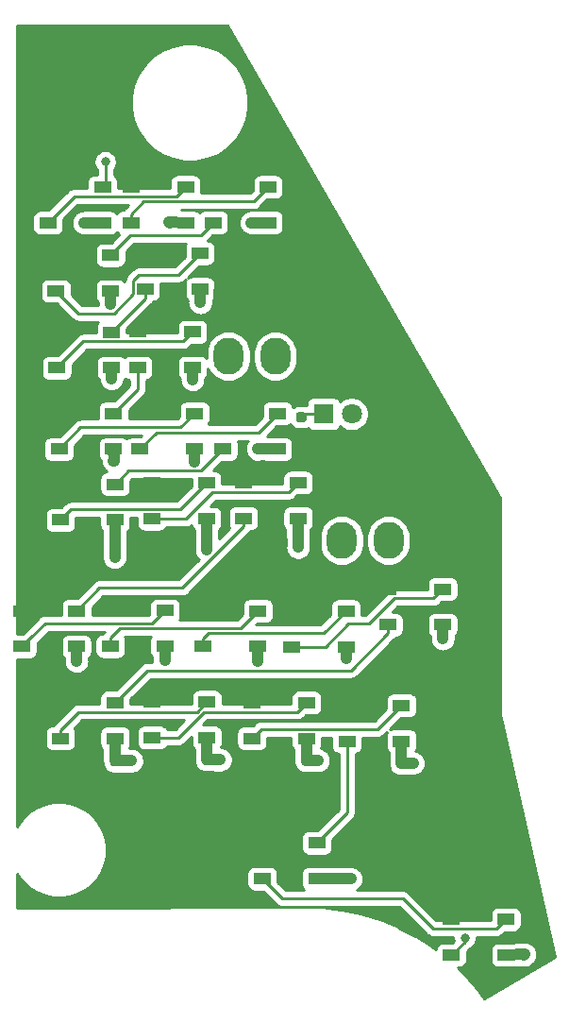
<source format=gbr>
G04 #@! TF.GenerationSoftware,KiCad,Pcbnew,(5.1.6)-1*
G04 #@! TF.CreationDate,2021-02-10T23:13:43+11:00*
G04 #@! TF.ProjectId,LDG Wing Fold PCB V2,4c444720-5769-46e6-9720-466f6c642050,rev?*
G04 #@! TF.SameCoordinates,Original*
G04 #@! TF.FileFunction,Copper,L1,Top*
G04 #@! TF.FilePolarity,Positive*
%FSLAX46Y46*%
G04 Gerber Fmt 4.6, Leading zero omitted, Abs format (unit mm)*
G04 Created by KiCad (PCBNEW (5.1.6)-1) date 2021-02-10 23:13:43*
%MOMM*%
%LPD*%
G01*
G04 APERTURE LIST*
G04 #@! TA.AperFunction,SMDPad,CuDef*
%ADD10R,1.500000X1.000000*%
G04 #@! TD*
G04 #@! TA.AperFunction,ComponentPad*
%ADD11O,2.700000X3.300000*%
G04 #@! TD*
G04 #@! TA.AperFunction,ComponentPad*
%ADD12C,1.800000*%
G04 #@! TD*
G04 #@! TA.AperFunction,ComponentPad*
%ADD13R,1.800000X1.800000*%
G04 #@! TD*
G04 #@! TA.AperFunction,ViaPad*
%ADD14C,1.000000*%
G04 #@! TD*
G04 #@! TA.AperFunction,ViaPad*
%ADD15C,0.800000*%
G04 #@! TD*
G04 #@! TA.AperFunction,Conductor*
%ADD16C,1.000000*%
G04 #@! TD*
G04 #@! TA.AperFunction,Conductor*
%ADD17C,0.250000*%
G04 #@! TD*
G04 #@! TA.AperFunction,Conductor*
%ADD18C,0.254000*%
G04 #@! TD*
G04 APERTURE END LIST*
D10*
G04 #@! TO.P,D24,1*
G04 #@! TO.N,/LED+5V*
X170525000Y-95350000D03*
G04 #@! TO.P,D24,2*
G04 #@! TO.N,Net-(D24-Pad2)*
X170525000Y-98550000D03*
G04 #@! TO.P,D24,4*
G04 #@! TO.N,Net-(D23-Pad2)*
X175425000Y-95350000D03*
G04 #@! TO.P,D24,3*
G04 #@! TO.N,/LEDGND*
X175425000Y-98550000D03*
G04 #@! TD*
G04 #@! TO.P,D23,1*
G04 #@! TO.N,/LED+5V*
X178125000Y-83025000D03*
G04 #@! TO.P,D23,2*
G04 #@! TO.N,Net-(D23-Pad2)*
X178125000Y-86225000D03*
G04 #@! TO.P,D23,4*
G04 #@! TO.N,Net-(D22-Pad2)*
X183025000Y-83025000D03*
G04 #@! TO.P,D23,3*
G04 #@! TO.N,/LEDGND*
X183025000Y-86225000D03*
G04 #@! TD*
G04 #@! TO.P,D25,1*
G04 #@! TO.N,/LED+5V*
X187500000Y-102200000D03*
G04 #@! TO.P,D25,2*
G04 #@! TO.N,/DATAOUT*
X187500000Y-105400000D03*
G04 #@! TO.P,D25,4*
G04 #@! TO.N,Net-(D24-Pad2)*
X192400000Y-102200000D03*
G04 #@! TO.P,D25,3*
G04 #@! TO.N,/LEDGND*
X192400000Y-105400000D03*
G04 #@! TD*
G04 #@! TO.P,D22,1*
G04 #@! TO.N,/LED+5V*
X169600000Y-82775000D03*
G04 #@! TO.P,D22,2*
G04 #@! TO.N,Net-(D22-Pad2)*
X169600000Y-85975000D03*
G04 #@! TO.P,D22,4*
G04 #@! TO.N,Net-(D21-Pad2)*
X174500000Y-82775000D03*
G04 #@! TO.P,D22,3*
G04 #@! TO.N,/LEDGND*
X174500000Y-85975000D03*
G04 #@! TD*
G04 #@! TO.P,D21,1*
G04 #@! TO.N,/LED+5V*
X160675000Y-82700000D03*
G04 #@! TO.P,D21,2*
G04 #@! TO.N,Net-(D21-Pad2)*
X160675000Y-85900000D03*
G04 #@! TO.P,D21,4*
G04 #@! TO.N,Net-(D20-Pad2)*
X165575000Y-82700000D03*
G04 #@! TO.P,D21,3*
G04 #@! TO.N,/LEDGND*
X165575000Y-85900000D03*
G04 #@! TD*
G04 #@! TO.P,D20,1*
G04 #@! TO.N,/LED+5V*
X152425000Y-82775000D03*
G04 #@! TO.P,D20,2*
G04 #@! TO.N,Net-(D20-Pad2)*
X152425000Y-85975000D03*
G04 #@! TO.P,D20,4*
G04 #@! TO.N,Net-(D19-Pad2)*
X157325000Y-82775000D03*
G04 #@! TO.P,D20,3*
G04 #@! TO.N,/LEDGND*
X157325000Y-85975000D03*
G04 #@! TD*
G04 #@! TO.P,D19,1*
G04 #@! TO.N,/LED+5V*
X181825000Y-72600000D03*
G04 #@! TO.P,D19,2*
G04 #@! TO.N,Net-(D19-Pad2)*
X181825000Y-75800000D03*
G04 #@! TO.P,D19,4*
G04 #@! TO.N,Net-(D18-Pad2)*
X186725000Y-72600000D03*
G04 #@! TO.P,D19,3*
G04 #@! TO.N,/LEDGND*
X186725000Y-75800000D03*
G04 #@! TD*
G04 #@! TO.P,D18,1*
G04 #@! TO.N,/LED+5V*
X173150000Y-74575000D03*
G04 #@! TO.P,D18,2*
G04 #@! TO.N,Net-(D18-Pad2)*
X173150000Y-77775000D03*
G04 #@! TO.P,D18,4*
G04 #@! TO.N,Net-(D17-Pad2)*
X178050000Y-74575000D03*
G04 #@! TO.P,D18,3*
G04 #@! TO.N,/LEDGND*
X178050000Y-77775000D03*
G04 #@! TD*
G04 #@! TO.P,D17,1*
G04 #@! TO.N,/LED+5V*
X165250000Y-74550000D03*
G04 #@! TO.P,D17,2*
G04 #@! TO.N,Net-(D17-Pad2)*
X165250000Y-77750000D03*
G04 #@! TO.P,D17,4*
G04 #@! TO.N,Net-(D16-Pad2)*
X170150000Y-74550000D03*
G04 #@! TO.P,D17,3*
G04 #@! TO.N,/LEDGND*
X170150000Y-77750000D03*
G04 #@! TD*
G04 #@! TO.P,D16,1*
G04 #@! TO.N,/LED+5V*
X156900000Y-74525000D03*
G04 #@! TO.P,D16,2*
G04 #@! TO.N,Net-(D16-Pad2)*
X156900000Y-77725000D03*
G04 #@! TO.P,D16,4*
G04 #@! TO.N,Net-(D15-Pad2)*
X161800000Y-74525000D03*
G04 #@! TO.P,D16,3*
G04 #@! TO.N,/LEDGND*
X161800000Y-77725000D03*
G04 #@! TD*
G04 #@! TO.P,D15,1*
G04 #@! TO.N,/LED+5V*
X148975000Y-74550000D03*
G04 #@! TO.P,D15,2*
G04 #@! TO.N,Net-(D15-Pad2)*
X148975000Y-77750000D03*
G04 #@! TO.P,D15,4*
G04 #@! TO.N,Net-(D14-Pad2)*
X153875000Y-74550000D03*
G04 #@! TO.P,D15,3*
G04 #@! TO.N,/LEDGND*
X153875000Y-77750000D03*
G04 #@! TD*
G04 #@! TO.P,D14,1*
G04 #@! TO.N,/LED+5V*
X168850000Y-63050000D03*
G04 #@! TO.P,D14,2*
G04 #@! TO.N,Net-(D14-Pad2)*
X168850000Y-66250000D03*
G04 #@! TO.P,D14,4*
G04 #@! TO.N,Net-(D13-Pad2)*
X173750000Y-63050000D03*
G04 #@! TO.P,D14,3*
G04 #@! TO.N,/LEDGND*
X173750000Y-66250000D03*
G04 #@! TD*
G04 #@! TO.P,D13,1*
G04 #@! TO.N,/LED+5V*
X160650000Y-63100000D03*
G04 #@! TO.P,D13,2*
G04 #@! TO.N,Net-(D13-Pad2)*
X160650000Y-66300000D03*
G04 #@! TO.P,D13,4*
G04 #@! TO.N,Net-(D12-Pad2)*
X165550000Y-63100000D03*
G04 #@! TO.P,D13,3*
G04 #@! TO.N,/LEDGND*
X165550000Y-66300000D03*
G04 #@! TD*
G04 #@! TO.P,R1,2*
G04 #@! TO.N,/LED+5V*
G04 #@! TA.AperFunction,SMDPad,CuDef*
G36*
G01*
X174286250Y-56057500D02*
X173773750Y-56057500D01*
G75*
G02*
X173555000Y-55838750I0J218750D01*
G01*
X173555000Y-55401250D01*
G75*
G02*
X173773750Y-55182500I218750J0D01*
G01*
X174286250Y-55182500D01*
G75*
G02*
X174505000Y-55401250I0J-218750D01*
G01*
X174505000Y-55838750D01*
G75*
G02*
X174286250Y-56057500I-218750J0D01*
G01*
G37*
G04 #@! TD.AperFunction*
G04 #@! TO.P,R1,1*
G04 #@! TO.N,Net-(D1-Pad1)*
G04 #@! TA.AperFunction,SMDPad,CuDef*
G36*
G01*
X174286250Y-57632500D02*
X173773750Y-57632500D01*
G75*
G02*
X173555000Y-57413750I0J218750D01*
G01*
X173555000Y-56976250D01*
G75*
G02*
X173773750Y-56757500I218750J0D01*
G01*
X174286250Y-56757500D01*
G75*
G02*
X174505000Y-56976250I0J-218750D01*
G01*
X174505000Y-57413750D01*
G75*
G02*
X174286250Y-57632500I-218750J0D01*
G01*
G37*
G04 #@! TD.AperFunction*
G04 #@! TD*
D11*
G04 #@! TO.P,J2,4*
G04 #@! TO.N,/DATAOUT*
X177664000Y-68238000D03*
G04 #@! TO.P,J2,3*
G04 #@! TO.N,/LEDGND*
X181864000Y-68238000D03*
G04 #@! TO.P,J2,2*
G04 #@! TO.N,/LED+5V*
X177664000Y-62738000D03*
G04 #@! TO.P,J2,1*
G04 #@! TA.AperFunction,ComponentPad*
G36*
G01*
X183214000Y-61338001D02*
X183214000Y-64137999D01*
G75*
G02*
X182963999Y-64388000I-250001J0D01*
G01*
X180764001Y-64388000D01*
G75*
G02*
X180514000Y-64137999I0J250001D01*
G01*
X180514000Y-61338001D01*
G75*
G02*
X180764001Y-61088000I250001J0D01*
G01*
X182963999Y-61088000D01*
G75*
G02*
X183214000Y-61338001I0J-250001D01*
G01*
G37*
G04 #@! TD.AperFunction*
G04 #@! TD*
G04 #@! TO.P,J1,4*
G04 #@! TO.N,/DATAIN*
X167504000Y-51728000D03*
G04 #@! TO.P,J1,3*
G04 #@! TO.N,/LEDGND*
X171704000Y-51728000D03*
G04 #@! TO.P,J1,2*
G04 #@! TO.N,/LED+5V*
X167504000Y-46228000D03*
G04 #@! TO.P,J1,1*
G04 #@! TA.AperFunction,ComponentPad*
G36*
G01*
X173054000Y-44828001D02*
X173054000Y-47627999D01*
G75*
G02*
X172803999Y-47878000I-250001J0D01*
G01*
X170604001Y-47878000D01*
G75*
G02*
X170354000Y-47627999I0J250001D01*
G01*
X170354000Y-44828001D01*
G75*
G02*
X170604001Y-44578000I250001J0D01*
G01*
X172803999Y-44578000D01*
G75*
G02*
X173054000Y-44828001I0J-250001D01*
G01*
G37*
G04 #@! TD.AperFunction*
G04 #@! TD*
D10*
G04 #@! TO.P,D12,1*
G04 #@! TO.N,/LED+5V*
X152425000Y-63200000D03*
G04 #@! TO.P,D12,2*
G04 #@! TO.N,Net-(D12-Pad2)*
X152425000Y-66400000D03*
G04 #@! TO.P,D12,4*
G04 #@! TO.N,Net-(D11-Pad2)*
X157325000Y-63200000D03*
G04 #@! TO.P,D12,3*
G04 #@! TO.N,/LEDGND*
X157325000Y-66400000D03*
G04 #@! TD*
G04 #@! TO.P,D11,1*
G04 #@! TO.N,/LED+5V*
X167000000Y-56850000D03*
G04 #@! TO.P,D11,2*
G04 #@! TO.N,Net-(D11-Pad2)*
X167000000Y-60050000D03*
G04 #@! TO.P,D11,4*
G04 #@! TO.N,Net-(D10-Pad2)*
X171900000Y-56850000D03*
G04 #@! TO.P,D11,3*
G04 #@! TO.N,/LEDGND*
X171900000Y-60050000D03*
G04 #@! TD*
G04 #@! TO.P,D10,1*
G04 #@! TO.N,/LED+5V*
X159575000Y-56850000D03*
G04 #@! TO.P,D10,2*
G04 #@! TO.N,Net-(D10-Pad2)*
X159575000Y-60050000D03*
G04 #@! TO.P,D10,4*
G04 #@! TO.N,Net-(D10-Pad4)*
X164475000Y-56850000D03*
G04 #@! TO.P,D10,3*
G04 #@! TO.N,/LEDGND*
X164475000Y-60050000D03*
G04 #@! TD*
G04 #@! TO.P,D9,1*
G04 #@! TO.N,/LED+5V*
X152300000Y-56850000D03*
G04 #@! TO.P,D9,2*
G04 #@! TO.N,Net-(D10-Pad4)*
X152300000Y-60050000D03*
G04 #@! TO.P,D9,4*
G04 #@! TO.N,Net-(D8-Pad2)*
X157200000Y-56850000D03*
G04 #@! TO.P,D9,3*
G04 #@! TO.N,/LEDGND*
X157200000Y-60050000D03*
G04 #@! TD*
G04 #@! TO.P,D8,1*
G04 #@! TO.N,/LED+5V*
X159375000Y-49550000D03*
G04 #@! TO.P,D8,2*
G04 #@! TO.N,Net-(D8-Pad2)*
X159375000Y-52750000D03*
G04 #@! TO.P,D8,4*
G04 #@! TO.N,Net-(D7-Pad2)*
X164275000Y-49550000D03*
G04 #@! TO.P,D8,3*
G04 #@! TO.N,/LEDGND*
X164275000Y-52750000D03*
G04 #@! TD*
G04 #@! TO.P,D7,1*
G04 #@! TO.N,/LED+5V*
X152100000Y-49575000D03*
G04 #@! TO.P,D7,2*
G04 #@! TO.N,Net-(D7-Pad2)*
X152100000Y-52775000D03*
G04 #@! TO.P,D7,4*
G04 #@! TO.N,Net-(D6-Pad2)*
X157000000Y-49575000D03*
G04 #@! TO.P,D7,3*
G04 #@! TO.N,/LEDGND*
X157000000Y-52775000D03*
G04 #@! TD*
G04 #@! TO.P,D6,1*
G04 #@! TO.N,/LED+5V*
X160050000Y-42500000D03*
G04 #@! TO.P,D6,2*
G04 #@! TO.N,Net-(D6-Pad2)*
X160050000Y-45700000D03*
G04 #@! TO.P,D6,4*
G04 #@! TO.N,Net-(D5-Pad2)*
X164950000Y-42500000D03*
G04 #@! TO.P,D6,3*
G04 #@! TO.N,/LEDGND*
X164950000Y-45700000D03*
G04 #@! TD*
G04 #@! TO.P,D5,1*
G04 #@! TO.N,/LED+5V*
X152025000Y-42675000D03*
G04 #@! TO.P,D5,2*
G04 #@! TO.N,Net-(D5-Pad2)*
X152025000Y-45875000D03*
G04 #@! TO.P,D5,4*
G04 #@! TO.N,Net-(D4-Pad2)*
X156925000Y-42675000D03*
G04 #@! TO.P,D5,3*
G04 #@! TO.N,/LEDGND*
X156925000Y-45875000D03*
G04 #@! TD*
G04 #@! TO.P,D4,1*
G04 #@! TO.N,/LED+5V*
X166150000Y-36550000D03*
G04 #@! TO.P,D4,2*
G04 #@! TO.N,Net-(D4-Pad2)*
X166150000Y-39750000D03*
G04 #@! TO.P,D4,4*
G04 #@! TO.N,Net-(D3-Pad2)*
X171050000Y-36550000D03*
G04 #@! TO.P,D4,3*
G04 #@! TO.N,/LEDGND*
X171050000Y-39750000D03*
G04 #@! TD*
G04 #@! TO.P,D3,1*
G04 #@! TO.N,/LED+5V*
X158750000Y-36550000D03*
G04 #@! TO.P,D3,2*
G04 #@! TO.N,Net-(D3-Pad2)*
X158750000Y-39750000D03*
G04 #@! TO.P,D3,4*
G04 #@! TO.N,Net-(D2-Pad2)*
X163650000Y-36550000D03*
G04 #@! TO.P,D3,3*
G04 #@! TO.N,/LEDGND*
X163650000Y-39750000D03*
G04 #@! TD*
G04 #@! TO.P,D2,1*
G04 #@! TO.N,/LED+5V*
X151300000Y-36575000D03*
G04 #@! TO.P,D2,2*
G04 #@! TO.N,Net-(D2-Pad2)*
X151300000Y-39775000D03*
G04 #@! TO.P,D2,4*
G04 #@! TO.N,/DATAIN*
X156200000Y-36575000D03*
G04 #@! TO.P,D2,3*
G04 #@! TO.N,/LEDGND*
X156200000Y-39775000D03*
G04 #@! TD*
D12*
G04 #@! TO.P,D1,2*
G04 #@! TO.N,/LEDGND*
X178562000Y-56896000D03*
D13*
G04 #@! TO.P,D1,1*
G04 #@! TO.N,Net-(D1-Pad1)*
X176022000Y-56896000D03*
G04 #@! TD*
G04 #@! TO.P,C9,2*
G04 #@! TO.N,/LEDGND*
G04 #@! TA.AperFunction,SMDPad,CuDef*
G36*
G01*
X182572500Y-88456250D02*
X182572500Y-87943750D01*
G75*
G02*
X182791250Y-87725000I218750J0D01*
G01*
X183228750Y-87725000D01*
G75*
G02*
X183447500Y-87943750I0J-218750D01*
G01*
X183447500Y-88456250D01*
G75*
G02*
X183228750Y-88675000I-218750J0D01*
G01*
X182791250Y-88675000D01*
G75*
G02*
X182572500Y-88456250I0J218750D01*
G01*
G37*
G04 #@! TD.AperFunction*
G04 #@! TO.P,C9,1*
G04 #@! TO.N,/LED+5V*
G04 #@! TA.AperFunction,SMDPad,CuDef*
G36*
G01*
X180997500Y-88456250D02*
X180997500Y-87943750D01*
G75*
G02*
X181216250Y-87725000I218750J0D01*
G01*
X181653750Y-87725000D01*
G75*
G02*
X181872500Y-87943750I0J-218750D01*
G01*
X181872500Y-88456250D01*
G75*
G02*
X181653750Y-88675000I-218750J0D01*
G01*
X181216250Y-88675000D01*
G75*
G02*
X180997500Y-88456250I0J218750D01*
G01*
G37*
G04 #@! TD.AperFunction*
G04 #@! TD*
G04 #@! TO.P,C8,2*
G04 #@! TO.N,/LEDGND*
G04 #@! TA.AperFunction,SMDPad,CuDef*
G36*
G01*
X177043750Y-98140000D02*
X177556250Y-98140000D01*
G75*
G02*
X177775000Y-98358750I0J-218750D01*
G01*
X177775000Y-98796250D01*
G75*
G02*
X177556250Y-99015000I-218750J0D01*
G01*
X177043750Y-99015000D01*
G75*
G02*
X176825000Y-98796250I0J218750D01*
G01*
X176825000Y-98358750D01*
G75*
G02*
X177043750Y-98140000I218750J0D01*
G01*
G37*
G04 #@! TD.AperFunction*
G04 #@! TO.P,C8,1*
G04 #@! TO.N,/LED+5V*
G04 #@! TA.AperFunction,SMDPad,CuDef*
G36*
G01*
X177043750Y-96565000D02*
X177556250Y-96565000D01*
G75*
G02*
X177775000Y-96783750I0J-218750D01*
G01*
X177775000Y-97221250D01*
G75*
G02*
X177556250Y-97440000I-218750J0D01*
G01*
X177043750Y-97440000D01*
G75*
G02*
X176825000Y-97221250I0J218750D01*
G01*
X176825000Y-96783750D01*
G75*
G02*
X177043750Y-96565000I218750J0D01*
G01*
G37*
G04 #@! TD.AperFunction*
G04 #@! TD*
G04 #@! TO.P,C7,2*
G04 #@! TO.N,/LEDGND*
G04 #@! TA.AperFunction,SMDPad,CuDef*
G36*
G01*
X174052500Y-88216250D02*
X174052500Y-87703750D01*
G75*
G02*
X174271250Y-87485000I218750J0D01*
G01*
X174708750Y-87485000D01*
G75*
G02*
X174927500Y-87703750I0J-218750D01*
G01*
X174927500Y-88216250D01*
G75*
G02*
X174708750Y-88435000I-218750J0D01*
G01*
X174271250Y-88435000D01*
G75*
G02*
X174052500Y-88216250I0J218750D01*
G01*
G37*
G04 #@! TD.AperFunction*
G04 #@! TO.P,C7,1*
G04 #@! TO.N,/LED+5V*
G04 #@! TA.AperFunction,SMDPad,CuDef*
G36*
G01*
X172477500Y-88216250D02*
X172477500Y-87703750D01*
G75*
G02*
X172696250Y-87485000I218750J0D01*
G01*
X173133750Y-87485000D01*
G75*
G02*
X173352500Y-87703750I0J-218750D01*
G01*
X173352500Y-88216250D01*
G75*
G02*
X173133750Y-88435000I-218750J0D01*
G01*
X172696250Y-88435000D01*
G75*
G02*
X172477500Y-88216250I0J218750D01*
G01*
G37*
G04 #@! TD.AperFunction*
G04 #@! TD*
G04 #@! TO.P,C6,2*
G04 #@! TO.N,/LEDGND*
G04 #@! TA.AperFunction,SMDPad,CuDef*
G36*
G01*
X165132500Y-88136250D02*
X165132500Y-87623750D01*
G75*
G02*
X165351250Y-87405000I218750J0D01*
G01*
X165788750Y-87405000D01*
G75*
G02*
X166007500Y-87623750I0J-218750D01*
G01*
X166007500Y-88136250D01*
G75*
G02*
X165788750Y-88355000I-218750J0D01*
G01*
X165351250Y-88355000D01*
G75*
G02*
X165132500Y-88136250I0J218750D01*
G01*
G37*
G04 #@! TD.AperFunction*
G04 #@! TO.P,C6,1*
G04 #@! TO.N,/LED+5V*
G04 #@! TA.AperFunction,SMDPad,CuDef*
G36*
G01*
X163557500Y-88136250D02*
X163557500Y-87623750D01*
G75*
G02*
X163776250Y-87405000I218750J0D01*
G01*
X164213750Y-87405000D01*
G75*
G02*
X164432500Y-87623750I0J-218750D01*
G01*
X164432500Y-88136250D01*
G75*
G02*
X164213750Y-88355000I-218750J0D01*
G01*
X163776250Y-88355000D01*
G75*
G02*
X163557500Y-88136250I0J218750D01*
G01*
G37*
G04 #@! TD.AperFunction*
G04 #@! TD*
G04 #@! TO.P,C5,2*
G04 #@! TO.N,/LEDGND*
G04 #@! TA.AperFunction,SMDPad,CuDef*
G36*
G01*
X173332500Y-68306250D02*
X173332500Y-67793750D01*
G75*
G02*
X173551250Y-67575000I218750J0D01*
G01*
X173988750Y-67575000D01*
G75*
G02*
X174207500Y-67793750I0J-218750D01*
G01*
X174207500Y-68306250D01*
G75*
G02*
X173988750Y-68525000I-218750J0D01*
G01*
X173551250Y-68525000D01*
G75*
G02*
X173332500Y-68306250I0J218750D01*
G01*
G37*
G04 #@! TD.AperFunction*
G04 #@! TO.P,C5,1*
G04 #@! TO.N,/LED+5V*
G04 #@! TA.AperFunction,SMDPad,CuDef*
G36*
G01*
X171757500Y-68306250D02*
X171757500Y-67793750D01*
G75*
G02*
X171976250Y-67575000I218750J0D01*
G01*
X172413750Y-67575000D01*
G75*
G02*
X172632500Y-67793750I0J-218750D01*
G01*
X172632500Y-68306250D01*
G75*
G02*
X172413750Y-68525000I-218750J0D01*
G01*
X171976250Y-68525000D01*
G75*
G02*
X171757500Y-68306250I0J218750D01*
G01*
G37*
G04 #@! TD.AperFunction*
G04 #@! TD*
G04 #@! TO.P,C4,2*
G04 #@! TO.N,/LEDGND*
G04 #@! TA.AperFunction,SMDPad,CuDef*
G36*
G01*
X165122500Y-68446250D02*
X165122500Y-67933750D01*
G75*
G02*
X165341250Y-67715000I218750J0D01*
G01*
X165778750Y-67715000D01*
G75*
G02*
X165997500Y-67933750I0J-218750D01*
G01*
X165997500Y-68446250D01*
G75*
G02*
X165778750Y-68665000I-218750J0D01*
G01*
X165341250Y-68665000D01*
G75*
G02*
X165122500Y-68446250I0J218750D01*
G01*
G37*
G04 #@! TD.AperFunction*
G04 #@! TO.P,C4,1*
G04 #@! TO.N,/LED+5V*
G04 #@! TA.AperFunction,SMDPad,CuDef*
G36*
G01*
X163547500Y-68446250D02*
X163547500Y-67933750D01*
G75*
G02*
X163766250Y-67715000I218750J0D01*
G01*
X164203750Y-67715000D01*
G75*
G02*
X164422500Y-67933750I0J-218750D01*
G01*
X164422500Y-68446250D01*
G75*
G02*
X164203750Y-68665000I-218750J0D01*
G01*
X163766250Y-68665000D01*
G75*
G02*
X163547500Y-68446250I0J218750D01*
G01*
G37*
G04 #@! TD.AperFunction*
G04 #@! TD*
G04 #@! TO.P,C3,2*
G04 #@! TO.N,/LEDGND*
G04 #@! TA.AperFunction,SMDPad,CuDef*
G36*
G01*
X156887500Y-68706250D02*
X156887500Y-68193750D01*
G75*
G02*
X157106250Y-67975000I218750J0D01*
G01*
X157543750Y-67975000D01*
G75*
G02*
X157762500Y-68193750I0J-218750D01*
G01*
X157762500Y-68706250D01*
G75*
G02*
X157543750Y-68925000I-218750J0D01*
G01*
X157106250Y-68925000D01*
G75*
G02*
X156887500Y-68706250I0J218750D01*
G01*
G37*
G04 #@! TD.AperFunction*
G04 #@! TO.P,C3,1*
G04 #@! TO.N,/LED+5V*
G04 #@! TA.AperFunction,SMDPad,CuDef*
G36*
G01*
X155312500Y-68706250D02*
X155312500Y-68193750D01*
G75*
G02*
X155531250Y-67975000I218750J0D01*
G01*
X155968750Y-67975000D01*
G75*
G02*
X156187500Y-68193750I0J-218750D01*
G01*
X156187500Y-68706250D01*
G75*
G02*
X155968750Y-68925000I-218750J0D01*
G01*
X155531250Y-68925000D01*
G75*
G02*
X155312500Y-68706250I0J218750D01*
G01*
G37*
G04 #@! TD.AperFunction*
G04 #@! TD*
G04 #@! TO.P,C2,2*
G04 #@! TO.N,/LEDGND*
G04 #@! TA.AperFunction,SMDPad,CuDef*
G36*
G01*
X156887500Y-88256250D02*
X156887500Y-87743750D01*
G75*
G02*
X157106250Y-87525000I218750J0D01*
G01*
X157543750Y-87525000D01*
G75*
G02*
X157762500Y-87743750I0J-218750D01*
G01*
X157762500Y-88256250D01*
G75*
G02*
X157543750Y-88475000I-218750J0D01*
G01*
X157106250Y-88475000D01*
G75*
G02*
X156887500Y-88256250I0J218750D01*
G01*
G37*
G04 #@! TD.AperFunction*
G04 #@! TO.P,C2,1*
G04 #@! TO.N,/LED+5V*
G04 #@! TA.AperFunction,SMDPad,CuDef*
G36*
G01*
X155312500Y-88256250D02*
X155312500Y-87743750D01*
G75*
G02*
X155531250Y-87525000I218750J0D01*
G01*
X155968750Y-87525000D01*
G75*
G02*
X156187500Y-87743750I0J-218750D01*
G01*
X156187500Y-88256250D01*
G75*
G02*
X155968750Y-88475000I-218750J0D01*
G01*
X155531250Y-88475000D01*
G75*
G02*
X155312500Y-88256250I0J218750D01*
G01*
G37*
G04 #@! TD.AperFunction*
G04 #@! TD*
D14*
G04 #@! TO.N,/LEDGND*
X157300000Y-69750000D03*
X165550000Y-69050000D03*
X173760000Y-68850000D03*
X158800000Y-87980000D03*
X178480000Y-98580000D03*
X166760000Y-87900000D03*
X175540000Y-87960000D03*
X184050000Y-88200000D03*
X154545000Y-39775000D03*
X162190000Y-39730000D03*
X169570000Y-39750000D03*
X156930000Y-47050000D03*
X164980000Y-46910000D03*
X157020000Y-53730000D03*
X164280000Y-53830000D03*
X157210000Y-61110000D03*
X164460000Y-61180000D03*
X153870000Y-79060000D03*
X161800000Y-78960000D03*
X170110000Y-79060000D03*
X178050000Y-78820000D03*
X186725000Y-77045000D03*
X194070000Y-105350000D03*
X170140000Y-60020000D03*
D15*
G04 #@! TO.N,/DATAIN*
X156464000Y-34290000D03*
G04 #@! TO.N,/DATAOUT*
X188722000Y-103886000D03*
G04 #@! TD*
D16*
G04 #@! TO.N,/LEDGND*
X157325000Y-68450000D02*
X157325000Y-66400000D01*
X157325000Y-68450000D02*
X157300000Y-69750000D01*
X157300000Y-69750000D02*
X157325000Y-69700000D01*
X165550000Y-66300000D02*
X165550000Y-69050000D01*
X165550000Y-69050000D02*
X165550000Y-69050000D01*
X173750000Y-66250000D02*
X173760000Y-68850000D01*
X173760000Y-68850000D02*
X173750000Y-68840000D01*
X157325000Y-85975000D02*
X157325000Y-88000000D01*
X157325000Y-88000000D02*
X158800000Y-87980000D01*
X158800000Y-87980000D02*
X158810000Y-88000000D01*
X177272500Y-98550000D02*
X177300000Y-98577500D01*
X175425000Y-98550000D02*
X177272500Y-98550000D01*
X177300000Y-98577500D02*
X178480000Y-98580000D01*
X178480000Y-98580000D02*
X178477500Y-98577500D01*
X165575000Y-87875000D02*
X165570000Y-87880000D01*
X165575000Y-85900000D02*
X165575000Y-87875000D01*
X165570000Y-87880000D02*
X166760000Y-87900000D01*
X166760000Y-87900000D02*
X166740000Y-87880000D01*
X174500000Y-87950000D02*
X174490000Y-87960000D01*
X174500000Y-85975000D02*
X174500000Y-87950000D01*
X174490000Y-87960000D02*
X175540000Y-87960000D01*
X175540000Y-87960000D02*
X175540000Y-87960000D01*
X183025000Y-88185000D02*
X183010000Y-88200000D01*
X183025000Y-86225000D02*
X183025000Y-88185000D01*
X183010000Y-88200000D02*
X184050000Y-88200000D01*
X184050000Y-88200000D02*
X184050000Y-88200000D01*
X156200000Y-39775000D02*
X154545000Y-39775000D01*
X154545000Y-39775000D02*
X154545000Y-39775000D01*
X163650000Y-39750000D02*
X162190000Y-39730000D01*
X162190000Y-39730000D02*
X162210000Y-39750000D01*
X171050000Y-39750000D02*
X169570000Y-39750000D01*
X169570000Y-39750000D02*
X169570000Y-39750000D01*
X156925000Y-45875000D02*
X156930000Y-47050000D01*
X156930000Y-47050000D02*
X156925000Y-47045000D01*
X164950000Y-45700000D02*
X164980000Y-46910000D01*
X164980000Y-46910000D02*
X164950000Y-46880000D01*
X157000000Y-52775000D02*
X157020000Y-53730000D01*
X157020000Y-53730000D02*
X157000000Y-53710000D01*
X164275000Y-52750000D02*
X164280000Y-53830000D01*
X164280000Y-53830000D02*
X164275000Y-53825000D01*
X157200000Y-60050000D02*
X157210000Y-61110000D01*
X157210000Y-61110000D02*
X157200000Y-61100000D01*
X164475000Y-60050000D02*
X164460000Y-61180000D01*
X164460000Y-61180000D02*
X164475000Y-61165000D01*
X153875000Y-77750000D02*
X153870000Y-79060000D01*
X153870000Y-79060000D02*
X153875000Y-79055000D01*
X161800000Y-77725000D02*
X161800000Y-78960000D01*
X161800000Y-78960000D02*
X161800000Y-78960000D01*
X170150000Y-77750000D02*
X170110000Y-79060000D01*
X170110000Y-79060000D02*
X170150000Y-79020000D01*
X178050000Y-77775000D02*
X178050000Y-78820000D01*
X178050000Y-78820000D02*
X178050000Y-78850000D01*
X186725000Y-75800000D02*
X186725000Y-77045000D01*
X186725000Y-77045000D02*
X186725000Y-77045000D01*
X192400000Y-105400000D02*
X194070000Y-105350000D01*
X194070000Y-105350000D02*
X194010000Y-105400000D01*
X171900000Y-60050000D02*
X170140000Y-60020000D01*
X170140000Y-60020000D02*
X170170000Y-60050000D01*
D17*
G04 #@! TO.N,Net-(D1-Pad1)*
X174355000Y-56870000D02*
X174030000Y-57195000D01*
X176210000Y-56870000D02*
X174355000Y-56870000D01*
G04 #@! TO.N,Net-(D2-Pad2)*
X162799999Y-37400001D02*
X163650000Y-36550000D01*
X153674999Y-37400001D02*
X162799999Y-37400001D01*
X151300000Y-39775000D02*
X153674999Y-37400001D01*
G04 #@! TO.N,/DATAIN*
X156464000Y-36311000D02*
X156200000Y-36575000D01*
X156464000Y-34290000D02*
X156464000Y-36311000D01*
G04 #@! TO.N,Net-(D3-Pad2)*
X159899989Y-37850011D02*
X169749989Y-37850011D01*
X158750000Y-39000000D02*
X159899989Y-37850011D01*
X169749989Y-37850011D02*
X171050000Y-36550000D01*
X158750000Y-39750000D02*
X158750000Y-39000000D01*
G04 #@! TO.N,Net-(D4-Pad2)*
X156925000Y-42675000D02*
X158706000Y-40894000D01*
X165006000Y-40894000D02*
X166150000Y-39750000D01*
X158706000Y-40894000D02*
X165006000Y-40894000D01*
G04 #@! TO.N,Net-(D5-Pad2)*
X163000000Y-44450000D02*
X164950000Y-42500000D01*
X159464998Y-44450000D02*
X163000000Y-44450000D01*
X158974999Y-44939999D02*
X159464998Y-44450000D01*
X158974999Y-46171741D02*
X158974999Y-44939999D01*
X157271731Y-47875009D02*
X158974999Y-46171741D01*
X154025009Y-47875009D02*
X157271731Y-47875009D01*
X152025000Y-45875000D02*
X154025009Y-47875009D01*
G04 #@! TO.N,Net-(D6-Pad2)*
X160050000Y-46525000D02*
X157000000Y-49575000D01*
X160050000Y-45700000D02*
X160050000Y-46525000D01*
G04 #@! TO.N,Net-(D7-Pad2)*
X154474999Y-50400001D02*
X152100000Y-52775000D01*
X163424999Y-50400001D02*
X154474999Y-50400001D01*
X164275000Y-49550000D02*
X163424999Y-50400001D01*
G04 #@! TO.N,Net-(D8-Pad2)*
X159375000Y-54675000D02*
X157200000Y-56850000D01*
X159375000Y-52750000D02*
X159375000Y-54675000D01*
G04 #@! TO.N,Net-(D10-Pad4)*
X164475000Y-56850000D02*
X163215000Y-58110000D01*
X154240000Y-58110000D02*
X152300000Y-60050000D01*
X163215000Y-58110000D02*
X154240000Y-58110000D01*
G04 #@! TO.N,Net-(D10-Pad2)*
X171900000Y-56850000D02*
X170189990Y-58560010D01*
X161064990Y-58560010D02*
X159575000Y-60050000D01*
X170189990Y-58560010D02*
X161064990Y-58560010D01*
G04 #@! TO.N,Net-(D11-Pad2)*
X158519991Y-62005009D02*
X157325000Y-63200000D01*
X165044991Y-62005009D02*
X158519991Y-62005009D01*
X167000000Y-60050000D02*
X165044991Y-62005009D01*
G04 #@! TO.N,/DATAOUT*
X188722000Y-104178000D02*
X187500000Y-105400000D01*
X188722000Y-103886000D02*
X188722000Y-104178000D01*
G04 #@! TO.N,Net-(D12-Pad2)*
X163175001Y-65474999D02*
X165550000Y-63100000D01*
X153350001Y-65474999D02*
X163175001Y-65474999D01*
X152425000Y-66400000D02*
X153350001Y-65474999D01*
G04 #@! TO.N,Net-(D13-Pad2)*
X166089997Y-63925001D02*
X172874999Y-63925001D01*
X172874999Y-63925001D02*
X173750000Y-63050000D01*
X163714998Y-66300000D02*
X166089997Y-63925001D01*
X160650000Y-66300000D02*
X163714998Y-66300000D01*
G04 #@! TO.N,Net-(D14-Pad2)*
X168850000Y-67000000D02*
X168850000Y-66250000D01*
X163360000Y-72490000D02*
X168850000Y-67000000D01*
X153875000Y-74550000D02*
X155935000Y-72490000D01*
X155935000Y-72490000D02*
X163360000Y-72490000D01*
G04 #@! TO.N,Net-(D15-Pad2)*
X149825001Y-76899999D02*
X149825001Y-76894999D01*
X148975000Y-77750000D02*
X149825001Y-76899999D01*
X149825001Y-76894999D02*
X151060000Y-75660000D01*
X160665000Y-75660000D02*
X161800000Y-74525000D01*
X151060000Y-75660000D02*
X160665000Y-75660000D01*
G04 #@! TO.N,Net-(D16-Pad2)*
X168589990Y-76110010D02*
X170150000Y-74550000D01*
X157764990Y-76110010D02*
X168589990Y-76110010D01*
X156900000Y-76975000D02*
X157764990Y-76110010D01*
X156900000Y-77725000D02*
X156900000Y-76975000D01*
G04 #@! TO.N,Net-(D17-Pad2)*
X165250000Y-77000000D02*
X165689980Y-76560020D01*
X176064980Y-76560020D02*
X178050000Y-74575000D01*
X165689980Y-76560020D02*
X176064980Y-76560020D01*
X165250000Y-77750000D02*
X165250000Y-77000000D01*
G04 #@! TO.N,Net-(D18-Pad2)*
X185899999Y-73425001D02*
X186725000Y-72600000D01*
X182364997Y-73425001D02*
X185899999Y-73425001D01*
X180089998Y-75700000D02*
X182364997Y-73425001D01*
X178289998Y-75700000D02*
X180089998Y-75700000D01*
X176214998Y-77775000D02*
X178289998Y-75700000D01*
X173150000Y-77775000D02*
X176214998Y-77775000D01*
G04 #@! TO.N,Net-(D19-Pad2)*
X160214999Y-79885001D02*
X157325000Y-82775000D01*
X181825000Y-75800000D02*
X181825000Y-76550000D01*
X178489999Y-79885001D02*
X160214999Y-79885001D01*
X181825000Y-76550000D02*
X178489999Y-79885001D01*
G04 #@! TO.N,Net-(D20-Pad2)*
X164674999Y-83600001D02*
X165575000Y-82700000D01*
X154049999Y-83600001D02*
X164674999Y-83600001D01*
X152425000Y-85225000D02*
X154049999Y-83600001D01*
X152425000Y-85975000D02*
X152425000Y-85225000D01*
G04 #@! TO.N,Net-(D21-Pad2)*
X173674999Y-83600001D02*
X174500000Y-82775000D01*
X165329999Y-83600001D02*
X173674999Y-83600001D01*
X163030000Y-85900000D02*
X165329999Y-83600001D01*
X160675000Y-85900000D02*
X163030000Y-85900000D01*
G04 #@! TO.N,Net-(D22-Pad2)*
X180900001Y-85149999D02*
X183025000Y-83025000D01*
X170425001Y-85149999D02*
X180900001Y-85149999D01*
X169600000Y-85975000D02*
X170425001Y-85149999D01*
G04 #@! TO.N,Net-(D23-Pad2)*
X178125000Y-92650000D02*
X175425000Y-95350000D01*
X178125000Y-86225000D02*
X178125000Y-92650000D01*
G04 #@! TO.N,Net-(D24-Pad2)*
X170525000Y-98550000D02*
X172305000Y-100330000D01*
X172305000Y-100330000D02*
X183134000Y-100330000D01*
X191574999Y-103025001D02*
X192400000Y-102200000D01*
X185829001Y-103025001D02*
X191574999Y-103025001D01*
X183134000Y-100330000D02*
X185829001Y-103025001D01*
G04 #@! TD*
D18*
G04 #@! TO.N,/LED+5V*
G36*
X191879487Y-64455736D02*
G01*
X191879486Y-83567235D01*
X191876141Y-83612178D01*
X191883885Y-83675307D01*
X191890121Y-83738622D01*
X191903206Y-83781757D01*
X196777579Y-105555165D01*
X190445196Y-109267252D01*
X189785299Y-108376819D01*
X189777203Y-108366872D01*
X189769667Y-108356477D01*
X189743206Y-108325101D01*
X188592523Y-107035507D01*
X188583549Y-107026325D01*
X188575110Y-107016665D01*
X188545914Y-106987815D01*
X188064600Y-106538072D01*
X188250000Y-106538072D01*
X188374482Y-106525812D01*
X188494180Y-106489502D01*
X188604494Y-106430537D01*
X188701185Y-106351185D01*
X188780537Y-106254494D01*
X188839502Y-106144180D01*
X188875812Y-106024482D01*
X188888072Y-105900000D01*
X188888072Y-105086730D01*
X189074802Y-104900000D01*
X191011928Y-104900000D01*
X191011928Y-105900000D01*
X191024188Y-106024482D01*
X191060498Y-106144180D01*
X191119463Y-106254494D01*
X191198815Y-106351185D01*
X191295506Y-106430537D01*
X191405820Y-106489502D01*
X191525518Y-106525812D01*
X191650000Y-106538072D01*
X193150000Y-106538072D01*
X193274482Y-106525812D01*
X193334779Y-106507521D01*
X193701314Y-106496547D01*
X193906745Y-106535807D01*
X194130313Y-106534127D01*
X194349259Y-106488862D01*
X194555167Y-106401755D01*
X194693779Y-106307622D01*
X194720589Y-106285280D01*
X194731717Y-106278897D01*
X194761096Y-106253277D01*
X194793520Y-106231612D01*
X194836168Y-106188964D01*
X194839438Y-106186239D01*
X194848385Y-106177157D01*
X194900221Y-106131953D01*
X194924035Y-106101097D01*
X194951612Y-106073520D01*
X194954007Y-106069936D01*
X194957023Y-106066874D01*
X194994799Y-106009408D01*
X195036821Y-105954960D01*
X195054159Y-105920048D01*
X195075824Y-105887624D01*
X195077475Y-105883639D01*
X195079834Y-105880050D01*
X195105673Y-105816318D01*
X195136265Y-105754718D01*
X195146457Y-105717100D01*
X195161383Y-105681067D01*
X195162225Y-105676835D01*
X195163838Y-105672856D01*
X195176746Y-105605311D01*
X195194734Y-105538924D01*
X195197392Y-105500038D01*
X195205000Y-105461788D01*
X195205000Y-105457472D01*
X195205806Y-105453255D01*
X195205290Y-105384482D01*
X195209979Y-105315869D01*
X195205000Y-105277216D01*
X195205000Y-105238212D01*
X195204159Y-105233985D01*
X195204127Y-105229687D01*
X195190201Y-105162329D01*
X195181416Y-105094126D01*
X195168992Y-105057189D01*
X195161383Y-105018933D01*
X195159731Y-105014944D01*
X195158862Y-105010742D01*
X195132068Y-104947405D01*
X195110142Y-104882216D01*
X195090750Y-104848409D01*
X195075824Y-104812376D01*
X195073427Y-104808789D01*
X195071754Y-104804834D01*
X195033119Y-104747942D01*
X194998896Y-104688282D01*
X194973277Y-104658904D01*
X194951612Y-104626480D01*
X194948564Y-104623432D01*
X194946149Y-104619876D01*
X194897159Y-104571617D01*
X194851953Y-104519778D01*
X194821094Y-104495962D01*
X194793520Y-104468388D01*
X194789933Y-104465991D01*
X194786873Y-104462977D01*
X194729412Y-104425204D01*
X194674959Y-104383179D01*
X194640050Y-104365843D01*
X194607624Y-104344176D01*
X194603637Y-104342524D01*
X194600049Y-104340166D01*
X194536319Y-104314328D01*
X194474718Y-104283735D01*
X194437101Y-104273543D01*
X194401067Y-104258617D01*
X194396835Y-104257775D01*
X194392856Y-104256162D01*
X194325306Y-104243252D01*
X194258923Y-104225266D01*
X194220036Y-104222608D01*
X194181788Y-104215000D01*
X194177477Y-104215000D01*
X194173254Y-104214193D01*
X194104484Y-104214710D01*
X194091759Y-104213840D01*
X194053015Y-104215000D01*
X193958212Y-104215000D01*
X193953986Y-104215841D01*
X193949686Y-104215873D01*
X193937126Y-104218470D01*
X192485623Y-104261928D01*
X191650000Y-104261928D01*
X191525518Y-104274188D01*
X191405820Y-104310498D01*
X191295506Y-104369463D01*
X191198815Y-104448815D01*
X191119463Y-104545506D01*
X191060498Y-104655820D01*
X191024188Y-104775518D01*
X191011928Y-104900000D01*
X189074802Y-104900000D01*
X189142846Y-104831956D01*
X189212256Y-104803205D01*
X189381774Y-104689937D01*
X189525937Y-104545774D01*
X189639205Y-104376256D01*
X189717226Y-104187898D01*
X189757000Y-103987939D01*
X189757000Y-103785001D01*
X191537677Y-103785001D01*
X191574999Y-103788677D01*
X191612321Y-103785001D01*
X191612332Y-103785001D01*
X191723985Y-103774004D01*
X191867246Y-103730547D01*
X191999275Y-103659975D01*
X192115000Y-103565002D01*
X192138802Y-103535999D01*
X192336729Y-103338072D01*
X193150000Y-103338072D01*
X193274482Y-103325812D01*
X193394180Y-103289502D01*
X193504494Y-103230537D01*
X193601185Y-103151185D01*
X193680537Y-103054494D01*
X193739502Y-102944180D01*
X193775812Y-102824482D01*
X193788072Y-102700000D01*
X193788072Y-101700000D01*
X193775812Y-101575518D01*
X193739502Y-101455820D01*
X193680537Y-101345506D01*
X193601185Y-101248815D01*
X193504494Y-101169463D01*
X193394180Y-101110498D01*
X193274482Y-101074188D01*
X193150000Y-101061928D01*
X191650000Y-101061928D01*
X191525518Y-101074188D01*
X191405820Y-101110498D01*
X191295506Y-101169463D01*
X191198815Y-101248815D01*
X191119463Y-101345506D01*
X191060498Y-101455820D01*
X191024188Y-101575518D01*
X191011928Y-101700000D01*
X191011928Y-102265001D01*
X186143803Y-102265001D01*
X183697804Y-99819003D01*
X183674001Y-99789999D01*
X183558276Y-99695026D01*
X183426247Y-99624454D01*
X183282986Y-99580997D01*
X183171333Y-99570000D01*
X183171322Y-99570000D01*
X183134000Y-99566324D01*
X183096678Y-99570000D01*
X179041306Y-99570000D01*
X179063215Y-99555361D01*
X179111612Y-99529624D01*
X179112550Y-99528858D01*
X179113623Y-99528284D01*
X179156932Y-99492741D01*
X179203520Y-99461612D01*
X179242295Y-99422837D01*
X179284738Y-99388155D01*
X179285507Y-99387222D01*
X179286449Y-99386449D01*
X179321991Y-99343141D01*
X179361612Y-99303520D01*
X179392076Y-99257927D01*
X179426939Y-99215630D01*
X179427512Y-99214564D01*
X179428284Y-99213623D01*
X179454693Y-99164214D01*
X179485824Y-99117624D01*
X179506809Y-99066963D01*
X179532749Y-99018678D01*
X179533104Y-99017518D01*
X179533676Y-99016447D01*
X179549937Y-98962842D01*
X179571383Y-98911067D01*
X179582080Y-98857287D01*
X179598103Y-98804868D01*
X179598224Y-98803661D01*
X179598577Y-98802499D01*
X179604068Y-98746747D01*
X179615000Y-98691788D01*
X179615000Y-98636953D01*
X179620488Y-98582416D01*
X179620372Y-98581210D01*
X179620491Y-98580000D01*
X179615000Y-98524249D01*
X179615000Y-98468212D01*
X179604303Y-98414435D01*
X179599046Y-98359872D01*
X179598696Y-98358709D01*
X179598577Y-98357502D01*
X179582316Y-98303897D01*
X179571383Y-98248933D01*
X179550397Y-98198268D01*
X179534598Y-98145787D01*
X179534029Y-98144716D01*
X179533676Y-98143554D01*
X179507271Y-98094153D01*
X179485824Y-98042376D01*
X179455360Y-97996784D01*
X179429624Y-97948388D01*
X179428856Y-97947448D01*
X179428284Y-97946378D01*
X179392744Y-97903073D01*
X179361612Y-97856480D01*
X179322842Y-97817710D01*
X179288156Y-97775262D01*
X179243995Y-97738863D01*
X179203520Y-97698388D01*
X179159860Y-97669216D01*
X179111122Y-97629217D01*
X179055518Y-97599496D01*
X179017624Y-97574176D01*
X178975519Y-97556735D01*
X178913946Y-97523824D01*
X178847135Y-97503557D01*
X178811067Y-97488617D01*
X178772779Y-97481001D01*
X178699998Y-97458923D01*
X178624304Y-97451468D01*
X178591788Y-97445000D01*
X178558635Y-97445000D01*
X178477500Y-97437009D01*
X178398148Y-97444824D01*
X177533136Y-97442992D01*
X177494999Y-97431423D01*
X177328252Y-97415000D01*
X177328251Y-97415000D01*
X177272500Y-97409509D01*
X177216749Y-97415000D01*
X176206192Y-97415000D01*
X176175000Y-97411928D01*
X174675000Y-97411928D01*
X174550518Y-97424188D01*
X174430820Y-97460498D01*
X174320506Y-97519463D01*
X174223815Y-97598815D01*
X174144463Y-97695506D01*
X174085498Y-97805820D01*
X174049188Y-97925518D01*
X174036928Y-98050000D01*
X174036928Y-99050000D01*
X174049188Y-99174482D01*
X174085498Y-99294180D01*
X174144463Y-99404494D01*
X174223815Y-99501185D01*
X174307667Y-99570000D01*
X172619802Y-99570000D01*
X171913072Y-98863271D01*
X171913072Y-98050000D01*
X171900812Y-97925518D01*
X171864502Y-97805820D01*
X171805537Y-97695506D01*
X171726185Y-97598815D01*
X171629494Y-97519463D01*
X171519180Y-97460498D01*
X171399482Y-97424188D01*
X171275000Y-97411928D01*
X169775000Y-97411928D01*
X169650518Y-97424188D01*
X169530820Y-97460498D01*
X169420506Y-97519463D01*
X169323815Y-97598815D01*
X169244463Y-97695506D01*
X169185498Y-97805820D01*
X169149188Y-97925518D01*
X169136928Y-98050000D01*
X169136928Y-99050000D01*
X169149188Y-99174482D01*
X169185498Y-99294180D01*
X169244463Y-99404494D01*
X169323815Y-99501185D01*
X169420506Y-99580537D01*
X169530820Y-99639502D01*
X169650518Y-99675812D01*
X169775000Y-99688072D01*
X170588271Y-99688072D01*
X171741200Y-100841002D01*
X171764999Y-100870001D01*
X171793997Y-100893799D01*
X171880723Y-100964974D01*
X172012753Y-101035546D01*
X172156014Y-101079003D01*
X172267667Y-101090000D01*
X172267676Y-101090000D01*
X172304999Y-101093676D01*
X172342322Y-101090000D01*
X182819199Y-101090000D01*
X185265202Y-103536004D01*
X185289000Y-103565002D01*
X185317998Y-103588800D01*
X185404724Y-103659975D01*
X185515632Y-103719257D01*
X185536754Y-103730547D01*
X185680015Y-103774004D01*
X185791668Y-103785001D01*
X185791678Y-103785001D01*
X185829001Y-103788677D01*
X185866324Y-103785001D01*
X187687000Y-103785001D01*
X187687000Y-103987939D01*
X187711929Y-104113269D01*
X187563271Y-104261928D01*
X186750000Y-104261928D01*
X186625518Y-104274188D01*
X186505820Y-104310498D01*
X186395506Y-104369463D01*
X186298815Y-104448815D01*
X186219463Y-104545506D01*
X186160498Y-104655820D01*
X186124188Y-104775518D01*
X186112509Y-104894097D01*
X185867772Y-104703862D01*
X185857297Y-104696457D01*
X185847245Y-104688473D01*
X185813321Y-104665368D01*
X184358229Y-103732722D01*
X184347118Y-103726292D01*
X184336391Y-103719257D01*
X184300537Y-103699336D01*
X184300513Y-103699322D01*
X184300504Y-103699318D01*
X182766880Y-102902393D01*
X182755231Y-102896996D01*
X182743912Y-102890963D01*
X182706401Y-102874373D01*
X182706374Y-102874361D01*
X182706363Y-102874357D01*
X181106827Y-102219709D01*
X181094743Y-102215392D01*
X181082917Y-102210407D01*
X181044047Y-102197282D01*
X181044030Y-102197276D01*
X181044024Y-102197274D01*
X179391731Y-101690290D01*
X179379317Y-101687089D01*
X179367078Y-101683193D01*
X179327160Y-101673641D01*
X177635713Y-101318492D01*
X177623051Y-101316428D01*
X177610517Y-101313659D01*
X177569906Y-101307765D01*
X177569898Y-101307764D01*
X177569895Y-101307764D01*
X175917634Y-101114897D01*
X175910422Y-101112727D01*
X175802418Y-101102340D01*
X148563000Y-101165064D01*
X148563000Y-98094693D01*
X148969785Y-98703490D01*
X149565519Y-99299224D01*
X150266029Y-99767290D01*
X151044393Y-100089699D01*
X151870700Y-100254061D01*
X152713196Y-100254061D01*
X153539503Y-100089699D01*
X154317867Y-99767290D01*
X155018377Y-99299224D01*
X155614111Y-98703490D01*
X156082177Y-98002980D01*
X156404586Y-97224616D01*
X156568948Y-96398309D01*
X156568948Y-95555813D01*
X156404586Y-94729506D01*
X156082177Y-93951142D01*
X155614111Y-93250632D01*
X155018377Y-92654898D01*
X154317867Y-92186832D01*
X153539503Y-91864423D01*
X152713196Y-91700061D01*
X151870700Y-91700061D01*
X151044393Y-91864423D01*
X150266029Y-92186832D01*
X149565519Y-92654898D01*
X148969785Y-93250632D01*
X148563000Y-93859429D01*
X148563000Y-78888072D01*
X149725000Y-78888072D01*
X149849482Y-78875812D01*
X149969180Y-78839502D01*
X150079494Y-78780537D01*
X150176185Y-78701185D01*
X150255537Y-78604494D01*
X150314502Y-78494180D01*
X150350812Y-78374482D01*
X150363072Y-78250000D01*
X150363072Y-77441584D01*
X150365002Y-77440000D01*
X150398423Y-77399276D01*
X150411689Y-77383112D01*
X150544801Y-77250000D01*
X152486928Y-77250000D01*
X152486928Y-78250000D01*
X152499188Y-78374482D01*
X152535498Y-78494180D01*
X152594463Y-78604494D01*
X152673815Y-78701185D01*
X152736167Y-78752355D01*
X152735427Y-78946064D01*
X152735000Y-78948212D01*
X152735000Y-79004249D01*
X152729509Y-79060000D01*
X152735000Y-79115751D01*
X152735000Y-79171788D01*
X152745509Y-79224619D01*
X152750582Y-79278228D01*
X152751209Y-79280323D01*
X152751423Y-79282498D01*
X152767684Y-79336103D01*
X152778617Y-79391067D01*
X152799232Y-79440837D01*
X152814666Y-79492422D01*
X152815690Y-79494355D01*
X152816324Y-79496446D01*
X152842728Y-79545845D01*
X152864176Y-79597624D01*
X152894102Y-79642412D01*
X152919305Y-79689999D01*
X152920689Y-79691698D01*
X152921717Y-79693622D01*
X152957251Y-79736920D01*
X152988388Y-79783520D01*
X153026475Y-79821607D01*
X153060479Y-79863365D01*
X153062169Y-79864763D01*
X153063552Y-79866448D01*
X153106849Y-79901981D01*
X153146480Y-79941612D01*
X153191269Y-79971539D01*
X153232763Y-80005858D01*
X153234689Y-80006897D01*
X153236378Y-80008283D01*
X153285776Y-80034687D01*
X153332376Y-80065824D01*
X153382149Y-80086441D01*
X153429535Y-80112002D01*
X153431624Y-80112644D01*
X153433554Y-80113676D01*
X153487155Y-80129936D01*
X153538933Y-80151383D01*
X153591771Y-80161893D01*
X153643234Y-80177719D01*
X153645407Y-80177941D01*
X153647502Y-80178577D01*
X153703252Y-80184068D01*
X153758212Y-80195000D01*
X153812084Y-80195000D01*
X153865648Y-80200482D01*
X153867821Y-80200276D01*
X153870000Y-80200491D01*
X153925751Y-80195000D01*
X153981788Y-80195000D01*
X154034619Y-80184491D01*
X154088228Y-80179418D01*
X154090323Y-80178791D01*
X154092498Y-80178577D01*
X154146103Y-80162316D01*
X154201067Y-80151383D01*
X154250837Y-80130768D01*
X154302422Y-80115334D01*
X154304355Y-80114310D01*
X154306446Y-80113676D01*
X154355845Y-80087272D01*
X154407624Y-80065824D01*
X154452412Y-80035898D01*
X154499999Y-80010695D01*
X154501698Y-80009311D01*
X154503622Y-80008283D01*
X154546921Y-79972749D01*
X154593520Y-79941612D01*
X154631607Y-79903525D01*
X154673365Y-79869521D01*
X154710453Y-79824679D01*
X154751612Y-79783520D01*
X154778820Y-79742800D01*
X154823283Y-79688622D01*
X154856321Y-79626812D01*
X154875824Y-79597624D01*
X154889258Y-79565192D01*
X154928676Y-79491446D01*
X154952950Y-79411426D01*
X154961383Y-79391067D01*
X154965682Y-79369455D01*
X154993577Y-79277498D01*
X155002996Y-79181861D01*
X155005000Y-79171788D01*
X155005000Y-79161518D01*
X155015491Y-79055001D01*
X155005417Y-78952715D01*
X155006158Y-78758655D01*
X155076185Y-78701185D01*
X155155537Y-78604494D01*
X155214502Y-78494180D01*
X155250812Y-78374482D01*
X155263072Y-78250000D01*
X155263072Y-77250000D01*
X155250812Y-77125518D01*
X155214502Y-77005820D01*
X155155537Y-76895506D01*
X155076185Y-76798815D01*
X154979494Y-76719463D01*
X154869180Y-76660498D01*
X154749482Y-76624188D01*
X154625000Y-76611928D01*
X153902910Y-76611928D01*
X153879352Y-76609517D01*
X153853877Y-76611928D01*
X153125000Y-76611928D01*
X153000518Y-76624188D01*
X152880820Y-76660498D01*
X152770506Y-76719463D01*
X152673815Y-76798815D01*
X152594463Y-76895506D01*
X152535498Y-77005820D01*
X152499188Y-77125518D01*
X152486928Y-77250000D01*
X150544801Y-77250000D01*
X151374802Y-76420000D01*
X156378276Y-76420000D01*
X156360000Y-76434999D01*
X156336202Y-76463997D01*
X156336201Y-76463998D01*
X156265026Y-76550724D01*
X156245674Y-76586928D01*
X156150000Y-76586928D01*
X156025518Y-76599188D01*
X155905820Y-76635498D01*
X155795506Y-76694463D01*
X155698815Y-76773815D01*
X155619463Y-76870506D01*
X155560498Y-76980820D01*
X155524188Y-77100518D01*
X155511928Y-77225000D01*
X155511928Y-78225000D01*
X155524188Y-78349482D01*
X155560498Y-78469180D01*
X155619463Y-78579494D01*
X155698815Y-78676185D01*
X155795506Y-78755537D01*
X155905820Y-78814502D01*
X156025518Y-78850812D01*
X156150000Y-78863072D01*
X157650000Y-78863072D01*
X157774482Y-78850812D01*
X157894180Y-78814502D01*
X158004494Y-78755537D01*
X158101185Y-78676185D01*
X158180537Y-78579494D01*
X158239502Y-78469180D01*
X158275812Y-78349482D01*
X158288072Y-78225000D01*
X158288072Y-77225000D01*
X158275812Y-77100518D01*
X158239502Y-76980820D01*
X158180537Y-76870506D01*
X158180130Y-76870010D01*
X160519870Y-76870010D01*
X160519463Y-76870506D01*
X160460498Y-76980820D01*
X160424188Y-77100518D01*
X160411928Y-77225000D01*
X160411928Y-78225000D01*
X160424188Y-78349482D01*
X160460498Y-78469180D01*
X160519463Y-78579494D01*
X160598815Y-78676185D01*
X160665000Y-78730501D01*
X160665000Y-78904248D01*
X160659509Y-78960000D01*
X160665000Y-79015752D01*
X160665000Y-79071788D01*
X160675585Y-79125001D01*
X160252324Y-79125001D01*
X160214999Y-79121325D01*
X160177674Y-79125001D01*
X160177666Y-79125001D01*
X160066013Y-79135998D01*
X159922752Y-79179455D01*
X159790723Y-79250027D01*
X159674998Y-79345000D01*
X159651200Y-79373998D01*
X157388271Y-81636928D01*
X156575000Y-81636928D01*
X156450518Y-81649188D01*
X156330820Y-81685498D01*
X156220506Y-81744463D01*
X156123815Y-81823815D01*
X156044463Y-81920506D01*
X155985498Y-82030820D01*
X155949188Y-82150518D01*
X155936928Y-82275000D01*
X155936928Y-82840001D01*
X154087332Y-82840001D01*
X154049999Y-82836324D01*
X154012666Y-82840001D01*
X153901013Y-82850998D01*
X153757752Y-82894455D01*
X153625723Y-82965027D01*
X153509998Y-83060000D01*
X153486200Y-83088998D01*
X151913998Y-84661201D01*
X151885000Y-84684999D01*
X151861202Y-84713997D01*
X151861201Y-84713998D01*
X151790026Y-84800724D01*
X151770674Y-84836928D01*
X151675000Y-84836928D01*
X151550518Y-84849188D01*
X151430820Y-84885498D01*
X151320506Y-84944463D01*
X151223815Y-85023815D01*
X151144463Y-85120506D01*
X151085498Y-85230820D01*
X151049188Y-85350518D01*
X151036928Y-85475000D01*
X151036928Y-86475000D01*
X151049188Y-86599482D01*
X151085498Y-86719180D01*
X151144463Y-86829494D01*
X151223815Y-86926185D01*
X151320506Y-87005537D01*
X151430820Y-87064502D01*
X151550518Y-87100812D01*
X151675000Y-87113072D01*
X153175000Y-87113072D01*
X153299482Y-87100812D01*
X153419180Y-87064502D01*
X153529494Y-87005537D01*
X153626185Y-86926185D01*
X153705537Y-86829494D01*
X153764502Y-86719180D01*
X153800812Y-86599482D01*
X153813072Y-86475000D01*
X153813072Y-85475000D01*
X155936928Y-85475000D01*
X155936928Y-86475000D01*
X155949188Y-86599482D01*
X155985498Y-86719180D01*
X156044463Y-86829494D01*
X156123815Y-86926185D01*
X156190000Y-86980502D01*
X156190001Y-87951953D01*
X156184614Y-88015462D01*
X156196225Y-88118948D01*
X156206424Y-88222499D01*
X156208677Y-88229926D01*
X156209543Y-88237644D01*
X156241113Y-88336853D01*
X156265182Y-88416195D01*
X156265892Y-88423408D01*
X156314650Y-88584142D01*
X156393829Y-88732275D01*
X156500385Y-88862115D01*
X156630225Y-88968671D01*
X156778358Y-89047850D01*
X156939092Y-89096608D01*
X157073827Y-89109879D01*
X157102502Y-89118577D01*
X157110233Y-89119338D01*
X157117688Y-89121490D01*
X157221361Y-89130284D01*
X157325000Y-89140491D01*
X157388431Y-89134244D01*
X158606620Y-89117726D01*
X158667357Y-89131536D01*
X158890848Y-89137621D01*
X159111233Y-89099990D01*
X159320043Y-89020086D01*
X159509252Y-88900981D01*
X159671588Y-88747251D01*
X159800815Y-88564806D01*
X159891965Y-88360655D01*
X159941535Y-88142644D01*
X159947621Y-87919153D01*
X159909990Y-87698767D01*
X159891884Y-87651450D01*
X159891383Y-87648933D01*
X159885311Y-87634273D01*
X159860092Y-87568371D01*
X159847662Y-87529308D01*
X159824317Y-87487021D01*
X159805824Y-87442376D01*
X159770407Y-87389371D01*
X159739606Y-87333579D01*
X159718454Y-87308506D01*
X159700981Y-87280749D01*
X159690272Y-87269440D01*
X159681612Y-87256480D01*
X159636535Y-87211403D01*
X159595441Y-87162692D01*
X159569803Y-87142227D01*
X159547251Y-87118412D01*
X159534542Y-87109410D01*
X159523520Y-87098388D01*
X159470516Y-87062972D01*
X159420708Y-87023213D01*
X159391574Y-87008145D01*
X159364806Y-86989185D01*
X159350582Y-86982834D01*
X159337624Y-86974176D01*
X159278721Y-86949778D01*
X159222121Y-86920504D01*
X159190605Y-86911408D01*
X159160654Y-86898036D01*
X159145473Y-86894584D01*
X159131067Y-86888617D01*
X159068534Y-86876179D01*
X159007313Y-86858510D01*
X158974629Y-86855738D01*
X158942644Y-86848465D01*
X158927077Y-86848041D01*
X158911788Y-86845000D01*
X158848033Y-86845000D01*
X158840358Y-86844349D01*
X158807738Y-86844791D01*
X158719152Y-86842379D01*
X158703802Y-86845000D01*
X158688212Y-86845000D01*
X158680594Y-86846515D01*
X158590566Y-86847736D01*
X158605537Y-86829494D01*
X158664502Y-86719180D01*
X158700812Y-86599482D01*
X158713072Y-86475000D01*
X158713072Y-85475000D01*
X158700812Y-85350518D01*
X158664502Y-85230820D01*
X158605537Y-85120506D01*
X158526185Y-85023815D01*
X158429494Y-84944463D01*
X158319180Y-84885498D01*
X158199482Y-84849188D01*
X158075000Y-84836928D01*
X157349561Y-84836928D01*
X157325000Y-84834509D01*
X157300439Y-84836928D01*
X156575000Y-84836928D01*
X156450518Y-84849188D01*
X156330820Y-84885498D01*
X156220506Y-84944463D01*
X156123815Y-85023815D01*
X156044463Y-85120506D01*
X155985498Y-85230820D01*
X155949188Y-85350518D01*
X155936928Y-85475000D01*
X153813072Y-85475000D01*
X153800812Y-85350518D01*
X153764502Y-85230820D01*
X153705537Y-85120506D01*
X153659902Y-85064899D01*
X154364801Y-84360001D01*
X163495198Y-84360001D01*
X162715199Y-85140000D01*
X162006046Y-85140000D01*
X161955537Y-85045506D01*
X161876185Y-84948815D01*
X161779494Y-84869463D01*
X161669180Y-84810498D01*
X161549482Y-84774188D01*
X161425000Y-84761928D01*
X159925000Y-84761928D01*
X159800518Y-84774188D01*
X159680820Y-84810498D01*
X159570506Y-84869463D01*
X159473815Y-84948815D01*
X159394463Y-85045506D01*
X159335498Y-85155820D01*
X159299188Y-85275518D01*
X159286928Y-85400000D01*
X159286928Y-86400000D01*
X159299188Y-86524482D01*
X159335498Y-86644180D01*
X159394463Y-86754494D01*
X159473815Y-86851185D01*
X159570506Y-86930537D01*
X159680820Y-86989502D01*
X159800518Y-87025812D01*
X159925000Y-87038072D01*
X161425000Y-87038072D01*
X161549482Y-87025812D01*
X161669180Y-86989502D01*
X161779494Y-86930537D01*
X161876185Y-86851185D01*
X161955537Y-86754494D01*
X162006046Y-86660000D01*
X162992678Y-86660000D01*
X163030000Y-86663676D01*
X163067322Y-86660000D01*
X163067333Y-86660000D01*
X163178986Y-86649003D01*
X163322247Y-86605546D01*
X163454276Y-86534974D01*
X163570001Y-86440001D01*
X163593804Y-86410997D01*
X164186928Y-85817873D01*
X164186928Y-86400000D01*
X164199188Y-86524482D01*
X164235498Y-86644180D01*
X164294463Y-86754494D01*
X164373815Y-86851185D01*
X164440001Y-86905502D01*
X164440001Y-87771386D01*
X164429671Y-87860835D01*
X164430453Y-87870420D01*
X164429509Y-87880000D01*
X164439534Y-87981782D01*
X164447842Y-88083670D01*
X164450480Y-88092923D01*
X164451423Y-88102498D01*
X164481106Y-88200350D01*
X164509139Y-88298679D01*
X164510732Y-88301784D01*
X164510892Y-88303408D01*
X164559650Y-88464142D01*
X164638829Y-88612275D01*
X164745385Y-88742115D01*
X164875225Y-88848671D01*
X165023358Y-88927850D01*
X165184092Y-88976608D01*
X165311605Y-88989167D01*
X165328736Y-88994680D01*
X165338294Y-88995784D01*
X165347502Y-88998577D01*
X165449296Y-89008603D01*
X165495183Y-89013902D01*
X165504729Y-89014062D01*
X165570000Y-89020491D01*
X165616242Y-89015937D01*
X166638772Y-89033122D01*
X166648212Y-89035000D01*
X166704258Y-89035000D01*
X166759999Y-89040490D01*
X166815741Y-89035000D01*
X166871788Y-89035000D01*
X166917367Y-89025934D01*
X166963670Y-89022158D01*
X166972928Y-89019519D01*
X166982498Y-89018576D01*
X167036094Y-89002318D01*
X167091067Y-88991383D01*
X167134009Y-88973596D01*
X167178678Y-88960861D01*
X167187241Y-88956467D01*
X167196446Y-88953675D01*
X167245839Y-88927274D01*
X167297624Y-88905824D01*
X167336267Y-88880004D01*
X167377598Y-88858797D01*
X167385140Y-88852817D01*
X167393622Y-88848283D01*
X167436920Y-88812749D01*
X167483520Y-88781612D01*
X167516383Y-88748749D01*
X167552783Y-88719886D01*
X167559013Y-88712550D01*
X167566448Y-88706448D01*
X167601981Y-88663151D01*
X167641612Y-88623520D01*
X167667432Y-88584878D01*
X167697502Y-88549468D01*
X167702181Y-88541057D01*
X167708283Y-88533622D01*
X167734686Y-88484226D01*
X167765824Y-88437624D01*
X167783612Y-88394679D01*
X167806192Y-88354091D01*
X167809140Y-88344931D01*
X167813675Y-88336446D01*
X167829932Y-88282854D01*
X167851383Y-88231067D01*
X167860450Y-88185484D01*
X167874680Y-88141264D01*
X167875784Y-88131700D01*
X167878576Y-88122498D01*
X167884066Y-88066758D01*
X167895000Y-88011788D01*
X167895000Y-87965310D01*
X167900329Y-87919165D01*
X167899547Y-87909575D01*
X167900490Y-87899999D01*
X167895000Y-87844258D01*
X167895000Y-87788212D01*
X167885932Y-87742626D01*
X167882157Y-87696330D01*
X167879519Y-87687077D01*
X167878576Y-87677501D01*
X167862317Y-87623904D01*
X167851383Y-87568933D01*
X167833596Y-87525991D01*
X167820861Y-87481321D01*
X167816467Y-87472758D01*
X167813675Y-87463553D01*
X167787272Y-87414157D01*
X167765824Y-87362376D01*
X167740004Y-87323734D01*
X167718797Y-87282402D01*
X167712818Y-87274862D01*
X167708283Y-87266377D01*
X167672746Y-87223076D01*
X167641612Y-87176480D01*
X167608749Y-87143617D01*
X167579886Y-87107217D01*
X167529906Y-87064774D01*
X167483520Y-87018388D01*
X167460439Y-87002966D01*
X167373622Y-86931717D01*
X167176446Y-86826324D01*
X166962498Y-86761423D01*
X166857368Y-86751069D01*
X166914502Y-86644180D01*
X166950812Y-86524482D01*
X166963072Y-86400000D01*
X166963072Y-85475000D01*
X168211928Y-85475000D01*
X168211928Y-86475000D01*
X168224188Y-86599482D01*
X168260498Y-86719180D01*
X168319463Y-86829494D01*
X168398815Y-86926185D01*
X168495506Y-87005537D01*
X168605820Y-87064502D01*
X168725518Y-87100812D01*
X168850000Y-87113072D01*
X170350000Y-87113072D01*
X170474482Y-87100812D01*
X170594180Y-87064502D01*
X170704494Y-87005537D01*
X170801185Y-86926185D01*
X170880537Y-86829494D01*
X170939502Y-86719180D01*
X170975812Y-86599482D01*
X170988072Y-86475000D01*
X170988072Y-85909999D01*
X173111928Y-85909999D01*
X173111928Y-86475000D01*
X173124188Y-86599482D01*
X173160498Y-86719180D01*
X173219463Y-86829494D01*
X173298815Y-86926185D01*
X173365001Y-86980502D01*
X173365001Y-87802706D01*
X173349509Y-87960000D01*
X173371423Y-88182499D01*
X173430182Y-88376200D01*
X173430892Y-88383408D01*
X173479650Y-88544142D01*
X173558829Y-88692275D01*
X173665385Y-88822115D01*
X173795225Y-88928671D01*
X173943358Y-89007850D01*
X174104092Y-89056608D01*
X174238826Y-89069878D01*
X174267501Y-89078577D01*
X174434248Y-89095000D01*
X174434249Y-89095000D01*
X174490000Y-89100491D01*
X174545751Y-89095000D01*
X175651788Y-89095000D01*
X175706747Y-89084068D01*
X175762499Y-89078577D01*
X175816106Y-89062315D01*
X175871067Y-89051383D01*
X175922842Y-89029937D01*
X175976447Y-89013676D01*
X176025851Y-88987269D01*
X176077624Y-88965824D01*
X176124214Y-88934693D01*
X176173623Y-88908284D01*
X176216932Y-88872741D01*
X176263520Y-88841612D01*
X176303141Y-88801991D01*
X176346449Y-88766449D01*
X176381991Y-88723141D01*
X176421612Y-88683520D01*
X176452741Y-88636932D01*
X176488284Y-88593623D01*
X176514693Y-88544214D01*
X176545824Y-88497624D01*
X176567269Y-88445851D01*
X176593676Y-88396447D01*
X176609937Y-88342842D01*
X176631383Y-88291067D01*
X176642315Y-88236106D01*
X176658577Y-88182499D01*
X176664068Y-88126747D01*
X176675000Y-88071788D01*
X176675000Y-88015752D01*
X176680491Y-87960000D01*
X176675000Y-87904248D01*
X176675000Y-87848212D01*
X176664068Y-87793253D01*
X176658577Y-87737501D01*
X176642315Y-87683894D01*
X176631383Y-87628933D01*
X176609937Y-87577158D01*
X176593676Y-87523553D01*
X176567269Y-87474149D01*
X176545824Y-87422376D01*
X176514693Y-87375786D01*
X176488284Y-87326377D01*
X176452741Y-87283068D01*
X176421612Y-87236480D01*
X176381989Y-87196857D01*
X176346449Y-87153551D01*
X176303141Y-87118009D01*
X176263520Y-87078388D01*
X176216932Y-87047259D01*
X176173623Y-87011716D01*
X176124214Y-86985307D01*
X176077624Y-86954176D01*
X176025851Y-86932731D01*
X175976447Y-86906324D01*
X175922842Y-86890063D01*
X175871067Y-86868617D01*
X175816106Y-86857685D01*
X175769103Y-86843426D01*
X175780537Y-86829494D01*
X175839502Y-86719180D01*
X175875812Y-86599482D01*
X175888072Y-86475000D01*
X175888072Y-85909999D01*
X176736928Y-85909999D01*
X176736928Y-86725000D01*
X176749188Y-86849482D01*
X176785498Y-86969180D01*
X176844463Y-87079494D01*
X176923815Y-87176185D01*
X177020506Y-87255537D01*
X177130820Y-87314502D01*
X177250518Y-87350812D01*
X177365000Y-87362087D01*
X177365001Y-92335197D01*
X175488271Y-94211928D01*
X174675000Y-94211928D01*
X174550518Y-94224188D01*
X174430820Y-94260498D01*
X174320506Y-94319463D01*
X174223815Y-94398815D01*
X174144463Y-94495506D01*
X174085498Y-94605820D01*
X174049188Y-94725518D01*
X174036928Y-94850000D01*
X174036928Y-95850000D01*
X174049188Y-95974482D01*
X174085498Y-96094180D01*
X174144463Y-96204494D01*
X174223815Y-96301185D01*
X174320506Y-96380537D01*
X174430820Y-96439502D01*
X174550518Y-96475812D01*
X174675000Y-96488072D01*
X176175000Y-96488072D01*
X176299482Y-96475812D01*
X176419180Y-96439502D01*
X176529494Y-96380537D01*
X176626185Y-96301185D01*
X176705537Y-96204494D01*
X176764502Y-96094180D01*
X176800812Y-95974482D01*
X176813072Y-95850000D01*
X176813072Y-95036729D01*
X178636003Y-93213799D01*
X178665001Y-93190001D01*
X178759974Y-93074276D01*
X178830546Y-92942247D01*
X178874003Y-92798986D01*
X178885000Y-92687333D01*
X178888677Y-92650000D01*
X178885000Y-92612667D01*
X178885000Y-87362087D01*
X178999482Y-87350812D01*
X179119180Y-87314502D01*
X179229494Y-87255537D01*
X179326185Y-87176185D01*
X179405537Y-87079494D01*
X179464502Y-86969180D01*
X179500812Y-86849482D01*
X179513072Y-86725000D01*
X179513072Y-85909999D01*
X180862679Y-85909999D01*
X180900001Y-85913675D01*
X180937323Y-85909999D01*
X180937334Y-85909999D01*
X181048987Y-85899002D01*
X181192248Y-85855545D01*
X181324277Y-85784973D01*
X181440002Y-85690000D01*
X181463805Y-85660997D01*
X181733172Y-85391629D01*
X181685498Y-85480820D01*
X181649188Y-85600518D01*
X181636928Y-85725000D01*
X181636928Y-86725000D01*
X181649188Y-86849482D01*
X181685498Y-86969180D01*
X181744463Y-87079494D01*
X181823815Y-87176185D01*
X181890001Y-87230502D01*
X181890001Y-87991940D01*
X181869509Y-88200000D01*
X181891423Y-88422499D01*
X181950182Y-88616200D01*
X181950892Y-88623408D01*
X181999650Y-88784142D01*
X182078829Y-88932275D01*
X182185385Y-89062115D01*
X182315225Y-89168671D01*
X182463358Y-89247850D01*
X182624092Y-89296608D01*
X182758826Y-89309878D01*
X182787501Y-89318577D01*
X182954248Y-89335000D01*
X182954249Y-89335000D01*
X183010000Y-89340491D01*
X183065751Y-89335000D01*
X184161788Y-89335000D01*
X184216747Y-89324068D01*
X184272499Y-89318577D01*
X184326106Y-89302315D01*
X184381067Y-89291383D01*
X184432842Y-89269937D01*
X184486447Y-89253676D01*
X184535851Y-89227269D01*
X184587624Y-89205824D01*
X184634214Y-89174693D01*
X184683623Y-89148284D01*
X184726932Y-89112741D01*
X184773520Y-89081612D01*
X184813141Y-89041991D01*
X184856449Y-89006449D01*
X184891991Y-88963141D01*
X184931612Y-88923520D01*
X184962741Y-88876932D01*
X184998284Y-88833623D01*
X185024693Y-88784214D01*
X185055824Y-88737624D01*
X185077269Y-88685851D01*
X185103676Y-88636447D01*
X185119937Y-88582842D01*
X185141383Y-88531067D01*
X185152315Y-88476106D01*
X185168577Y-88422499D01*
X185174068Y-88366747D01*
X185185000Y-88311788D01*
X185185000Y-88255752D01*
X185190491Y-88200000D01*
X185185000Y-88144248D01*
X185185000Y-88088212D01*
X185174068Y-88033253D01*
X185168577Y-87977501D01*
X185152315Y-87923894D01*
X185141383Y-87868933D01*
X185119937Y-87817158D01*
X185103676Y-87763553D01*
X185077269Y-87714149D01*
X185055824Y-87662376D01*
X185024693Y-87615786D01*
X184998284Y-87566377D01*
X184962741Y-87523068D01*
X184931612Y-87476480D01*
X184891989Y-87436857D01*
X184856449Y-87393551D01*
X184813141Y-87358009D01*
X184773520Y-87318388D01*
X184726932Y-87287259D01*
X184683623Y-87251716D01*
X184634214Y-87225307D01*
X184587624Y-87194176D01*
X184535851Y-87172731D01*
X184486447Y-87146324D01*
X184432842Y-87130063D01*
X184381067Y-87108617D01*
X184326106Y-87097685D01*
X184297684Y-87089063D01*
X184305537Y-87079494D01*
X184364502Y-86969180D01*
X184400812Y-86849482D01*
X184413072Y-86725000D01*
X184413072Y-85725000D01*
X184400812Y-85600518D01*
X184364502Y-85480820D01*
X184305537Y-85370506D01*
X184226185Y-85273815D01*
X184129494Y-85194463D01*
X184019180Y-85135498D01*
X183899482Y-85099188D01*
X183775000Y-85086928D01*
X183049561Y-85086928D01*
X183025000Y-85084509D01*
X183000439Y-85086928D01*
X182275000Y-85086928D01*
X182150518Y-85099188D01*
X182030820Y-85135498D01*
X181941629Y-85183172D01*
X182961730Y-84163072D01*
X183775000Y-84163072D01*
X183899482Y-84150812D01*
X184019180Y-84114502D01*
X184129494Y-84055537D01*
X184226185Y-83976185D01*
X184305537Y-83879494D01*
X184364502Y-83769180D01*
X184400812Y-83649482D01*
X184413072Y-83525000D01*
X184413072Y-82525000D01*
X184400812Y-82400518D01*
X184364502Y-82280820D01*
X184305537Y-82170506D01*
X184226185Y-82073815D01*
X184129494Y-81994463D01*
X184019180Y-81935498D01*
X183899482Y-81899188D01*
X183775000Y-81886928D01*
X182275000Y-81886928D01*
X182150518Y-81899188D01*
X182030820Y-81935498D01*
X181920506Y-81994463D01*
X181823815Y-82073815D01*
X181744463Y-82170506D01*
X181685498Y-82280820D01*
X181649188Y-82400518D01*
X181636928Y-82525000D01*
X181636928Y-83338270D01*
X180585200Y-84389999D01*
X170462334Y-84389999D01*
X170425001Y-84386322D01*
X170387668Y-84389999D01*
X170276015Y-84400996D01*
X170132754Y-84444453D01*
X170000725Y-84515025D01*
X169885000Y-84609998D01*
X169861202Y-84638997D01*
X169663270Y-84836928D01*
X168850000Y-84836928D01*
X168725518Y-84849188D01*
X168605820Y-84885498D01*
X168495506Y-84944463D01*
X168398815Y-85023815D01*
X168319463Y-85120506D01*
X168260498Y-85230820D01*
X168224188Y-85350518D01*
X168211928Y-85475000D01*
X166963072Y-85475000D01*
X166963072Y-85400000D01*
X166950812Y-85275518D01*
X166914502Y-85155820D01*
X166855537Y-85045506D01*
X166776185Y-84948815D01*
X166679494Y-84869463D01*
X166569180Y-84810498D01*
X166449482Y-84774188D01*
X166325000Y-84761928D01*
X165599561Y-84761928D01*
X165575000Y-84759509D01*
X165550439Y-84761928D01*
X165242874Y-84761928D01*
X165644801Y-84360001D01*
X173637677Y-84360001D01*
X173674999Y-84363677D01*
X173712321Y-84360001D01*
X173712332Y-84360001D01*
X173823985Y-84349004D01*
X173967246Y-84305547D01*
X174099275Y-84234975D01*
X174215000Y-84140002D01*
X174238802Y-84110999D01*
X174436729Y-83913072D01*
X175250000Y-83913072D01*
X175374482Y-83900812D01*
X175494180Y-83864502D01*
X175604494Y-83805537D01*
X175701185Y-83726185D01*
X175780537Y-83629494D01*
X175839502Y-83519180D01*
X175875812Y-83399482D01*
X175888072Y-83275000D01*
X175888072Y-82275000D01*
X175875812Y-82150518D01*
X175839502Y-82030820D01*
X175780537Y-81920506D01*
X175701185Y-81823815D01*
X175604494Y-81744463D01*
X175494180Y-81685498D01*
X175374482Y-81649188D01*
X175250000Y-81636928D01*
X173750000Y-81636928D01*
X173625518Y-81649188D01*
X173505820Y-81685498D01*
X173395506Y-81744463D01*
X173298815Y-81823815D01*
X173219463Y-81920506D01*
X173160498Y-82030820D01*
X173124188Y-82150518D01*
X173111928Y-82275000D01*
X173111928Y-82840001D01*
X166963072Y-82840001D01*
X166963072Y-82200000D01*
X166950812Y-82075518D01*
X166914502Y-81955820D01*
X166855537Y-81845506D01*
X166776185Y-81748815D01*
X166679494Y-81669463D01*
X166569180Y-81610498D01*
X166449482Y-81574188D01*
X166325000Y-81561928D01*
X164825000Y-81561928D01*
X164700518Y-81574188D01*
X164580820Y-81610498D01*
X164470506Y-81669463D01*
X164373815Y-81748815D01*
X164294463Y-81845506D01*
X164235498Y-81955820D01*
X164199188Y-82075518D01*
X164186928Y-82200000D01*
X164186928Y-82840001D01*
X158713072Y-82840001D01*
X158713072Y-82461729D01*
X160529801Y-80645001D01*
X178452677Y-80645001D01*
X178489999Y-80648677D01*
X178527321Y-80645001D01*
X178527332Y-80645001D01*
X178638985Y-80634004D01*
X178782246Y-80590547D01*
X178914275Y-80519975D01*
X179030000Y-80425002D01*
X179053803Y-80395998D01*
X182336003Y-77113799D01*
X182365001Y-77090001D01*
X182459974Y-76974276D01*
X182479326Y-76938072D01*
X182575000Y-76938072D01*
X182699482Y-76925812D01*
X182819180Y-76889502D01*
X182929494Y-76830537D01*
X183026185Y-76751185D01*
X183105537Y-76654494D01*
X183164502Y-76544180D01*
X183200812Y-76424482D01*
X183213072Y-76300000D01*
X183213072Y-75300000D01*
X185336928Y-75300000D01*
X185336928Y-76300000D01*
X185349188Y-76424482D01*
X185385498Y-76544180D01*
X185444463Y-76654494D01*
X185523815Y-76751185D01*
X185590000Y-76805501D01*
X185590000Y-76989248D01*
X185584509Y-77045000D01*
X185590000Y-77100752D01*
X185590000Y-77156788D01*
X185600932Y-77211747D01*
X185606423Y-77267499D01*
X185622685Y-77321106D01*
X185633617Y-77376067D01*
X185655063Y-77427842D01*
X185671324Y-77481447D01*
X185697731Y-77530851D01*
X185719176Y-77582624D01*
X185750307Y-77629214D01*
X185776716Y-77678623D01*
X185812259Y-77721932D01*
X185843388Y-77768520D01*
X185883009Y-77808141D01*
X185918551Y-77851449D01*
X185961859Y-77886991D01*
X186001480Y-77926612D01*
X186048068Y-77957741D01*
X186091377Y-77993284D01*
X186140786Y-78019693D01*
X186187376Y-78050824D01*
X186239149Y-78072269D01*
X186288553Y-78098676D01*
X186342158Y-78114937D01*
X186393933Y-78136383D01*
X186448894Y-78147315D01*
X186502501Y-78163577D01*
X186558253Y-78169068D01*
X186613212Y-78180000D01*
X186669249Y-78180000D01*
X186725000Y-78185491D01*
X186780752Y-78180000D01*
X186836788Y-78180000D01*
X186891747Y-78169068D01*
X186947499Y-78163577D01*
X187001106Y-78147315D01*
X187056067Y-78136383D01*
X187107842Y-78114937D01*
X187161447Y-78098676D01*
X187210851Y-78072269D01*
X187262624Y-78050824D01*
X187309214Y-78019693D01*
X187358623Y-77993284D01*
X187401932Y-77957741D01*
X187448520Y-77926612D01*
X187488141Y-77886991D01*
X187531449Y-77851449D01*
X187566991Y-77808141D01*
X187606612Y-77768520D01*
X187637741Y-77721932D01*
X187673284Y-77678623D01*
X187699693Y-77629214D01*
X187730824Y-77582624D01*
X187752269Y-77530851D01*
X187778676Y-77481447D01*
X187794937Y-77427842D01*
X187816383Y-77376067D01*
X187827315Y-77321106D01*
X187843577Y-77267499D01*
X187849068Y-77211747D01*
X187860000Y-77156788D01*
X187860000Y-77100752D01*
X187865491Y-77045000D01*
X187860000Y-76989248D01*
X187860000Y-76805501D01*
X187926185Y-76751185D01*
X188005537Y-76654494D01*
X188064502Y-76544180D01*
X188100812Y-76424482D01*
X188113072Y-76300000D01*
X188113072Y-75300000D01*
X188100812Y-75175518D01*
X188064502Y-75055820D01*
X188005537Y-74945506D01*
X187926185Y-74848815D01*
X187829494Y-74769463D01*
X187719180Y-74710498D01*
X187599482Y-74674188D01*
X187475000Y-74661928D01*
X186749561Y-74661928D01*
X186725000Y-74659509D01*
X186700439Y-74661928D01*
X185975000Y-74661928D01*
X185850518Y-74674188D01*
X185730820Y-74710498D01*
X185620506Y-74769463D01*
X185523815Y-74848815D01*
X185444463Y-74945506D01*
X185385498Y-75055820D01*
X185349188Y-75175518D01*
X185336928Y-75300000D01*
X183213072Y-75300000D01*
X183200812Y-75175518D01*
X183164502Y-75055820D01*
X183105537Y-74945506D01*
X183026185Y-74848815D01*
X182929494Y-74769463D01*
X182819180Y-74710498D01*
X182699482Y-74674188D01*
X182575000Y-74661928D01*
X182202872Y-74661928D01*
X182679800Y-74185001D01*
X185862677Y-74185001D01*
X185899999Y-74188677D01*
X185937321Y-74185001D01*
X185937332Y-74185001D01*
X186048985Y-74174004D01*
X186192246Y-74130547D01*
X186324275Y-74059975D01*
X186440000Y-73965002D01*
X186463802Y-73935999D01*
X186661729Y-73738072D01*
X187475000Y-73738072D01*
X187599482Y-73725812D01*
X187719180Y-73689502D01*
X187829494Y-73630537D01*
X187926185Y-73551185D01*
X188005537Y-73454494D01*
X188064502Y-73344180D01*
X188100812Y-73224482D01*
X188113072Y-73100000D01*
X188113072Y-72100000D01*
X188100812Y-71975518D01*
X188064502Y-71855820D01*
X188005537Y-71745506D01*
X187926185Y-71648815D01*
X187829494Y-71569463D01*
X187719180Y-71510498D01*
X187599482Y-71474188D01*
X187475000Y-71461928D01*
X185975000Y-71461928D01*
X185850518Y-71474188D01*
X185730820Y-71510498D01*
X185620506Y-71569463D01*
X185523815Y-71648815D01*
X185444463Y-71745506D01*
X185385498Y-71855820D01*
X185349188Y-71975518D01*
X185336928Y-72100000D01*
X185336928Y-72665001D01*
X182402319Y-72665001D01*
X182364996Y-72661325D01*
X182327673Y-72665001D01*
X182327664Y-72665001D01*
X182216011Y-72675998D01*
X182072750Y-72719455D01*
X181940721Y-72790027D01*
X181940719Y-72790028D01*
X181940720Y-72790028D01*
X181853993Y-72861202D01*
X181853989Y-72861206D01*
X181824996Y-72885000D01*
X181801202Y-72913993D01*
X179775197Y-74940000D01*
X179438072Y-74940000D01*
X179438072Y-74075000D01*
X179425812Y-73950518D01*
X179389502Y-73830820D01*
X179330537Y-73720506D01*
X179251185Y-73623815D01*
X179154494Y-73544463D01*
X179044180Y-73485498D01*
X178924482Y-73449188D01*
X178800000Y-73436928D01*
X177300000Y-73436928D01*
X177175518Y-73449188D01*
X177055820Y-73485498D01*
X176945506Y-73544463D01*
X176848815Y-73623815D01*
X176769463Y-73720506D01*
X176710498Y-73830820D01*
X176674188Y-73950518D01*
X176661928Y-74075000D01*
X176661928Y-74888270D01*
X175750179Y-75800020D01*
X169974782Y-75800020D01*
X170086730Y-75688072D01*
X170900000Y-75688072D01*
X171024482Y-75675812D01*
X171144180Y-75639502D01*
X171254494Y-75580537D01*
X171351185Y-75501185D01*
X171430537Y-75404494D01*
X171489502Y-75294180D01*
X171525812Y-75174482D01*
X171538072Y-75050000D01*
X171538072Y-74050000D01*
X171525812Y-73925518D01*
X171489502Y-73805820D01*
X171430537Y-73695506D01*
X171351185Y-73598815D01*
X171254494Y-73519463D01*
X171144180Y-73460498D01*
X171024482Y-73424188D01*
X170900000Y-73411928D01*
X169400000Y-73411928D01*
X169275518Y-73424188D01*
X169155820Y-73460498D01*
X169045506Y-73519463D01*
X168948815Y-73598815D01*
X168869463Y-73695506D01*
X168810498Y-73805820D01*
X168774188Y-73925518D01*
X168761928Y-74050000D01*
X168761928Y-74863271D01*
X168275189Y-75350010D01*
X163096297Y-75350010D01*
X163139502Y-75269180D01*
X163175812Y-75149482D01*
X163188072Y-75025000D01*
X163188072Y-74025000D01*
X163175812Y-73900518D01*
X163139502Y-73780820D01*
X163080537Y-73670506D01*
X163001185Y-73573815D01*
X162904494Y-73494463D01*
X162794180Y-73435498D01*
X162674482Y-73399188D01*
X162550000Y-73386928D01*
X161050000Y-73386928D01*
X160925518Y-73399188D01*
X160805820Y-73435498D01*
X160695506Y-73494463D01*
X160598815Y-73573815D01*
X160519463Y-73670506D01*
X160460498Y-73780820D01*
X160424188Y-73900518D01*
X160411928Y-74025000D01*
X160411928Y-74838270D01*
X160350199Y-74900000D01*
X155263072Y-74900000D01*
X155263072Y-74236729D01*
X156249802Y-73250000D01*
X163322678Y-73250000D01*
X163360000Y-73253676D01*
X163397322Y-73250000D01*
X163397333Y-73250000D01*
X163508986Y-73239003D01*
X163652247Y-73195546D01*
X163784276Y-73124974D01*
X163900001Y-73030001D01*
X163923804Y-73000997D01*
X169361009Y-67563794D01*
X169390001Y-67540001D01*
X169413795Y-67511008D01*
X169413799Y-67511004D01*
X169484973Y-67424277D01*
X169484974Y-67424276D01*
X169504326Y-67388072D01*
X169600000Y-67388072D01*
X169724482Y-67375812D01*
X169844180Y-67339502D01*
X169954494Y-67280537D01*
X170051185Y-67201185D01*
X170130537Y-67104494D01*
X170189502Y-66994180D01*
X170225812Y-66874482D01*
X170238072Y-66750000D01*
X170238072Y-65750000D01*
X172361928Y-65750000D01*
X172361928Y-66750000D01*
X172374188Y-66874482D01*
X172410498Y-66994180D01*
X172469463Y-67104494D01*
X172548815Y-67201185D01*
X172618871Y-67258678D01*
X172624373Y-68689084D01*
X172609509Y-68840000D01*
X172631423Y-69062498D01*
X172696324Y-69276446D01*
X172748756Y-69374540D01*
X172754176Y-69387624D01*
X172762044Y-69399400D01*
X172801717Y-69473622D01*
X172855108Y-69538680D01*
X172878388Y-69573520D01*
X172919562Y-69614694D01*
X172956659Y-69659544D01*
X172998401Y-69693533D01*
X173036480Y-69731612D01*
X173083079Y-69762749D01*
X173126378Y-69798283D01*
X173128319Y-69799320D01*
X173130029Y-69800713D01*
X173177598Y-69825904D01*
X173222376Y-69855824D01*
X173274161Y-69877274D01*
X173323554Y-69903675D01*
X173325660Y-69904314D01*
X173327609Y-69905346D01*
X173379173Y-69920772D01*
X173428933Y-69941383D01*
X173483897Y-69952316D01*
X173537501Y-69968577D01*
X173539697Y-69968793D01*
X173541805Y-69969424D01*
X173595394Y-69974494D01*
X173648212Y-69985000D01*
X173704248Y-69985000D01*
X173759999Y-69990491D01*
X173762195Y-69990275D01*
X173764386Y-69990482D01*
X173817933Y-69985000D01*
X173871788Y-69985000D01*
X173926748Y-69974068D01*
X173982498Y-69968577D01*
X173984611Y-69967936D01*
X173986799Y-69967712D01*
X174038243Y-69951890D01*
X174091067Y-69941383D01*
X174142851Y-69919933D01*
X174196446Y-69903675D01*
X174198387Y-69902638D01*
X174200496Y-69901989D01*
X174247866Y-69876434D01*
X174297624Y-69855824D01*
X174344226Y-69824686D01*
X174393622Y-69798283D01*
X174395324Y-69796886D01*
X174397265Y-69795839D01*
X174438743Y-69761531D01*
X174483520Y-69731612D01*
X174523151Y-69691981D01*
X174566448Y-69656448D01*
X174567844Y-69654747D01*
X174569544Y-69653341D01*
X174603532Y-69611600D01*
X174641612Y-69573520D01*
X174672749Y-69526920D01*
X174708283Y-69483622D01*
X174709322Y-69481679D01*
X174710713Y-69479970D01*
X174735902Y-69432406D01*
X174765824Y-69387624D01*
X174787274Y-69335839D01*
X174813675Y-69286446D01*
X174814315Y-69284338D01*
X174815346Y-69282390D01*
X174830771Y-69230829D01*
X174851383Y-69181067D01*
X174862316Y-69126101D01*
X174878577Y-69072498D01*
X174878793Y-69070302D01*
X174879424Y-69068194D01*
X174884494Y-69014605D01*
X174895000Y-68961788D01*
X174895000Y-68905751D01*
X174900491Y-68849999D01*
X174895000Y-68794248D01*
X174895000Y-68738212D01*
X174894570Y-68736051D01*
X174891126Y-67840490D01*
X175679000Y-67840490D01*
X175679000Y-68635509D01*
X175707722Y-68927127D01*
X175821226Y-69301301D01*
X176005547Y-69646143D01*
X176253602Y-69948398D01*
X176555857Y-70196453D01*
X176900698Y-70380774D01*
X177274872Y-70494278D01*
X177664000Y-70532604D01*
X178053127Y-70494278D01*
X178427301Y-70380774D01*
X178772143Y-70196453D01*
X179074398Y-69948398D01*
X179322453Y-69646143D01*
X179506774Y-69301302D01*
X179620278Y-68927128D01*
X179649000Y-68635510D01*
X179649000Y-67840491D01*
X179649000Y-67840490D01*
X179879000Y-67840490D01*
X179879000Y-68635509D01*
X179907722Y-68927127D01*
X180021226Y-69301301D01*
X180205547Y-69646143D01*
X180453602Y-69948398D01*
X180755857Y-70196453D01*
X181100698Y-70380774D01*
X181474872Y-70494278D01*
X181864000Y-70532604D01*
X182253127Y-70494278D01*
X182627301Y-70380774D01*
X182972143Y-70196453D01*
X183274398Y-69948398D01*
X183522453Y-69646143D01*
X183706774Y-69301302D01*
X183820278Y-68927128D01*
X183849000Y-68635510D01*
X183849000Y-67840491D01*
X183820278Y-67548873D01*
X183706774Y-67174698D01*
X183522453Y-66829857D01*
X183274398Y-66527602D01*
X182972143Y-66279547D01*
X182627302Y-66095226D01*
X182253128Y-65981722D01*
X181864000Y-65943396D01*
X181474873Y-65981722D01*
X181100699Y-66095226D01*
X180755858Y-66279547D01*
X180453603Y-66527602D01*
X180205547Y-66829857D01*
X180021226Y-67174698D01*
X179907722Y-67548872D01*
X179879000Y-67840490D01*
X179649000Y-67840490D01*
X179620278Y-67548873D01*
X179506774Y-67174698D01*
X179322453Y-66829857D01*
X179074398Y-66527602D01*
X178772143Y-66279547D01*
X178427302Y-66095226D01*
X178053128Y-65981722D01*
X177664000Y-65943396D01*
X177274873Y-65981722D01*
X176900699Y-66095226D01*
X176555858Y-66279547D01*
X176253603Y-66527602D01*
X176005547Y-66829857D01*
X175821226Y-67174698D01*
X175707722Y-67548872D01*
X175679000Y-67840490D01*
X174891126Y-67840490D01*
X174888863Y-67252331D01*
X174951185Y-67201185D01*
X175030537Y-67104494D01*
X175089502Y-66994180D01*
X175125812Y-66874482D01*
X175138072Y-66750000D01*
X175138072Y-65750000D01*
X175125812Y-65625518D01*
X175089502Y-65505820D01*
X175030537Y-65395506D01*
X174951185Y-65298815D01*
X174854494Y-65219463D01*
X174744180Y-65160498D01*
X174624482Y-65124188D01*
X174500000Y-65111928D01*
X173771087Y-65111928D01*
X173745614Y-65109518D01*
X173722074Y-65111928D01*
X173000000Y-65111928D01*
X172875518Y-65124188D01*
X172755820Y-65160498D01*
X172645506Y-65219463D01*
X172548815Y-65298815D01*
X172469463Y-65395506D01*
X172410498Y-65505820D01*
X172374188Y-65625518D01*
X172361928Y-65750000D01*
X170238072Y-65750000D01*
X170225812Y-65625518D01*
X170189502Y-65505820D01*
X170130537Y-65395506D01*
X170051185Y-65298815D01*
X169954494Y-65219463D01*
X169844180Y-65160498D01*
X169724482Y-65124188D01*
X169600000Y-65111928D01*
X168100000Y-65111928D01*
X167975518Y-65124188D01*
X167855820Y-65160498D01*
X167745506Y-65219463D01*
X167648815Y-65298815D01*
X167569463Y-65395506D01*
X167510498Y-65505820D01*
X167474188Y-65625518D01*
X167461928Y-65750000D01*
X167461928Y-66750000D01*
X167474188Y-66874482D01*
X167510498Y-66994180D01*
X167569463Y-67104494D01*
X167615097Y-67160100D01*
X166685000Y-68090198D01*
X166685000Y-67305501D01*
X166751185Y-67251185D01*
X166830537Y-67154494D01*
X166889502Y-67044180D01*
X166925812Y-66924482D01*
X166938072Y-66800000D01*
X166938072Y-65800000D01*
X166925812Y-65675518D01*
X166889502Y-65555820D01*
X166830537Y-65445506D01*
X166751185Y-65348815D01*
X166654494Y-65269463D01*
X166544180Y-65210498D01*
X166424482Y-65174188D01*
X166300000Y-65161928D01*
X165927872Y-65161928D01*
X166404799Y-64685001D01*
X172837677Y-64685001D01*
X172874999Y-64688677D01*
X172912321Y-64685001D01*
X172912332Y-64685001D01*
X173023985Y-64674004D01*
X173167246Y-64630547D01*
X173299275Y-64559975D01*
X173415000Y-64465002D01*
X173438802Y-64435999D01*
X173686729Y-64188072D01*
X174500000Y-64188072D01*
X174624482Y-64175812D01*
X174744180Y-64139502D01*
X174854494Y-64080537D01*
X174951185Y-64001185D01*
X175030537Y-63904494D01*
X175089502Y-63794180D01*
X175125812Y-63674482D01*
X175138072Y-63550000D01*
X175138072Y-62550000D01*
X175125812Y-62425518D01*
X175089502Y-62305820D01*
X175030537Y-62195506D01*
X174951185Y-62098815D01*
X174854494Y-62019463D01*
X174744180Y-61960498D01*
X174624482Y-61924188D01*
X174500000Y-61911928D01*
X173000000Y-61911928D01*
X172875518Y-61924188D01*
X172755820Y-61960498D01*
X172645506Y-62019463D01*
X172548815Y-62098815D01*
X172469463Y-62195506D01*
X172410498Y-62305820D01*
X172374188Y-62425518D01*
X172361928Y-62550000D01*
X172361928Y-63165001D01*
X166938072Y-63165001D01*
X166938072Y-62600000D01*
X166925812Y-62475518D01*
X166889502Y-62355820D01*
X166830537Y-62245506D01*
X166751185Y-62148815D01*
X166654494Y-62069463D01*
X166544180Y-62010498D01*
X166424482Y-61974188D01*
X166300000Y-61961928D01*
X166162873Y-61961928D01*
X166936730Y-61188072D01*
X167750000Y-61188072D01*
X167874482Y-61175812D01*
X167994180Y-61139502D01*
X168104494Y-61080537D01*
X168201185Y-61001185D01*
X168280537Y-60904494D01*
X168339502Y-60794180D01*
X168375812Y-60674482D01*
X168388072Y-60550000D01*
X168388072Y-59550000D01*
X168375812Y-59425518D01*
X168343806Y-59320010D01*
X169242666Y-59320010D01*
X169232645Y-59335007D01*
X169202653Y-59370308D01*
X169197905Y-59378838D01*
X169191717Y-59386378D01*
X169165313Y-59435776D01*
X169134176Y-59482376D01*
X169116441Y-59525191D01*
X169093916Y-59565659D01*
X169090925Y-59574946D01*
X169086324Y-59583554D01*
X169070064Y-59637155D01*
X169048617Y-59688933D01*
X169039576Y-59734384D01*
X169025378Y-59778470D01*
X169024256Y-59788162D01*
X169021423Y-59797502D01*
X169015932Y-59853252D01*
X169005000Y-59908212D01*
X169005000Y-59954551D01*
X168999675Y-60000563D01*
X169000466Y-60010287D01*
X168999509Y-60020000D01*
X169005000Y-60075751D01*
X169005000Y-60131788D01*
X169014040Y-60177237D01*
X169017794Y-60223402D01*
X169020466Y-60232784D01*
X169021423Y-60242498D01*
X169037684Y-60296103D01*
X169048617Y-60351067D01*
X169066352Y-60393884D01*
X169079039Y-60438425D01*
X169083491Y-60447107D01*
X169086324Y-60456446D01*
X169112728Y-60505845D01*
X169134176Y-60557624D01*
X169159919Y-60596151D01*
X169181055Y-60637369D01*
X169187120Y-60645021D01*
X169191717Y-60653622D01*
X169227251Y-60696921D01*
X169258388Y-60743520D01*
X169291152Y-60776284D01*
X169319924Y-60812587D01*
X169370001Y-60855133D01*
X169416480Y-60901612D01*
X169427801Y-60909177D01*
X169536377Y-60998283D01*
X169733553Y-61103675D01*
X169947501Y-61168576D01*
X170169999Y-61190490D01*
X170392498Y-61168576D01*
X170420926Y-61159953D01*
X171006120Y-61169928D01*
X171025518Y-61175812D01*
X171150000Y-61188072D01*
X172650000Y-61188072D01*
X172774482Y-61175812D01*
X172894180Y-61139502D01*
X173004494Y-61080537D01*
X173101185Y-61001185D01*
X173180537Y-60904494D01*
X173239502Y-60794180D01*
X173275812Y-60674482D01*
X173288072Y-60550000D01*
X173288072Y-59550000D01*
X173275812Y-59425518D01*
X173239502Y-59305820D01*
X173180537Y-59195506D01*
X173101185Y-59098815D01*
X173004494Y-59019463D01*
X172894180Y-58960498D01*
X172774482Y-58924188D01*
X172650000Y-58911928D01*
X171729397Y-58911928D01*
X170926558Y-58898243D01*
X171836730Y-57988072D01*
X172650000Y-57988072D01*
X172774482Y-57975812D01*
X172894180Y-57939502D01*
X173004494Y-57880537D01*
X173040567Y-57850933D01*
X173061329Y-57889775D01*
X173167885Y-58019615D01*
X173297725Y-58126171D01*
X173445858Y-58205350D01*
X173606592Y-58254108D01*
X173773750Y-58270572D01*
X174286250Y-58270572D01*
X174453408Y-58254108D01*
X174614142Y-58205350D01*
X174629670Y-58197050D01*
X174670815Y-58247185D01*
X174767506Y-58326537D01*
X174877820Y-58385502D01*
X174997518Y-58421812D01*
X175122000Y-58434072D01*
X176922000Y-58434072D01*
X177046482Y-58421812D01*
X177166180Y-58385502D01*
X177276494Y-58326537D01*
X177373185Y-58247185D01*
X177452537Y-58150494D01*
X177511502Y-58040180D01*
X177517056Y-58021873D01*
X177583495Y-58088312D01*
X177834905Y-58256299D01*
X178114257Y-58372011D01*
X178410816Y-58431000D01*
X178713184Y-58431000D01*
X179009743Y-58372011D01*
X179289095Y-58256299D01*
X179540505Y-58088312D01*
X179754312Y-57874505D01*
X179922299Y-57623095D01*
X180038011Y-57343743D01*
X180097000Y-57047184D01*
X180097000Y-56744816D01*
X180038011Y-56448257D01*
X179922299Y-56168905D01*
X179754312Y-55917495D01*
X179540505Y-55703688D01*
X179289095Y-55535701D01*
X179009743Y-55419989D01*
X178713184Y-55361000D01*
X178410816Y-55361000D01*
X178114257Y-55419989D01*
X177834905Y-55535701D01*
X177583495Y-55703688D01*
X177517056Y-55770127D01*
X177511502Y-55751820D01*
X177452537Y-55641506D01*
X177373185Y-55544815D01*
X177276494Y-55465463D01*
X177166180Y-55406498D01*
X177046482Y-55370188D01*
X176922000Y-55357928D01*
X175122000Y-55357928D01*
X174997518Y-55370188D01*
X174877820Y-55406498D01*
X174767506Y-55465463D01*
X174670815Y-55544815D01*
X174591463Y-55641506D01*
X174532498Y-55751820D01*
X174496188Y-55871518D01*
X174483928Y-55996000D01*
X174483928Y-56110000D01*
X174392322Y-56110000D01*
X174354999Y-56106324D01*
X174317676Y-56110000D01*
X174317667Y-56110000D01*
X174221944Y-56119428D01*
X173773750Y-56119428D01*
X173606592Y-56135892D01*
X173445858Y-56184650D01*
X173297725Y-56263829D01*
X173280942Y-56277603D01*
X173275812Y-56225518D01*
X173239502Y-56105820D01*
X173180537Y-55995506D01*
X173101185Y-55898815D01*
X173004494Y-55819463D01*
X172894180Y-55760498D01*
X172774482Y-55724188D01*
X172650000Y-55711928D01*
X171150000Y-55711928D01*
X171025518Y-55724188D01*
X170905820Y-55760498D01*
X170795506Y-55819463D01*
X170698815Y-55898815D01*
X170619463Y-55995506D01*
X170560498Y-56105820D01*
X170524188Y-56225518D01*
X170511928Y-56350000D01*
X170511928Y-57163270D01*
X169875189Y-57800010D01*
X165677149Y-57800010D01*
X165755537Y-57704494D01*
X165814502Y-57594180D01*
X165850812Y-57474482D01*
X165863072Y-57350000D01*
X165863072Y-56350000D01*
X165850812Y-56225518D01*
X165814502Y-56105820D01*
X165755537Y-55995506D01*
X165676185Y-55898815D01*
X165579494Y-55819463D01*
X165469180Y-55760498D01*
X165349482Y-55724188D01*
X165225000Y-55711928D01*
X163725000Y-55711928D01*
X163600518Y-55724188D01*
X163480820Y-55760498D01*
X163370506Y-55819463D01*
X163273815Y-55898815D01*
X163194463Y-55995506D01*
X163135498Y-56105820D01*
X163099188Y-56225518D01*
X163086928Y-56350000D01*
X163086928Y-57163271D01*
X162900199Y-57350000D01*
X158588072Y-57350000D01*
X158588072Y-56536730D01*
X159886008Y-55238795D01*
X159915001Y-55215001D01*
X159938795Y-55186008D01*
X159938799Y-55186004D01*
X160009973Y-55099277D01*
X160009974Y-55099276D01*
X160080546Y-54967247D01*
X160124003Y-54823986D01*
X160135000Y-54712333D01*
X160135000Y-54712324D01*
X160138676Y-54675001D01*
X160135000Y-54637678D01*
X160135000Y-53887087D01*
X160249482Y-53875812D01*
X160369180Y-53839502D01*
X160479494Y-53780537D01*
X160576185Y-53701185D01*
X160655537Y-53604494D01*
X160714502Y-53494180D01*
X160750812Y-53374482D01*
X160763072Y-53250000D01*
X160763072Y-52250000D01*
X162886928Y-52250000D01*
X162886928Y-53250000D01*
X162899188Y-53374482D01*
X162935498Y-53494180D01*
X162994463Y-53604494D01*
X163073815Y-53701185D01*
X163141253Y-53756530D01*
X163134509Y-53825000D01*
X163145000Y-53931518D01*
X163145000Y-53941788D01*
X163147004Y-53951861D01*
X163156423Y-54047498D01*
X163184318Y-54139455D01*
X163188617Y-54161067D01*
X163197050Y-54181426D01*
X163221324Y-54261446D01*
X163260742Y-54335192D01*
X163274176Y-54367624D01*
X163293679Y-54396812D01*
X163326717Y-54458622D01*
X163371180Y-54512800D01*
X163398388Y-54553520D01*
X163439875Y-54595007D01*
X163477294Y-54640174D01*
X163518719Y-54673851D01*
X163556480Y-54711612D01*
X163603079Y-54742749D01*
X163646378Y-54778283D01*
X163648712Y-54779530D01*
X163650774Y-54781207D01*
X163697974Y-54806155D01*
X163742376Y-54835824D01*
X163794155Y-54857272D01*
X163843554Y-54883676D01*
X163846091Y-54884446D01*
X163848436Y-54885685D01*
X163899590Y-54900944D01*
X163948933Y-54921383D01*
X164003897Y-54932316D01*
X164057502Y-54948577D01*
X164060141Y-54948837D01*
X164062682Y-54949595D01*
X164115837Y-54954582D01*
X164168212Y-54965000D01*
X164224248Y-54965000D01*
X164279999Y-54970491D01*
X164282637Y-54970231D01*
X164285279Y-54970479D01*
X164338387Y-54965000D01*
X164391788Y-54965000D01*
X164446748Y-54954068D01*
X164502498Y-54948577D01*
X164505035Y-54947807D01*
X164507675Y-54947535D01*
X164558689Y-54931801D01*
X164611067Y-54921383D01*
X164662845Y-54899936D01*
X164716446Y-54883676D01*
X164718785Y-54882426D01*
X164721320Y-54881644D01*
X164768282Y-54856262D01*
X164817624Y-54835824D01*
X164864224Y-54804687D01*
X164913622Y-54778283D01*
X164915669Y-54776603D01*
X164918006Y-54775340D01*
X164959118Y-54741281D01*
X165003520Y-54711612D01*
X165043151Y-54671981D01*
X165086448Y-54636448D01*
X165088127Y-54634402D01*
X165090173Y-54632707D01*
X165123850Y-54591282D01*
X165161612Y-54553520D01*
X165192749Y-54506920D01*
X165228283Y-54463622D01*
X165229530Y-54461288D01*
X165231207Y-54459226D01*
X165256155Y-54412026D01*
X165285824Y-54367624D01*
X165307272Y-54315845D01*
X165333676Y-54266446D01*
X165334446Y-54263909D01*
X165335685Y-54261564D01*
X165350944Y-54210410D01*
X165371383Y-54161067D01*
X165382316Y-54106103D01*
X165398577Y-54052498D01*
X165398837Y-54049859D01*
X165399595Y-54047318D01*
X165404581Y-53994167D01*
X165415000Y-53941788D01*
X165415000Y-53885751D01*
X165420491Y-53829999D01*
X165415000Y-53774248D01*
X165415000Y-53751398D01*
X165476185Y-53701185D01*
X165555537Y-53604494D01*
X165614502Y-53494180D01*
X165650812Y-53374482D01*
X165663072Y-53250000D01*
X165663072Y-52794755D01*
X165845547Y-53136143D01*
X166093602Y-53438398D01*
X166395857Y-53686453D01*
X166740698Y-53870774D01*
X167114872Y-53984278D01*
X167504000Y-54022604D01*
X167893127Y-53984278D01*
X168267301Y-53870774D01*
X168612143Y-53686453D01*
X168914398Y-53438398D01*
X169162453Y-53136143D01*
X169346774Y-52791302D01*
X169460278Y-52417128D01*
X169489000Y-52125510D01*
X169489000Y-51330491D01*
X169489000Y-51330490D01*
X169719000Y-51330490D01*
X169719000Y-52125509D01*
X169747722Y-52417127D01*
X169861226Y-52791301D01*
X170045547Y-53136143D01*
X170293602Y-53438398D01*
X170595857Y-53686453D01*
X170940698Y-53870774D01*
X171314872Y-53984278D01*
X171704000Y-54022604D01*
X172093127Y-53984278D01*
X172467301Y-53870774D01*
X172812143Y-53686453D01*
X173114398Y-53438398D01*
X173362453Y-53136143D01*
X173546774Y-52791302D01*
X173660278Y-52417128D01*
X173689000Y-52125510D01*
X173689000Y-51330491D01*
X173660278Y-51038873D01*
X173546774Y-50664698D01*
X173362453Y-50319857D01*
X173114398Y-50017602D01*
X172812143Y-49769547D01*
X172467302Y-49585226D01*
X172093128Y-49471722D01*
X171704000Y-49433396D01*
X171314873Y-49471722D01*
X170940699Y-49585226D01*
X170595858Y-49769547D01*
X170293603Y-50017602D01*
X170045547Y-50319857D01*
X169861226Y-50664698D01*
X169747722Y-51038872D01*
X169719000Y-51330490D01*
X169489000Y-51330490D01*
X169460278Y-51038873D01*
X169346774Y-50664698D01*
X169162453Y-50319857D01*
X168914398Y-50017602D01*
X168612143Y-49769547D01*
X168267302Y-49585226D01*
X167893128Y-49471722D01*
X167504000Y-49433396D01*
X167114873Y-49471722D01*
X166740699Y-49585226D01*
X166395858Y-49769547D01*
X166093603Y-50017602D01*
X165845547Y-50319857D01*
X165661226Y-50664698D01*
X165547722Y-51038872D01*
X165519000Y-51330490D01*
X165519000Y-51850985D01*
X165476185Y-51798815D01*
X165379494Y-51719463D01*
X165269180Y-51660498D01*
X165149482Y-51624188D01*
X165025000Y-51611928D01*
X164295367Y-51611928D01*
X164269721Y-51609522D01*
X164246400Y-51611928D01*
X163525000Y-51611928D01*
X163400518Y-51624188D01*
X163280820Y-51660498D01*
X163170506Y-51719463D01*
X163073815Y-51798815D01*
X162994463Y-51895506D01*
X162935498Y-52005820D01*
X162899188Y-52125518D01*
X162886928Y-52250000D01*
X160763072Y-52250000D01*
X160750812Y-52125518D01*
X160714502Y-52005820D01*
X160655537Y-51895506D01*
X160576185Y-51798815D01*
X160479494Y-51719463D01*
X160369180Y-51660498D01*
X160249482Y-51624188D01*
X160125000Y-51611928D01*
X158625000Y-51611928D01*
X158500518Y-51624188D01*
X158380820Y-51660498D01*
X158270506Y-51719463D01*
X158173815Y-51798815D01*
X158172570Y-51800332D01*
X158104494Y-51744463D01*
X157994180Y-51685498D01*
X157874482Y-51649188D01*
X157750000Y-51636928D01*
X157004136Y-51636928D01*
X156976121Y-51634760D01*
X156958005Y-51636928D01*
X156250000Y-51636928D01*
X156125518Y-51649188D01*
X156005820Y-51685498D01*
X155895506Y-51744463D01*
X155798815Y-51823815D01*
X155719463Y-51920506D01*
X155660498Y-52030820D01*
X155624188Y-52150518D01*
X155611928Y-52275000D01*
X155611928Y-53275000D01*
X155624188Y-53399482D01*
X155660498Y-53519180D01*
X155719463Y-53629494D01*
X155798815Y-53726185D01*
X155866580Y-53781799D01*
X155881423Y-53932498D01*
X155946324Y-54146446D01*
X156051717Y-54343622D01*
X156122966Y-54430439D01*
X156138388Y-54453520D01*
X156186438Y-54501570D01*
X156230614Y-54553157D01*
X156265282Y-54580414D01*
X156296480Y-54611612D01*
X156343076Y-54642746D01*
X156386377Y-54678283D01*
X156396948Y-54683933D01*
X156406371Y-54691342D01*
X156445690Y-54711311D01*
X156482376Y-54735824D01*
X156534157Y-54757272D01*
X156583553Y-54783675D01*
X156595026Y-54787155D01*
X156605711Y-54792582D01*
X156648161Y-54804495D01*
X156688933Y-54821383D01*
X156743904Y-54832317D01*
X156797501Y-54848576D01*
X156809428Y-54849751D01*
X156820971Y-54852990D01*
X156864939Y-54856393D01*
X156908212Y-54865000D01*
X156964258Y-54865000D01*
X157019999Y-54870490D01*
X157031928Y-54869315D01*
X157043879Y-54870240D01*
X157087662Y-54865000D01*
X157131788Y-54865000D01*
X157186758Y-54854066D01*
X157242498Y-54848576D01*
X157253969Y-54845096D01*
X157265870Y-54843672D01*
X157307787Y-54829992D01*
X157351067Y-54821383D01*
X157402854Y-54799932D01*
X157456446Y-54783675D01*
X157467016Y-54778025D01*
X157478412Y-54774306D01*
X157516856Y-54752711D01*
X157557624Y-54735824D01*
X157604226Y-54704686D01*
X157653622Y-54678283D01*
X157662884Y-54670682D01*
X157673339Y-54664809D01*
X157706838Y-54636122D01*
X157743520Y-54611612D01*
X157783151Y-54571981D01*
X157826448Y-54536448D01*
X157834051Y-54527184D01*
X157843157Y-54519386D01*
X157870413Y-54484719D01*
X157901612Y-54453520D01*
X157932749Y-54406920D01*
X157968283Y-54363622D01*
X157973933Y-54353052D01*
X157981342Y-54343628D01*
X158001310Y-54304311D01*
X158025824Y-54267624D01*
X158047274Y-54215839D01*
X158073675Y-54166446D01*
X158077153Y-54154980D01*
X158082583Y-54144289D01*
X158094497Y-54101833D01*
X158111383Y-54061067D01*
X158122318Y-54006094D01*
X158138576Y-53952498D01*
X158139751Y-53940573D01*
X158142990Y-53929029D01*
X158146393Y-53885061D01*
X158155000Y-53841788D01*
X158155000Y-53785741D01*
X158157320Y-53762184D01*
X158201185Y-53726185D01*
X158202430Y-53724668D01*
X158270506Y-53780537D01*
X158380820Y-53839502D01*
X158500518Y-53875812D01*
X158615001Y-53887087D01*
X158615001Y-54360196D01*
X157263270Y-55711928D01*
X156450000Y-55711928D01*
X156325518Y-55724188D01*
X156205820Y-55760498D01*
X156095506Y-55819463D01*
X155998815Y-55898815D01*
X155919463Y-55995506D01*
X155860498Y-56105820D01*
X155824188Y-56225518D01*
X155811928Y-56350000D01*
X155811928Y-57350000D01*
X154277322Y-57350000D01*
X154239999Y-57346324D01*
X154202676Y-57350000D01*
X154202667Y-57350000D01*
X154091014Y-57360997D01*
X153947753Y-57404454D01*
X153815724Y-57475026D01*
X153699999Y-57569999D01*
X153676201Y-57598997D01*
X152363271Y-58911928D01*
X151550000Y-58911928D01*
X151425518Y-58924188D01*
X151305820Y-58960498D01*
X151195506Y-59019463D01*
X151098815Y-59098815D01*
X151019463Y-59195506D01*
X150960498Y-59305820D01*
X150924188Y-59425518D01*
X150911928Y-59550000D01*
X150911928Y-60550000D01*
X150924188Y-60674482D01*
X150960498Y-60794180D01*
X151019463Y-60904494D01*
X151098815Y-61001185D01*
X151195506Y-61080537D01*
X151305820Y-61139502D01*
X151425518Y-61175812D01*
X151550000Y-61188072D01*
X153050000Y-61188072D01*
X153174482Y-61175812D01*
X153294180Y-61139502D01*
X153404494Y-61080537D01*
X153501185Y-61001185D01*
X153580537Y-60904494D01*
X153639502Y-60794180D01*
X153675812Y-60674482D01*
X153688072Y-60550000D01*
X153688072Y-59736729D01*
X154554802Y-58870000D01*
X159680199Y-58870000D01*
X159638271Y-58911928D01*
X158825000Y-58911928D01*
X158700518Y-58924188D01*
X158580820Y-58960498D01*
X158470506Y-59019463D01*
X158387500Y-59087584D01*
X158304494Y-59019463D01*
X158194180Y-58960498D01*
X158074482Y-58924188D01*
X157950000Y-58911928D01*
X157215856Y-58911928D01*
X157189242Y-58909560D01*
X157167321Y-58911928D01*
X156450000Y-58911928D01*
X156325518Y-58924188D01*
X156205820Y-58960498D01*
X156095506Y-59019463D01*
X155998815Y-59098815D01*
X155919463Y-59195506D01*
X155860498Y-59305820D01*
X155824188Y-59425518D01*
X155811928Y-59550000D01*
X155811928Y-60550000D01*
X155824188Y-60674482D01*
X155860498Y-60794180D01*
X155919463Y-60904494D01*
X155998815Y-61001185D01*
X156063975Y-61054660D01*
X156059509Y-61100000D01*
X156081423Y-61322498D01*
X156146324Y-61536446D01*
X156198756Y-61634540D01*
X156204176Y-61647624D01*
X156212044Y-61659400D01*
X156251717Y-61733622D01*
X156305108Y-61798680D01*
X156328388Y-61833520D01*
X156371809Y-61876941D01*
X156411195Y-61924020D01*
X156450649Y-61955781D01*
X156486480Y-61991612D01*
X156533079Y-62022749D01*
X156576378Y-62058283D01*
X156581141Y-62060829D01*
X156582506Y-62061928D01*
X156575000Y-62061928D01*
X156450518Y-62074188D01*
X156330820Y-62110498D01*
X156220506Y-62169463D01*
X156123815Y-62248815D01*
X156044463Y-62345506D01*
X155985498Y-62455820D01*
X155949188Y-62575518D01*
X155936928Y-62700000D01*
X155936928Y-63700000D01*
X155949188Y-63824482D01*
X155985498Y-63944180D01*
X156044463Y-64054494D01*
X156123815Y-64151185D01*
X156220506Y-64230537D01*
X156330820Y-64289502D01*
X156450518Y-64325812D01*
X156575000Y-64338072D01*
X158075000Y-64338072D01*
X158199482Y-64325812D01*
X158319180Y-64289502D01*
X158429494Y-64230537D01*
X158526185Y-64151185D01*
X158605537Y-64054494D01*
X158664502Y-63944180D01*
X158700812Y-63824482D01*
X158713072Y-63700000D01*
X158713072Y-62886730D01*
X158834794Y-62765009D01*
X164161928Y-62765009D01*
X164161928Y-63413270D01*
X162860200Y-64714999D01*
X153387324Y-64714999D01*
X153350001Y-64711323D01*
X153312678Y-64714999D01*
X153312668Y-64714999D01*
X153201015Y-64725996D01*
X153057754Y-64769453D01*
X152925724Y-64840025D01*
X152854596Y-64898399D01*
X152810000Y-64934998D01*
X152786202Y-64963996D01*
X152488270Y-65261928D01*
X151675000Y-65261928D01*
X151550518Y-65274188D01*
X151430820Y-65310498D01*
X151320506Y-65369463D01*
X151223815Y-65448815D01*
X151144463Y-65545506D01*
X151085498Y-65655820D01*
X151049188Y-65775518D01*
X151036928Y-65900000D01*
X151036928Y-66900000D01*
X151049188Y-67024482D01*
X151085498Y-67144180D01*
X151144463Y-67254494D01*
X151223815Y-67351185D01*
X151320506Y-67430537D01*
X151430820Y-67489502D01*
X151550518Y-67525812D01*
X151675000Y-67538072D01*
X153175000Y-67538072D01*
X153299482Y-67525812D01*
X153419180Y-67489502D01*
X153529494Y-67430537D01*
X153626185Y-67351185D01*
X153705537Y-67254494D01*
X153764502Y-67144180D01*
X153800812Y-67024482D01*
X153813072Y-66900000D01*
X153813072Y-66234999D01*
X155936928Y-66234999D01*
X155936928Y-66900000D01*
X155949188Y-67024482D01*
X155985498Y-67144180D01*
X156044463Y-67254494D01*
X156123815Y-67351185D01*
X156190001Y-67405502D01*
X156190000Y-68439098D01*
X156167148Y-69627415D01*
X156165000Y-69638212D01*
X156165000Y-69653802D01*
X156162379Y-69669152D01*
X156164703Y-69754513D01*
X156164138Y-69783918D01*
X156165000Y-69794814D01*
X156165000Y-69861788D01*
X156168041Y-69877077D01*
X156168465Y-69892644D01*
X156175020Y-69921473D01*
X156177352Y-69950950D01*
X156195550Y-70015373D01*
X156208617Y-70081067D01*
X156214584Y-70095473D01*
X156218036Y-70110654D01*
X156230091Y-70137654D01*
X156238128Y-70166107D01*
X156268543Y-70225740D01*
X156294176Y-70287624D01*
X156302834Y-70300582D01*
X156309185Y-70314806D01*
X156326276Y-70338935D01*
X156339709Y-70365273D01*
X156381180Y-70417835D01*
X156418388Y-70473520D01*
X156429410Y-70484542D01*
X156438412Y-70497251D01*
X156459879Y-70517580D01*
X156478195Y-70540794D01*
X156529121Y-70584253D01*
X156576480Y-70631612D01*
X156589440Y-70640272D01*
X156600749Y-70650981D01*
X156625773Y-70666733D01*
X156648262Y-70685925D01*
X156706683Y-70718611D01*
X156762376Y-70755824D01*
X156776776Y-70761789D01*
X156789957Y-70770086D01*
X156817577Y-70780655D01*
X156843375Y-70795089D01*
X156907047Y-70815749D01*
X156968933Y-70841383D01*
X156984222Y-70844424D01*
X156998767Y-70849990D01*
X157027912Y-70854967D01*
X157056036Y-70864092D01*
X157122524Y-70871934D01*
X157188212Y-70885000D01*
X157203802Y-70885000D01*
X157219152Y-70887621D01*
X157248704Y-70886816D01*
X157278072Y-70890280D01*
X157344814Y-70885000D01*
X157411788Y-70885000D01*
X157427077Y-70881959D01*
X157442644Y-70881535D01*
X157471473Y-70874980D01*
X157500950Y-70872648D01*
X157565373Y-70854450D01*
X157631067Y-70841383D01*
X157645473Y-70835416D01*
X157660654Y-70831964D01*
X157687654Y-70819909D01*
X157716107Y-70811872D01*
X157775740Y-70781457D01*
X157837624Y-70755824D01*
X157850582Y-70747166D01*
X157864806Y-70740815D01*
X157888935Y-70723724D01*
X157915273Y-70710291D01*
X157967835Y-70668820D01*
X158023520Y-70631612D01*
X158034542Y-70620590D01*
X158047251Y-70611588D01*
X158067580Y-70590121D01*
X158090794Y-70571805D01*
X158134253Y-70520879D01*
X158181612Y-70473520D01*
X158190272Y-70460560D01*
X158200981Y-70449251D01*
X158216733Y-70424228D01*
X158235925Y-70401738D01*
X158268611Y-70343317D01*
X158305824Y-70287624D01*
X158323083Y-70245957D01*
X158345089Y-70206625D01*
X158353284Y-70181369D01*
X158365108Y-70157721D01*
X158424990Y-70001233D01*
X158462621Y-69780847D01*
X158456535Y-69557356D01*
X158440288Y-69485903D01*
X158458928Y-68516633D01*
X158460000Y-68505752D01*
X158460000Y-68460906D01*
X158460862Y-68416082D01*
X158460000Y-68405186D01*
X158460000Y-67405501D01*
X158526185Y-67351185D01*
X158605537Y-67254494D01*
X158664502Y-67144180D01*
X158700812Y-67024482D01*
X158713072Y-66900000D01*
X158713072Y-66234999D01*
X159261928Y-66234999D01*
X159261928Y-66800000D01*
X159274188Y-66924482D01*
X159310498Y-67044180D01*
X159369463Y-67154494D01*
X159448815Y-67251185D01*
X159545506Y-67330537D01*
X159655820Y-67389502D01*
X159775518Y-67425812D01*
X159900000Y-67438072D01*
X161400000Y-67438072D01*
X161524482Y-67425812D01*
X161644180Y-67389502D01*
X161754494Y-67330537D01*
X161851185Y-67251185D01*
X161930537Y-67154494D01*
X161981046Y-67060000D01*
X163677676Y-67060000D01*
X163714998Y-67063676D01*
X163752320Y-67060000D01*
X163752331Y-67060000D01*
X163863984Y-67049003D01*
X164007245Y-67005546D01*
X164139274Y-66934974D01*
X164172533Y-66907679D01*
X164174188Y-66924482D01*
X164210498Y-67044180D01*
X164269463Y-67154494D01*
X164348815Y-67251185D01*
X164415000Y-67305502D01*
X164415001Y-68938207D01*
X164415000Y-68938212D01*
X164415000Y-68994248D01*
X164409509Y-69050000D01*
X164415000Y-69105752D01*
X164415000Y-69161788D01*
X164425932Y-69216747D01*
X164431423Y-69272499D01*
X164447685Y-69326106D01*
X164458617Y-69381067D01*
X164480063Y-69432842D01*
X164496324Y-69486447D01*
X164522731Y-69535851D01*
X164544176Y-69587624D01*
X164575307Y-69634214D01*
X164601716Y-69683623D01*
X164637259Y-69726932D01*
X164668388Y-69773520D01*
X164708009Y-69813141D01*
X164743551Y-69856449D01*
X164786859Y-69891991D01*
X164826480Y-69931612D01*
X164836734Y-69938464D01*
X163045199Y-71730000D01*
X155972323Y-71730000D01*
X155935000Y-71726324D01*
X155897677Y-71730000D01*
X155897667Y-71730000D01*
X155786014Y-71740997D01*
X155642753Y-71784454D01*
X155510723Y-71855026D01*
X155427083Y-71923668D01*
X155394999Y-71949999D01*
X155371201Y-71978997D01*
X153938271Y-73411928D01*
X153125000Y-73411928D01*
X153000518Y-73424188D01*
X152880820Y-73460498D01*
X152770506Y-73519463D01*
X152673815Y-73598815D01*
X152594463Y-73695506D01*
X152535498Y-73805820D01*
X152499188Y-73925518D01*
X152486928Y-74050000D01*
X152486928Y-74900000D01*
X151097322Y-74900000D01*
X151059999Y-74896324D01*
X151022676Y-74900000D01*
X151022667Y-74900000D01*
X150911014Y-74910997D01*
X150767753Y-74954454D01*
X150635724Y-75025026D01*
X150519999Y-75119999D01*
X150496201Y-75148997D01*
X149314002Y-76331197D01*
X149285000Y-76354998D01*
X149238319Y-76411879D01*
X149038270Y-76611928D01*
X148563000Y-76611928D01*
X148563000Y-39275000D01*
X149911928Y-39275000D01*
X149911928Y-40275000D01*
X149924188Y-40399482D01*
X149960498Y-40519180D01*
X150019463Y-40629494D01*
X150098815Y-40726185D01*
X150195506Y-40805537D01*
X150305820Y-40864502D01*
X150425518Y-40900812D01*
X150550000Y-40913072D01*
X152050000Y-40913072D01*
X152174482Y-40900812D01*
X152294180Y-40864502D01*
X152404494Y-40805537D01*
X152501185Y-40726185D01*
X152580537Y-40629494D01*
X152639502Y-40519180D01*
X152675812Y-40399482D01*
X152688072Y-40275000D01*
X152688072Y-39461729D01*
X153989801Y-38160001D01*
X158515198Y-38160001D01*
X158238998Y-38436201D01*
X158210000Y-38459999D01*
X158186202Y-38488997D01*
X158186201Y-38488998D01*
X158115026Y-38575724D01*
X158095674Y-38611928D01*
X158000000Y-38611928D01*
X157875518Y-38624188D01*
X157755820Y-38660498D01*
X157645506Y-38719463D01*
X157548815Y-38798815D01*
X157469463Y-38895506D01*
X157465739Y-38902474D01*
X157401185Y-38823815D01*
X157304494Y-38744463D01*
X157194180Y-38685498D01*
X157074482Y-38649188D01*
X156950000Y-38636928D01*
X155450000Y-38636928D01*
X155418808Y-38640000D01*
X154433212Y-38640000D01*
X154378253Y-38650932D01*
X154322501Y-38656423D01*
X154268894Y-38672685D01*
X154213933Y-38683617D01*
X154162158Y-38705063D01*
X154108553Y-38721324D01*
X154059149Y-38747731D01*
X154007376Y-38769176D01*
X153960786Y-38800307D01*
X153911377Y-38826716D01*
X153868068Y-38862259D01*
X153821480Y-38893388D01*
X153781859Y-38933009D01*
X153738551Y-38968551D01*
X153703009Y-39011859D01*
X153663388Y-39051480D01*
X153632259Y-39098068D01*
X153596716Y-39141377D01*
X153570307Y-39190786D01*
X153539176Y-39237376D01*
X153517731Y-39289149D01*
X153491324Y-39338553D01*
X153475063Y-39392158D01*
X153453617Y-39443933D01*
X153442685Y-39498894D01*
X153426423Y-39552501D01*
X153420932Y-39608253D01*
X153410000Y-39663212D01*
X153410000Y-39719248D01*
X153404509Y-39775000D01*
X153410000Y-39830752D01*
X153410000Y-39886788D01*
X153420932Y-39941747D01*
X153426423Y-39997499D01*
X153442685Y-40051106D01*
X153453617Y-40106067D01*
X153475063Y-40157842D01*
X153491324Y-40211447D01*
X153517731Y-40260851D01*
X153539176Y-40312624D01*
X153570307Y-40359214D01*
X153596716Y-40408623D01*
X153632259Y-40451932D01*
X153663388Y-40498520D01*
X153703009Y-40538141D01*
X153738551Y-40581449D01*
X153781859Y-40616991D01*
X153821480Y-40656612D01*
X153868068Y-40687741D01*
X153911377Y-40723284D01*
X153960786Y-40749693D01*
X154007376Y-40780824D01*
X154059149Y-40802269D01*
X154108553Y-40828676D01*
X154162158Y-40844937D01*
X154213933Y-40866383D01*
X154268894Y-40877315D01*
X154322501Y-40893577D01*
X154378253Y-40899068D01*
X154433212Y-40910000D01*
X155418808Y-40910000D01*
X155450000Y-40913072D01*
X156950000Y-40913072D01*
X157074482Y-40900812D01*
X157194180Y-40864502D01*
X157304494Y-40805537D01*
X157401185Y-40726185D01*
X157480537Y-40629494D01*
X157484261Y-40622526D01*
X157548815Y-40701185D01*
X157645506Y-40780537D01*
X157710122Y-40815076D01*
X156988271Y-41536928D01*
X156175000Y-41536928D01*
X156050518Y-41549188D01*
X155930820Y-41585498D01*
X155820506Y-41644463D01*
X155723815Y-41723815D01*
X155644463Y-41820506D01*
X155585498Y-41930820D01*
X155549188Y-42050518D01*
X155536928Y-42175000D01*
X155536928Y-43175000D01*
X155549188Y-43299482D01*
X155585498Y-43419180D01*
X155644463Y-43529494D01*
X155723815Y-43626185D01*
X155820506Y-43705537D01*
X155930820Y-43764502D01*
X156050518Y-43800812D01*
X156175000Y-43813072D01*
X157675000Y-43813072D01*
X157799482Y-43800812D01*
X157919180Y-43764502D01*
X158029494Y-43705537D01*
X158126185Y-43626185D01*
X158205537Y-43529494D01*
X158264502Y-43419180D01*
X158300812Y-43299482D01*
X158313072Y-43175000D01*
X158313072Y-42361729D01*
X159020802Y-41654000D01*
X163664923Y-41654000D01*
X163610498Y-41755820D01*
X163574188Y-41875518D01*
X163561928Y-42000000D01*
X163561928Y-42813270D01*
X162685199Y-43690000D01*
X159502320Y-43690000D01*
X159464997Y-43686324D01*
X159427674Y-43690000D01*
X159427665Y-43690000D01*
X159316012Y-43700997D01*
X159172751Y-43744454D01*
X159040722Y-43815026D01*
X158924997Y-43909999D01*
X158901194Y-43939003D01*
X158463997Y-44376200D01*
X158434999Y-44399998D01*
X158411201Y-44428996D01*
X158411200Y-44428997D01*
X158340025Y-44515723D01*
X158269453Y-44647753D01*
X158225997Y-44791014D01*
X158211323Y-44939999D01*
X158215000Y-44977331D01*
X158215000Y-45038210D01*
X158205537Y-45020506D01*
X158126185Y-44923815D01*
X158029494Y-44844463D01*
X157919180Y-44785498D01*
X157799482Y-44749188D01*
X157675000Y-44736928D01*
X156945711Y-44736928D01*
X156920147Y-44734520D01*
X156896720Y-44736928D01*
X156175000Y-44736928D01*
X156050518Y-44749188D01*
X155930820Y-44785498D01*
X155820506Y-44844463D01*
X155723815Y-44923815D01*
X155644463Y-45020506D01*
X155585498Y-45130820D01*
X155549188Y-45250518D01*
X155536928Y-45375000D01*
X155536928Y-46375000D01*
X155549188Y-46499482D01*
X155585498Y-46619180D01*
X155644463Y-46729494D01*
X155723815Y-46826185D01*
X155794284Y-46884017D01*
X155794536Y-46943196D01*
X155784509Y-47045000D01*
X155791404Y-47115009D01*
X154339811Y-47115009D01*
X153413072Y-46188271D01*
X153413072Y-45375000D01*
X153400812Y-45250518D01*
X153364502Y-45130820D01*
X153305537Y-45020506D01*
X153226185Y-44923815D01*
X153129494Y-44844463D01*
X153019180Y-44785498D01*
X152899482Y-44749188D01*
X152775000Y-44736928D01*
X151275000Y-44736928D01*
X151150518Y-44749188D01*
X151030820Y-44785498D01*
X150920506Y-44844463D01*
X150823815Y-44923815D01*
X150744463Y-45020506D01*
X150685498Y-45130820D01*
X150649188Y-45250518D01*
X150636928Y-45375000D01*
X150636928Y-46375000D01*
X150649188Y-46499482D01*
X150685498Y-46619180D01*
X150744463Y-46729494D01*
X150823815Y-46826185D01*
X150920506Y-46905537D01*
X151030820Y-46964502D01*
X151150518Y-47000812D01*
X151275000Y-47013072D01*
X152088271Y-47013072D01*
X153461210Y-48386012D01*
X153485008Y-48415010D01*
X153600733Y-48509983D01*
X153732762Y-48580555D01*
X153876023Y-48624012D01*
X153987676Y-48635009D01*
X153987686Y-48635009D01*
X154025009Y-48638685D01*
X154062332Y-48635009D01*
X155789628Y-48635009D01*
X155719463Y-48720506D01*
X155660498Y-48830820D01*
X155624188Y-48950518D01*
X155611928Y-49075000D01*
X155611928Y-49640001D01*
X154512324Y-49640001D01*
X154474999Y-49636325D01*
X154437674Y-49640001D01*
X154437666Y-49640001D01*
X154326013Y-49650998D01*
X154182752Y-49694455D01*
X154050723Y-49765027D01*
X153934998Y-49860000D01*
X153911200Y-49888998D01*
X152163271Y-51636928D01*
X151350000Y-51636928D01*
X151225518Y-51649188D01*
X151105820Y-51685498D01*
X150995506Y-51744463D01*
X150898815Y-51823815D01*
X150819463Y-51920506D01*
X150760498Y-52030820D01*
X150724188Y-52150518D01*
X150711928Y-52275000D01*
X150711928Y-53275000D01*
X150724188Y-53399482D01*
X150760498Y-53519180D01*
X150819463Y-53629494D01*
X150898815Y-53726185D01*
X150995506Y-53805537D01*
X151105820Y-53864502D01*
X151225518Y-53900812D01*
X151350000Y-53913072D01*
X152850000Y-53913072D01*
X152974482Y-53900812D01*
X153094180Y-53864502D01*
X153204494Y-53805537D01*
X153301185Y-53726185D01*
X153380537Y-53629494D01*
X153439502Y-53519180D01*
X153475812Y-53399482D01*
X153488072Y-53275000D01*
X153488072Y-52461729D01*
X154789801Y-51160001D01*
X163387677Y-51160001D01*
X163424999Y-51163677D01*
X163462321Y-51160001D01*
X163462332Y-51160001D01*
X163573985Y-51149004D01*
X163717246Y-51105547D01*
X163849275Y-51034975D01*
X163965000Y-50940002D01*
X163988802Y-50910999D01*
X164211729Y-50688072D01*
X165025000Y-50688072D01*
X165149482Y-50675812D01*
X165269180Y-50639502D01*
X165379494Y-50580537D01*
X165476185Y-50501185D01*
X165555537Y-50404494D01*
X165614502Y-50294180D01*
X165650812Y-50174482D01*
X165663072Y-50050000D01*
X165663072Y-49050000D01*
X165650812Y-48925518D01*
X165614502Y-48805820D01*
X165555537Y-48695506D01*
X165476185Y-48598815D01*
X165379494Y-48519463D01*
X165269180Y-48460498D01*
X165149482Y-48424188D01*
X165025000Y-48411928D01*
X163525000Y-48411928D01*
X163400518Y-48424188D01*
X163280820Y-48460498D01*
X163170506Y-48519463D01*
X163073815Y-48598815D01*
X162994463Y-48695506D01*
X162935498Y-48805820D01*
X162899188Y-48925518D01*
X162886928Y-49050000D01*
X162886928Y-49640001D01*
X158388072Y-49640001D01*
X158388072Y-49261729D01*
X160561003Y-47088799D01*
X160590001Y-47065001D01*
X160684974Y-46949276D01*
X160744415Y-46838072D01*
X160800000Y-46838072D01*
X160924482Y-46825812D01*
X161044180Y-46789502D01*
X161154494Y-46730537D01*
X161251185Y-46651185D01*
X161330537Y-46554494D01*
X161389502Y-46444180D01*
X161425812Y-46324482D01*
X161438072Y-46200000D01*
X161438072Y-45210000D01*
X162962678Y-45210000D01*
X163000000Y-45213676D01*
X163037322Y-45210000D01*
X163037333Y-45210000D01*
X163148986Y-45199003D01*
X163292247Y-45155546D01*
X163424276Y-45084974D01*
X163540001Y-44990001D01*
X163563804Y-44960998D01*
X163658173Y-44866629D01*
X163610498Y-44955820D01*
X163574188Y-45075518D01*
X163561928Y-45200000D01*
X163561928Y-46200000D01*
X163574188Y-46324482D01*
X163610498Y-46444180D01*
X163669463Y-46554494D01*
X163748815Y-46651185D01*
X163825821Y-46714382D01*
X163809509Y-46880000D01*
X163831423Y-47102498D01*
X163896324Y-47316446D01*
X164001717Y-47513622D01*
X164090823Y-47622198D01*
X164098388Y-47633520D01*
X164147984Y-47683116D01*
X164193788Y-47736189D01*
X164226832Y-47761964D01*
X164256480Y-47791612D01*
X164303076Y-47822746D01*
X164346377Y-47858283D01*
X164358888Y-47864970D01*
X164370076Y-47873697D01*
X164407515Y-47892531D01*
X164442376Y-47915824D01*
X164494157Y-47937272D01*
X164543553Y-47963675D01*
X164557126Y-47967792D01*
X164569804Y-47974170D01*
X164610195Y-47985337D01*
X164648933Y-48001383D01*
X164703904Y-48012317D01*
X164757501Y-48028576D01*
X164771617Y-48029966D01*
X164785295Y-48033748D01*
X164827092Y-48036821D01*
X164868212Y-48045000D01*
X164924258Y-48045000D01*
X164979999Y-48050490D01*
X164994116Y-48049100D01*
X165008267Y-48050140D01*
X165049858Y-48045000D01*
X165091788Y-48045000D01*
X165146758Y-48034066D01*
X165202498Y-48028576D01*
X165216071Y-48024459D01*
X165230155Y-48022718D01*
X165269942Y-48009563D01*
X165311067Y-48001383D01*
X165362854Y-47979932D01*
X165416446Y-47963675D01*
X165428955Y-47956989D01*
X165442429Y-47952534D01*
X165478885Y-47931870D01*
X165517624Y-47915824D01*
X165564226Y-47884686D01*
X165613622Y-47858283D01*
X165624587Y-47849285D01*
X165636932Y-47842287D01*
X165668659Y-47814905D01*
X165703520Y-47791612D01*
X165743151Y-47751981D01*
X165786448Y-47716448D01*
X165795447Y-47705483D01*
X165806189Y-47696212D01*
X165831964Y-47663168D01*
X165861612Y-47633520D01*
X165892749Y-47586920D01*
X165928283Y-47543622D01*
X165934969Y-47531114D01*
X165943697Y-47519924D01*
X165962530Y-47482486D01*
X165985824Y-47447624D01*
X166007274Y-47395839D01*
X166033675Y-47346446D01*
X166037793Y-47332871D01*
X166044169Y-47320196D01*
X166055335Y-47279811D01*
X166071383Y-47241067D01*
X166082318Y-47186094D01*
X166098576Y-47132498D01*
X166099966Y-47118385D01*
X166103748Y-47104706D01*
X166106821Y-47062907D01*
X166115000Y-47021788D01*
X166115000Y-46965741D01*
X166120490Y-46909999D01*
X166115000Y-46854258D01*
X166115000Y-46798212D01*
X166112232Y-46784296D01*
X166109774Y-46685170D01*
X166151185Y-46651185D01*
X166230537Y-46554494D01*
X166289502Y-46444180D01*
X166325812Y-46324482D01*
X166338072Y-46200000D01*
X166338072Y-45200000D01*
X166325812Y-45075518D01*
X166289502Y-44955820D01*
X166230537Y-44845506D01*
X166151185Y-44748815D01*
X166054494Y-44669463D01*
X165944180Y-44610498D01*
X165824482Y-44574188D01*
X165700000Y-44561928D01*
X164949863Y-44561928D01*
X164921733Y-44559860D01*
X164905000Y-44561928D01*
X164200000Y-44561928D01*
X164075518Y-44574188D01*
X163955820Y-44610498D01*
X163866629Y-44658172D01*
X164886730Y-43638072D01*
X165700000Y-43638072D01*
X165824482Y-43625812D01*
X165944180Y-43589502D01*
X166054494Y-43530537D01*
X166151185Y-43451185D01*
X166230537Y-43354494D01*
X166289502Y-43244180D01*
X166325812Y-43124482D01*
X166338072Y-43000000D01*
X166338072Y-42000000D01*
X166325812Y-41875518D01*
X166289502Y-41755820D01*
X166230537Y-41645506D01*
X166151185Y-41548815D01*
X166054494Y-41469463D01*
X165944180Y-41410498D01*
X165824482Y-41374188D01*
X165700000Y-41361928D01*
X165612873Y-41361928D01*
X166086729Y-40888072D01*
X166900000Y-40888072D01*
X167024482Y-40875812D01*
X167144180Y-40839502D01*
X167254494Y-40780537D01*
X167351185Y-40701185D01*
X167430537Y-40604494D01*
X167489502Y-40494180D01*
X167525812Y-40374482D01*
X167538072Y-40250000D01*
X167538072Y-39750000D01*
X168429509Y-39750000D01*
X168435000Y-39805752D01*
X168435000Y-39861788D01*
X168445932Y-39916747D01*
X168451423Y-39972499D01*
X168467685Y-40026106D01*
X168478617Y-40081067D01*
X168500063Y-40132842D01*
X168516324Y-40186447D01*
X168542731Y-40235851D01*
X168564176Y-40287624D01*
X168595307Y-40334214D01*
X168621716Y-40383623D01*
X168657259Y-40426932D01*
X168688388Y-40473520D01*
X168728009Y-40513141D01*
X168763551Y-40556449D01*
X168806859Y-40591991D01*
X168846480Y-40631612D01*
X168893068Y-40662741D01*
X168936377Y-40698284D01*
X168985786Y-40724693D01*
X169032376Y-40755824D01*
X169084149Y-40777269D01*
X169133553Y-40803676D01*
X169187158Y-40819937D01*
X169238933Y-40841383D01*
X169293894Y-40852315D01*
X169347501Y-40868577D01*
X169403253Y-40874068D01*
X169458212Y-40885000D01*
X170268808Y-40885000D01*
X170300000Y-40888072D01*
X171800000Y-40888072D01*
X171924482Y-40875812D01*
X172044180Y-40839502D01*
X172154494Y-40780537D01*
X172251185Y-40701185D01*
X172330537Y-40604494D01*
X172389502Y-40494180D01*
X172425812Y-40374482D01*
X172438072Y-40250000D01*
X172438072Y-39250000D01*
X172425812Y-39125518D01*
X172389502Y-39005820D01*
X172330537Y-38895506D01*
X172251185Y-38798815D01*
X172154494Y-38719463D01*
X172044180Y-38660498D01*
X171924482Y-38624188D01*
X171800000Y-38611928D01*
X170300000Y-38611928D01*
X170268808Y-38615000D01*
X169458212Y-38615000D01*
X169403253Y-38625932D01*
X169347501Y-38631423D01*
X169293894Y-38647685D01*
X169238933Y-38658617D01*
X169187158Y-38680063D01*
X169133553Y-38696324D01*
X169084149Y-38722731D01*
X169032376Y-38744176D01*
X168985786Y-38775307D01*
X168936377Y-38801716D01*
X168893068Y-38837259D01*
X168846480Y-38868388D01*
X168806859Y-38908009D01*
X168763551Y-38943551D01*
X168728011Y-38986857D01*
X168688388Y-39026480D01*
X168657259Y-39073068D01*
X168621716Y-39116377D01*
X168595307Y-39165786D01*
X168564176Y-39212376D01*
X168542731Y-39264149D01*
X168516324Y-39313553D01*
X168500063Y-39367158D01*
X168478617Y-39418933D01*
X168467685Y-39473894D01*
X168451423Y-39527501D01*
X168445932Y-39583253D01*
X168435000Y-39638212D01*
X168435000Y-39694248D01*
X168429509Y-39750000D01*
X167538072Y-39750000D01*
X167538072Y-39250000D01*
X167525812Y-39125518D01*
X167489502Y-39005820D01*
X167430537Y-38895506D01*
X167351185Y-38798815D01*
X167254494Y-38719463D01*
X167144180Y-38660498D01*
X167024482Y-38624188D01*
X166900000Y-38611928D01*
X165400000Y-38611928D01*
X165275518Y-38624188D01*
X165155820Y-38660498D01*
X165045506Y-38719463D01*
X164948815Y-38798815D01*
X164900000Y-38858296D01*
X164851185Y-38798815D01*
X164754494Y-38719463D01*
X164644180Y-38660498D01*
X164524482Y-38624188D01*
X164400000Y-38611928D01*
X163433463Y-38611928D01*
X163293527Y-38610011D01*
X169712667Y-38610011D01*
X169749989Y-38613687D01*
X169787311Y-38610011D01*
X169787322Y-38610011D01*
X169898975Y-38599014D01*
X170042236Y-38555557D01*
X170174265Y-38484985D01*
X170289990Y-38390012D01*
X170313793Y-38361008D01*
X170986730Y-37688072D01*
X171800000Y-37688072D01*
X171924482Y-37675812D01*
X172044180Y-37639502D01*
X172154494Y-37580537D01*
X172251185Y-37501185D01*
X172330537Y-37404494D01*
X172389502Y-37294180D01*
X172425812Y-37174482D01*
X172438072Y-37050000D01*
X172438072Y-36050000D01*
X172425812Y-35925518D01*
X172389502Y-35805820D01*
X172330537Y-35695506D01*
X172251185Y-35598815D01*
X172154494Y-35519463D01*
X172044180Y-35460498D01*
X171924482Y-35424188D01*
X171800000Y-35411928D01*
X170300000Y-35411928D01*
X170175518Y-35424188D01*
X170055820Y-35460498D01*
X169945506Y-35519463D01*
X169848815Y-35598815D01*
X169769463Y-35695506D01*
X169710498Y-35805820D01*
X169674188Y-35925518D01*
X169661928Y-36050000D01*
X169661928Y-36863271D01*
X169435188Y-37090011D01*
X165034131Y-37090011D01*
X165038072Y-37050000D01*
X165038072Y-36050000D01*
X165025812Y-35925518D01*
X164989502Y-35805820D01*
X164930537Y-35695506D01*
X164851185Y-35598815D01*
X164754494Y-35519463D01*
X164644180Y-35460498D01*
X164524482Y-35424188D01*
X164400000Y-35411928D01*
X162900000Y-35411928D01*
X162775518Y-35424188D01*
X162655820Y-35460498D01*
X162545506Y-35519463D01*
X162448815Y-35598815D01*
X162369463Y-35695506D01*
X162310498Y-35805820D01*
X162274188Y-35925518D01*
X162261928Y-36050000D01*
X162261928Y-36640001D01*
X157588072Y-36640001D01*
X157588072Y-36075000D01*
X157575812Y-35950518D01*
X157539502Y-35830820D01*
X157480537Y-35720506D01*
X157401185Y-35623815D01*
X157304494Y-35544463D01*
X157224000Y-35501437D01*
X157224000Y-34993711D01*
X157267937Y-34949774D01*
X157381205Y-34780256D01*
X157459226Y-34591898D01*
X157499000Y-34391939D01*
X157499000Y-34188061D01*
X157459226Y-33988102D01*
X157381205Y-33799744D01*
X157267937Y-33630226D01*
X157123774Y-33486063D01*
X156954256Y-33372795D01*
X156765898Y-33294774D01*
X156565939Y-33255000D01*
X156362061Y-33255000D01*
X156162102Y-33294774D01*
X155973744Y-33372795D01*
X155804226Y-33486063D01*
X155660063Y-33630226D01*
X155546795Y-33799744D01*
X155468774Y-33988102D01*
X155429000Y-34188061D01*
X155429000Y-34391939D01*
X155468774Y-34591898D01*
X155546795Y-34780256D01*
X155660063Y-34949774D01*
X155704000Y-34993711D01*
X155704001Y-35436928D01*
X155450000Y-35436928D01*
X155325518Y-35449188D01*
X155205820Y-35485498D01*
X155095506Y-35544463D01*
X154998815Y-35623815D01*
X154919463Y-35720506D01*
X154860498Y-35830820D01*
X154824188Y-35950518D01*
X154811928Y-36075000D01*
X154811928Y-36640001D01*
X153712324Y-36640001D01*
X153674999Y-36636325D01*
X153637674Y-36640001D01*
X153637666Y-36640001D01*
X153526013Y-36650998D01*
X153382752Y-36694455D01*
X153250723Y-36765027D01*
X153134998Y-36860000D01*
X153111200Y-36888998D01*
X151363271Y-38636928D01*
X150550000Y-38636928D01*
X150425518Y-38649188D01*
X150305820Y-38685498D01*
X150195506Y-38744463D01*
X150098815Y-38823815D01*
X150019463Y-38920506D01*
X149960498Y-39030820D01*
X149924188Y-39150518D01*
X149911928Y-39275000D01*
X148563000Y-39275000D01*
X148563000Y-28464822D01*
X158762448Y-28464822D01*
X158762448Y-29504300D01*
X158965240Y-30523805D01*
X159363031Y-31484158D01*
X159940535Y-32348452D01*
X160675557Y-33083474D01*
X161539851Y-33660978D01*
X162500204Y-34058769D01*
X163519709Y-34261561D01*
X164559187Y-34261561D01*
X165578692Y-34058769D01*
X166539045Y-33660978D01*
X167403339Y-33083474D01*
X168138361Y-32348452D01*
X168715865Y-31484158D01*
X169113656Y-30523805D01*
X169316448Y-29504300D01*
X169316448Y-28464822D01*
X169113656Y-27445317D01*
X168715865Y-26484964D01*
X168138361Y-25620670D01*
X167403339Y-24885648D01*
X166539045Y-24308144D01*
X165578692Y-23910353D01*
X164559187Y-23707561D01*
X163519709Y-23707561D01*
X162500204Y-23910353D01*
X161539851Y-24308144D01*
X160675557Y-24885648D01*
X159940535Y-25620670D01*
X159363031Y-26484964D01*
X158965240Y-27445317D01*
X158762448Y-28464822D01*
X148563000Y-28464822D01*
X148563000Y-22099547D01*
X167425120Y-22099547D01*
X191879487Y-64455736D01*
G37*
X191879487Y-64455736D02*
X191879486Y-83567235D01*
X191876141Y-83612178D01*
X191883885Y-83675307D01*
X191890121Y-83738622D01*
X191903206Y-83781757D01*
X196777579Y-105555165D01*
X190445196Y-109267252D01*
X189785299Y-108376819D01*
X189777203Y-108366872D01*
X189769667Y-108356477D01*
X189743206Y-108325101D01*
X188592523Y-107035507D01*
X188583549Y-107026325D01*
X188575110Y-107016665D01*
X188545914Y-106987815D01*
X188064600Y-106538072D01*
X188250000Y-106538072D01*
X188374482Y-106525812D01*
X188494180Y-106489502D01*
X188604494Y-106430537D01*
X188701185Y-106351185D01*
X188780537Y-106254494D01*
X188839502Y-106144180D01*
X188875812Y-106024482D01*
X188888072Y-105900000D01*
X188888072Y-105086730D01*
X189074802Y-104900000D01*
X191011928Y-104900000D01*
X191011928Y-105900000D01*
X191024188Y-106024482D01*
X191060498Y-106144180D01*
X191119463Y-106254494D01*
X191198815Y-106351185D01*
X191295506Y-106430537D01*
X191405820Y-106489502D01*
X191525518Y-106525812D01*
X191650000Y-106538072D01*
X193150000Y-106538072D01*
X193274482Y-106525812D01*
X193334779Y-106507521D01*
X193701314Y-106496547D01*
X193906745Y-106535807D01*
X194130313Y-106534127D01*
X194349259Y-106488862D01*
X194555167Y-106401755D01*
X194693779Y-106307622D01*
X194720589Y-106285280D01*
X194731717Y-106278897D01*
X194761096Y-106253277D01*
X194793520Y-106231612D01*
X194836168Y-106188964D01*
X194839438Y-106186239D01*
X194848385Y-106177157D01*
X194900221Y-106131953D01*
X194924035Y-106101097D01*
X194951612Y-106073520D01*
X194954007Y-106069936D01*
X194957023Y-106066874D01*
X194994799Y-106009408D01*
X195036821Y-105954960D01*
X195054159Y-105920048D01*
X195075824Y-105887624D01*
X195077475Y-105883639D01*
X195079834Y-105880050D01*
X195105673Y-105816318D01*
X195136265Y-105754718D01*
X195146457Y-105717100D01*
X195161383Y-105681067D01*
X195162225Y-105676835D01*
X195163838Y-105672856D01*
X195176746Y-105605311D01*
X195194734Y-105538924D01*
X195197392Y-105500038D01*
X195205000Y-105461788D01*
X195205000Y-105457472D01*
X195205806Y-105453255D01*
X195205290Y-105384482D01*
X195209979Y-105315869D01*
X195205000Y-105277216D01*
X195205000Y-105238212D01*
X195204159Y-105233985D01*
X195204127Y-105229687D01*
X195190201Y-105162329D01*
X195181416Y-105094126D01*
X195168992Y-105057189D01*
X195161383Y-105018933D01*
X195159731Y-105014944D01*
X195158862Y-105010742D01*
X195132068Y-104947405D01*
X195110142Y-104882216D01*
X195090750Y-104848409D01*
X195075824Y-104812376D01*
X195073427Y-104808789D01*
X195071754Y-104804834D01*
X195033119Y-104747942D01*
X194998896Y-104688282D01*
X194973277Y-104658904D01*
X194951612Y-104626480D01*
X194948564Y-104623432D01*
X194946149Y-104619876D01*
X194897159Y-104571617D01*
X194851953Y-104519778D01*
X194821094Y-104495962D01*
X194793520Y-104468388D01*
X194789933Y-104465991D01*
X194786873Y-104462977D01*
X194729412Y-104425204D01*
X194674959Y-104383179D01*
X194640050Y-104365843D01*
X194607624Y-104344176D01*
X194603637Y-104342524D01*
X194600049Y-104340166D01*
X194536319Y-104314328D01*
X194474718Y-104283735D01*
X194437101Y-104273543D01*
X194401067Y-104258617D01*
X194396835Y-104257775D01*
X194392856Y-104256162D01*
X194325306Y-104243252D01*
X194258923Y-104225266D01*
X194220036Y-104222608D01*
X194181788Y-104215000D01*
X194177477Y-104215000D01*
X194173254Y-104214193D01*
X194104484Y-104214710D01*
X194091759Y-104213840D01*
X194053015Y-104215000D01*
X193958212Y-104215000D01*
X193953986Y-104215841D01*
X193949686Y-104215873D01*
X193937126Y-104218470D01*
X192485623Y-104261928D01*
X191650000Y-104261928D01*
X191525518Y-104274188D01*
X191405820Y-104310498D01*
X191295506Y-104369463D01*
X191198815Y-104448815D01*
X191119463Y-104545506D01*
X191060498Y-104655820D01*
X191024188Y-104775518D01*
X191011928Y-104900000D01*
X189074802Y-104900000D01*
X189142846Y-104831956D01*
X189212256Y-104803205D01*
X189381774Y-104689937D01*
X189525937Y-104545774D01*
X189639205Y-104376256D01*
X189717226Y-104187898D01*
X189757000Y-103987939D01*
X189757000Y-103785001D01*
X191537677Y-103785001D01*
X191574999Y-103788677D01*
X191612321Y-103785001D01*
X191612332Y-103785001D01*
X191723985Y-103774004D01*
X191867246Y-103730547D01*
X191999275Y-103659975D01*
X192115000Y-103565002D01*
X192138802Y-103535999D01*
X192336729Y-103338072D01*
X193150000Y-103338072D01*
X193274482Y-103325812D01*
X193394180Y-103289502D01*
X193504494Y-103230537D01*
X193601185Y-103151185D01*
X193680537Y-103054494D01*
X193739502Y-102944180D01*
X193775812Y-102824482D01*
X193788072Y-102700000D01*
X193788072Y-101700000D01*
X193775812Y-101575518D01*
X193739502Y-101455820D01*
X193680537Y-101345506D01*
X193601185Y-101248815D01*
X193504494Y-101169463D01*
X193394180Y-101110498D01*
X193274482Y-101074188D01*
X193150000Y-101061928D01*
X191650000Y-101061928D01*
X191525518Y-101074188D01*
X191405820Y-101110498D01*
X191295506Y-101169463D01*
X191198815Y-101248815D01*
X191119463Y-101345506D01*
X191060498Y-101455820D01*
X191024188Y-101575518D01*
X191011928Y-101700000D01*
X191011928Y-102265001D01*
X186143803Y-102265001D01*
X183697804Y-99819003D01*
X183674001Y-99789999D01*
X183558276Y-99695026D01*
X183426247Y-99624454D01*
X183282986Y-99580997D01*
X183171333Y-99570000D01*
X183171322Y-99570000D01*
X183134000Y-99566324D01*
X183096678Y-99570000D01*
X179041306Y-99570000D01*
X179063215Y-99555361D01*
X179111612Y-99529624D01*
X179112550Y-99528858D01*
X179113623Y-99528284D01*
X179156932Y-99492741D01*
X179203520Y-99461612D01*
X179242295Y-99422837D01*
X179284738Y-99388155D01*
X179285507Y-99387222D01*
X179286449Y-99386449D01*
X179321991Y-99343141D01*
X179361612Y-99303520D01*
X179392076Y-99257927D01*
X179426939Y-99215630D01*
X179427512Y-99214564D01*
X179428284Y-99213623D01*
X179454693Y-99164214D01*
X179485824Y-99117624D01*
X179506809Y-99066963D01*
X179532749Y-99018678D01*
X179533104Y-99017518D01*
X179533676Y-99016447D01*
X179549937Y-98962842D01*
X179571383Y-98911067D01*
X179582080Y-98857287D01*
X179598103Y-98804868D01*
X179598224Y-98803661D01*
X179598577Y-98802499D01*
X179604068Y-98746747D01*
X179615000Y-98691788D01*
X179615000Y-98636953D01*
X179620488Y-98582416D01*
X179620372Y-98581210D01*
X179620491Y-98580000D01*
X179615000Y-98524249D01*
X179615000Y-98468212D01*
X179604303Y-98414435D01*
X179599046Y-98359872D01*
X179598696Y-98358709D01*
X179598577Y-98357502D01*
X179582316Y-98303897D01*
X179571383Y-98248933D01*
X179550397Y-98198268D01*
X179534598Y-98145787D01*
X179534029Y-98144716D01*
X179533676Y-98143554D01*
X179507271Y-98094153D01*
X179485824Y-98042376D01*
X179455360Y-97996784D01*
X179429624Y-97948388D01*
X179428856Y-97947448D01*
X179428284Y-97946378D01*
X179392744Y-97903073D01*
X179361612Y-97856480D01*
X179322842Y-97817710D01*
X179288156Y-97775262D01*
X179243995Y-97738863D01*
X179203520Y-97698388D01*
X179159860Y-97669216D01*
X179111122Y-97629217D01*
X179055518Y-97599496D01*
X179017624Y-97574176D01*
X178975519Y-97556735D01*
X178913946Y-97523824D01*
X178847135Y-97503557D01*
X178811067Y-97488617D01*
X178772779Y-97481001D01*
X178699998Y-97458923D01*
X178624304Y-97451468D01*
X178591788Y-97445000D01*
X178558635Y-97445000D01*
X178477500Y-97437009D01*
X178398148Y-97444824D01*
X177533136Y-97442992D01*
X177494999Y-97431423D01*
X177328252Y-97415000D01*
X177328251Y-97415000D01*
X177272500Y-97409509D01*
X177216749Y-97415000D01*
X176206192Y-97415000D01*
X176175000Y-97411928D01*
X174675000Y-97411928D01*
X174550518Y-97424188D01*
X174430820Y-97460498D01*
X174320506Y-97519463D01*
X174223815Y-97598815D01*
X174144463Y-97695506D01*
X174085498Y-97805820D01*
X174049188Y-97925518D01*
X174036928Y-98050000D01*
X174036928Y-99050000D01*
X174049188Y-99174482D01*
X174085498Y-99294180D01*
X174144463Y-99404494D01*
X174223815Y-99501185D01*
X174307667Y-99570000D01*
X172619802Y-99570000D01*
X171913072Y-98863271D01*
X171913072Y-98050000D01*
X171900812Y-97925518D01*
X171864502Y-97805820D01*
X171805537Y-97695506D01*
X171726185Y-97598815D01*
X171629494Y-97519463D01*
X171519180Y-97460498D01*
X171399482Y-97424188D01*
X171275000Y-97411928D01*
X169775000Y-97411928D01*
X169650518Y-97424188D01*
X169530820Y-97460498D01*
X169420506Y-97519463D01*
X169323815Y-97598815D01*
X169244463Y-97695506D01*
X169185498Y-97805820D01*
X169149188Y-97925518D01*
X169136928Y-98050000D01*
X169136928Y-99050000D01*
X169149188Y-99174482D01*
X169185498Y-99294180D01*
X169244463Y-99404494D01*
X169323815Y-99501185D01*
X169420506Y-99580537D01*
X169530820Y-99639502D01*
X169650518Y-99675812D01*
X169775000Y-99688072D01*
X170588271Y-99688072D01*
X171741200Y-100841002D01*
X171764999Y-100870001D01*
X171793997Y-100893799D01*
X171880723Y-100964974D01*
X172012753Y-101035546D01*
X172156014Y-101079003D01*
X172267667Y-101090000D01*
X172267676Y-101090000D01*
X172304999Y-101093676D01*
X172342322Y-101090000D01*
X182819199Y-101090000D01*
X185265202Y-103536004D01*
X185289000Y-103565002D01*
X185317998Y-103588800D01*
X185404724Y-103659975D01*
X185515632Y-103719257D01*
X185536754Y-103730547D01*
X185680015Y-103774004D01*
X185791668Y-103785001D01*
X185791678Y-103785001D01*
X185829001Y-103788677D01*
X185866324Y-103785001D01*
X187687000Y-103785001D01*
X187687000Y-103987939D01*
X187711929Y-104113269D01*
X187563271Y-104261928D01*
X186750000Y-104261928D01*
X186625518Y-104274188D01*
X186505820Y-104310498D01*
X186395506Y-104369463D01*
X186298815Y-104448815D01*
X186219463Y-104545506D01*
X186160498Y-104655820D01*
X186124188Y-104775518D01*
X186112509Y-104894097D01*
X185867772Y-104703862D01*
X185857297Y-104696457D01*
X185847245Y-104688473D01*
X185813321Y-104665368D01*
X184358229Y-103732722D01*
X184347118Y-103726292D01*
X184336391Y-103719257D01*
X184300537Y-103699336D01*
X184300513Y-103699322D01*
X184300504Y-103699318D01*
X182766880Y-102902393D01*
X182755231Y-102896996D01*
X182743912Y-102890963D01*
X182706401Y-102874373D01*
X182706374Y-102874361D01*
X182706363Y-102874357D01*
X181106827Y-102219709D01*
X181094743Y-102215392D01*
X181082917Y-102210407D01*
X181044047Y-102197282D01*
X181044030Y-102197276D01*
X181044024Y-102197274D01*
X179391731Y-101690290D01*
X179379317Y-101687089D01*
X179367078Y-101683193D01*
X179327160Y-101673641D01*
X177635713Y-101318492D01*
X177623051Y-101316428D01*
X177610517Y-101313659D01*
X177569906Y-101307765D01*
X177569898Y-101307764D01*
X177569895Y-101307764D01*
X175917634Y-101114897D01*
X175910422Y-101112727D01*
X175802418Y-101102340D01*
X148563000Y-101165064D01*
X148563000Y-98094693D01*
X148969785Y-98703490D01*
X149565519Y-99299224D01*
X150266029Y-99767290D01*
X151044393Y-100089699D01*
X151870700Y-100254061D01*
X152713196Y-100254061D01*
X153539503Y-100089699D01*
X154317867Y-99767290D01*
X155018377Y-99299224D01*
X155614111Y-98703490D01*
X156082177Y-98002980D01*
X156404586Y-97224616D01*
X156568948Y-96398309D01*
X156568948Y-95555813D01*
X156404586Y-94729506D01*
X156082177Y-93951142D01*
X155614111Y-93250632D01*
X155018377Y-92654898D01*
X154317867Y-92186832D01*
X153539503Y-91864423D01*
X152713196Y-91700061D01*
X151870700Y-91700061D01*
X151044393Y-91864423D01*
X150266029Y-92186832D01*
X149565519Y-92654898D01*
X148969785Y-93250632D01*
X148563000Y-93859429D01*
X148563000Y-78888072D01*
X149725000Y-78888072D01*
X149849482Y-78875812D01*
X149969180Y-78839502D01*
X150079494Y-78780537D01*
X150176185Y-78701185D01*
X150255537Y-78604494D01*
X150314502Y-78494180D01*
X150350812Y-78374482D01*
X150363072Y-78250000D01*
X150363072Y-77441584D01*
X150365002Y-77440000D01*
X150398423Y-77399276D01*
X150411689Y-77383112D01*
X150544801Y-77250000D01*
X152486928Y-77250000D01*
X152486928Y-78250000D01*
X152499188Y-78374482D01*
X152535498Y-78494180D01*
X152594463Y-78604494D01*
X152673815Y-78701185D01*
X152736167Y-78752355D01*
X152735427Y-78946064D01*
X152735000Y-78948212D01*
X152735000Y-79004249D01*
X152729509Y-79060000D01*
X152735000Y-79115751D01*
X152735000Y-79171788D01*
X152745509Y-79224619D01*
X152750582Y-79278228D01*
X152751209Y-79280323D01*
X152751423Y-79282498D01*
X152767684Y-79336103D01*
X152778617Y-79391067D01*
X152799232Y-79440837D01*
X152814666Y-79492422D01*
X152815690Y-79494355D01*
X152816324Y-79496446D01*
X152842728Y-79545845D01*
X152864176Y-79597624D01*
X152894102Y-79642412D01*
X152919305Y-79689999D01*
X152920689Y-79691698D01*
X152921717Y-79693622D01*
X152957251Y-79736920D01*
X152988388Y-79783520D01*
X153026475Y-79821607D01*
X153060479Y-79863365D01*
X153062169Y-79864763D01*
X153063552Y-79866448D01*
X153106849Y-79901981D01*
X153146480Y-79941612D01*
X153191269Y-79971539D01*
X153232763Y-80005858D01*
X153234689Y-80006897D01*
X153236378Y-80008283D01*
X153285776Y-80034687D01*
X153332376Y-80065824D01*
X153382149Y-80086441D01*
X153429535Y-80112002D01*
X153431624Y-80112644D01*
X153433554Y-80113676D01*
X153487155Y-80129936D01*
X153538933Y-80151383D01*
X153591771Y-80161893D01*
X153643234Y-80177719D01*
X153645407Y-80177941D01*
X153647502Y-80178577D01*
X153703252Y-80184068D01*
X153758212Y-80195000D01*
X153812084Y-80195000D01*
X153865648Y-80200482D01*
X153867821Y-80200276D01*
X153870000Y-80200491D01*
X153925751Y-80195000D01*
X153981788Y-80195000D01*
X154034619Y-80184491D01*
X154088228Y-80179418D01*
X154090323Y-80178791D01*
X154092498Y-80178577D01*
X154146103Y-80162316D01*
X154201067Y-80151383D01*
X154250837Y-80130768D01*
X154302422Y-80115334D01*
X154304355Y-80114310D01*
X154306446Y-80113676D01*
X154355845Y-80087272D01*
X154407624Y-80065824D01*
X154452412Y-80035898D01*
X154499999Y-80010695D01*
X154501698Y-80009311D01*
X154503622Y-80008283D01*
X154546921Y-79972749D01*
X154593520Y-79941612D01*
X154631607Y-79903525D01*
X154673365Y-79869521D01*
X154710453Y-79824679D01*
X154751612Y-79783520D01*
X154778820Y-79742800D01*
X154823283Y-79688622D01*
X154856321Y-79626812D01*
X154875824Y-79597624D01*
X154889258Y-79565192D01*
X154928676Y-79491446D01*
X154952950Y-79411426D01*
X154961383Y-79391067D01*
X154965682Y-79369455D01*
X154993577Y-79277498D01*
X155002996Y-79181861D01*
X155005000Y-79171788D01*
X155005000Y-79161518D01*
X155015491Y-79055001D01*
X155005417Y-78952715D01*
X155006158Y-78758655D01*
X155076185Y-78701185D01*
X155155537Y-78604494D01*
X155214502Y-78494180D01*
X155250812Y-78374482D01*
X155263072Y-78250000D01*
X155263072Y-77250000D01*
X155250812Y-77125518D01*
X155214502Y-77005820D01*
X155155537Y-76895506D01*
X155076185Y-76798815D01*
X154979494Y-76719463D01*
X154869180Y-76660498D01*
X154749482Y-76624188D01*
X154625000Y-76611928D01*
X153902910Y-76611928D01*
X153879352Y-76609517D01*
X153853877Y-76611928D01*
X153125000Y-76611928D01*
X153000518Y-76624188D01*
X152880820Y-76660498D01*
X152770506Y-76719463D01*
X152673815Y-76798815D01*
X152594463Y-76895506D01*
X152535498Y-77005820D01*
X152499188Y-77125518D01*
X152486928Y-77250000D01*
X150544801Y-77250000D01*
X151374802Y-76420000D01*
X156378276Y-76420000D01*
X156360000Y-76434999D01*
X156336202Y-76463997D01*
X156336201Y-76463998D01*
X156265026Y-76550724D01*
X156245674Y-76586928D01*
X156150000Y-76586928D01*
X156025518Y-76599188D01*
X155905820Y-76635498D01*
X155795506Y-76694463D01*
X155698815Y-76773815D01*
X155619463Y-76870506D01*
X155560498Y-76980820D01*
X155524188Y-77100518D01*
X155511928Y-77225000D01*
X155511928Y-78225000D01*
X155524188Y-78349482D01*
X155560498Y-78469180D01*
X155619463Y-78579494D01*
X155698815Y-78676185D01*
X155795506Y-78755537D01*
X155905820Y-78814502D01*
X156025518Y-78850812D01*
X156150000Y-78863072D01*
X157650000Y-78863072D01*
X157774482Y-78850812D01*
X157894180Y-78814502D01*
X158004494Y-78755537D01*
X158101185Y-78676185D01*
X158180537Y-78579494D01*
X158239502Y-78469180D01*
X158275812Y-78349482D01*
X158288072Y-78225000D01*
X158288072Y-77225000D01*
X158275812Y-77100518D01*
X158239502Y-76980820D01*
X158180537Y-76870506D01*
X158180130Y-76870010D01*
X160519870Y-76870010D01*
X160519463Y-76870506D01*
X160460498Y-76980820D01*
X160424188Y-77100518D01*
X160411928Y-77225000D01*
X160411928Y-78225000D01*
X160424188Y-78349482D01*
X160460498Y-78469180D01*
X160519463Y-78579494D01*
X160598815Y-78676185D01*
X160665000Y-78730501D01*
X160665000Y-78904248D01*
X160659509Y-78960000D01*
X160665000Y-79015752D01*
X160665000Y-79071788D01*
X160675585Y-79125001D01*
X160252324Y-79125001D01*
X160214999Y-79121325D01*
X160177674Y-79125001D01*
X160177666Y-79125001D01*
X160066013Y-79135998D01*
X159922752Y-79179455D01*
X159790723Y-79250027D01*
X159674998Y-79345000D01*
X159651200Y-79373998D01*
X157388271Y-81636928D01*
X156575000Y-81636928D01*
X156450518Y-81649188D01*
X156330820Y-81685498D01*
X156220506Y-81744463D01*
X156123815Y-81823815D01*
X156044463Y-81920506D01*
X155985498Y-82030820D01*
X155949188Y-82150518D01*
X155936928Y-82275000D01*
X155936928Y-82840001D01*
X154087332Y-82840001D01*
X154049999Y-82836324D01*
X154012666Y-82840001D01*
X153901013Y-82850998D01*
X153757752Y-82894455D01*
X153625723Y-82965027D01*
X153509998Y-83060000D01*
X153486200Y-83088998D01*
X151913998Y-84661201D01*
X151885000Y-84684999D01*
X151861202Y-84713997D01*
X151861201Y-84713998D01*
X151790026Y-84800724D01*
X151770674Y-84836928D01*
X151675000Y-84836928D01*
X151550518Y-84849188D01*
X151430820Y-84885498D01*
X151320506Y-84944463D01*
X151223815Y-85023815D01*
X151144463Y-85120506D01*
X151085498Y-85230820D01*
X151049188Y-85350518D01*
X151036928Y-85475000D01*
X151036928Y-86475000D01*
X151049188Y-86599482D01*
X151085498Y-86719180D01*
X151144463Y-86829494D01*
X151223815Y-86926185D01*
X151320506Y-87005537D01*
X151430820Y-87064502D01*
X151550518Y-87100812D01*
X151675000Y-87113072D01*
X153175000Y-87113072D01*
X153299482Y-87100812D01*
X153419180Y-87064502D01*
X153529494Y-87005537D01*
X153626185Y-86926185D01*
X153705537Y-86829494D01*
X153764502Y-86719180D01*
X153800812Y-86599482D01*
X153813072Y-86475000D01*
X153813072Y-85475000D01*
X155936928Y-85475000D01*
X155936928Y-86475000D01*
X155949188Y-86599482D01*
X155985498Y-86719180D01*
X156044463Y-86829494D01*
X156123815Y-86926185D01*
X156190000Y-86980502D01*
X156190001Y-87951953D01*
X156184614Y-88015462D01*
X156196225Y-88118948D01*
X156206424Y-88222499D01*
X156208677Y-88229926D01*
X156209543Y-88237644D01*
X156241113Y-88336853D01*
X156265182Y-88416195D01*
X156265892Y-88423408D01*
X156314650Y-88584142D01*
X156393829Y-88732275D01*
X156500385Y-88862115D01*
X156630225Y-88968671D01*
X156778358Y-89047850D01*
X156939092Y-89096608D01*
X157073827Y-89109879D01*
X157102502Y-89118577D01*
X157110233Y-89119338D01*
X157117688Y-89121490D01*
X157221361Y-89130284D01*
X157325000Y-89140491D01*
X157388431Y-89134244D01*
X158606620Y-89117726D01*
X158667357Y-89131536D01*
X158890848Y-89137621D01*
X159111233Y-89099990D01*
X159320043Y-89020086D01*
X159509252Y-88900981D01*
X159671588Y-88747251D01*
X159800815Y-88564806D01*
X159891965Y-88360655D01*
X159941535Y-88142644D01*
X159947621Y-87919153D01*
X159909990Y-87698767D01*
X159891884Y-87651450D01*
X159891383Y-87648933D01*
X159885311Y-87634273D01*
X159860092Y-87568371D01*
X159847662Y-87529308D01*
X159824317Y-87487021D01*
X159805824Y-87442376D01*
X159770407Y-87389371D01*
X159739606Y-87333579D01*
X159718454Y-87308506D01*
X159700981Y-87280749D01*
X159690272Y-87269440D01*
X159681612Y-87256480D01*
X159636535Y-87211403D01*
X159595441Y-87162692D01*
X159569803Y-87142227D01*
X159547251Y-87118412D01*
X159534542Y-87109410D01*
X159523520Y-87098388D01*
X159470516Y-87062972D01*
X159420708Y-87023213D01*
X159391574Y-87008145D01*
X159364806Y-86989185D01*
X159350582Y-86982834D01*
X159337624Y-86974176D01*
X159278721Y-86949778D01*
X159222121Y-86920504D01*
X159190605Y-86911408D01*
X159160654Y-86898036D01*
X159145473Y-86894584D01*
X159131067Y-86888617D01*
X159068534Y-86876179D01*
X159007313Y-86858510D01*
X158974629Y-86855738D01*
X158942644Y-86848465D01*
X158927077Y-86848041D01*
X158911788Y-86845000D01*
X158848033Y-86845000D01*
X158840358Y-86844349D01*
X158807738Y-86844791D01*
X158719152Y-86842379D01*
X158703802Y-86845000D01*
X158688212Y-86845000D01*
X158680594Y-86846515D01*
X158590566Y-86847736D01*
X158605537Y-86829494D01*
X158664502Y-86719180D01*
X158700812Y-86599482D01*
X158713072Y-86475000D01*
X158713072Y-85475000D01*
X158700812Y-85350518D01*
X158664502Y-85230820D01*
X158605537Y-85120506D01*
X158526185Y-85023815D01*
X158429494Y-84944463D01*
X158319180Y-84885498D01*
X158199482Y-84849188D01*
X158075000Y-84836928D01*
X157349561Y-84836928D01*
X157325000Y-84834509D01*
X157300439Y-84836928D01*
X156575000Y-84836928D01*
X156450518Y-84849188D01*
X156330820Y-84885498D01*
X156220506Y-84944463D01*
X156123815Y-85023815D01*
X156044463Y-85120506D01*
X155985498Y-85230820D01*
X155949188Y-85350518D01*
X155936928Y-85475000D01*
X153813072Y-85475000D01*
X153800812Y-85350518D01*
X153764502Y-85230820D01*
X153705537Y-85120506D01*
X153659902Y-85064899D01*
X154364801Y-84360001D01*
X163495198Y-84360001D01*
X162715199Y-85140000D01*
X162006046Y-85140000D01*
X161955537Y-85045506D01*
X161876185Y-84948815D01*
X161779494Y-84869463D01*
X161669180Y-84810498D01*
X161549482Y-84774188D01*
X161425000Y-84761928D01*
X159925000Y-84761928D01*
X159800518Y-84774188D01*
X159680820Y-84810498D01*
X159570506Y-84869463D01*
X159473815Y-84948815D01*
X159394463Y-85045506D01*
X159335498Y-85155820D01*
X159299188Y-85275518D01*
X159286928Y-85400000D01*
X159286928Y-86400000D01*
X159299188Y-86524482D01*
X159335498Y-86644180D01*
X159394463Y-86754494D01*
X159473815Y-86851185D01*
X159570506Y-86930537D01*
X159680820Y-86989502D01*
X159800518Y-87025812D01*
X159925000Y-87038072D01*
X161425000Y-87038072D01*
X161549482Y-87025812D01*
X161669180Y-86989502D01*
X161779494Y-86930537D01*
X161876185Y-86851185D01*
X161955537Y-86754494D01*
X162006046Y-86660000D01*
X162992678Y-86660000D01*
X163030000Y-86663676D01*
X163067322Y-86660000D01*
X163067333Y-86660000D01*
X163178986Y-86649003D01*
X163322247Y-86605546D01*
X163454276Y-86534974D01*
X163570001Y-86440001D01*
X163593804Y-86410997D01*
X164186928Y-85817873D01*
X164186928Y-86400000D01*
X164199188Y-86524482D01*
X164235498Y-86644180D01*
X164294463Y-86754494D01*
X164373815Y-86851185D01*
X164440001Y-86905502D01*
X164440001Y-87771386D01*
X164429671Y-87860835D01*
X164430453Y-87870420D01*
X164429509Y-87880000D01*
X164439534Y-87981782D01*
X164447842Y-88083670D01*
X164450480Y-88092923D01*
X164451423Y-88102498D01*
X164481106Y-88200350D01*
X164509139Y-88298679D01*
X164510732Y-88301784D01*
X164510892Y-88303408D01*
X164559650Y-88464142D01*
X164638829Y-88612275D01*
X164745385Y-88742115D01*
X164875225Y-88848671D01*
X165023358Y-88927850D01*
X165184092Y-88976608D01*
X165311605Y-88989167D01*
X165328736Y-88994680D01*
X165338294Y-88995784D01*
X165347502Y-88998577D01*
X165449296Y-89008603D01*
X165495183Y-89013902D01*
X165504729Y-89014062D01*
X165570000Y-89020491D01*
X165616242Y-89015937D01*
X166638772Y-89033122D01*
X166648212Y-89035000D01*
X166704258Y-89035000D01*
X166759999Y-89040490D01*
X166815741Y-89035000D01*
X166871788Y-89035000D01*
X166917367Y-89025934D01*
X166963670Y-89022158D01*
X166972928Y-89019519D01*
X166982498Y-89018576D01*
X167036094Y-89002318D01*
X167091067Y-88991383D01*
X167134009Y-88973596D01*
X167178678Y-88960861D01*
X167187241Y-88956467D01*
X167196446Y-88953675D01*
X167245839Y-88927274D01*
X167297624Y-88905824D01*
X167336267Y-88880004D01*
X167377598Y-88858797D01*
X167385140Y-88852817D01*
X167393622Y-88848283D01*
X167436920Y-88812749D01*
X167483520Y-88781612D01*
X167516383Y-88748749D01*
X167552783Y-88719886D01*
X167559013Y-88712550D01*
X167566448Y-88706448D01*
X167601981Y-88663151D01*
X167641612Y-88623520D01*
X167667432Y-88584878D01*
X167697502Y-88549468D01*
X167702181Y-88541057D01*
X167708283Y-88533622D01*
X167734686Y-88484226D01*
X167765824Y-88437624D01*
X167783612Y-88394679D01*
X167806192Y-88354091D01*
X167809140Y-88344931D01*
X167813675Y-88336446D01*
X167829932Y-88282854D01*
X167851383Y-88231067D01*
X167860450Y-88185484D01*
X167874680Y-88141264D01*
X167875784Y-88131700D01*
X167878576Y-88122498D01*
X167884066Y-88066758D01*
X167895000Y-88011788D01*
X167895000Y-87965310D01*
X167900329Y-87919165D01*
X167899547Y-87909575D01*
X167900490Y-87899999D01*
X167895000Y-87844258D01*
X167895000Y-87788212D01*
X167885932Y-87742626D01*
X167882157Y-87696330D01*
X167879519Y-87687077D01*
X167878576Y-87677501D01*
X167862317Y-87623904D01*
X167851383Y-87568933D01*
X167833596Y-87525991D01*
X167820861Y-87481321D01*
X167816467Y-87472758D01*
X167813675Y-87463553D01*
X167787272Y-87414157D01*
X167765824Y-87362376D01*
X167740004Y-87323734D01*
X167718797Y-87282402D01*
X167712818Y-87274862D01*
X167708283Y-87266377D01*
X167672746Y-87223076D01*
X167641612Y-87176480D01*
X167608749Y-87143617D01*
X167579886Y-87107217D01*
X167529906Y-87064774D01*
X167483520Y-87018388D01*
X167460439Y-87002966D01*
X167373622Y-86931717D01*
X167176446Y-86826324D01*
X166962498Y-86761423D01*
X166857368Y-86751069D01*
X166914502Y-86644180D01*
X166950812Y-86524482D01*
X166963072Y-86400000D01*
X166963072Y-85475000D01*
X168211928Y-85475000D01*
X168211928Y-86475000D01*
X168224188Y-86599482D01*
X168260498Y-86719180D01*
X168319463Y-86829494D01*
X168398815Y-86926185D01*
X168495506Y-87005537D01*
X168605820Y-87064502D01*
X168725518Y-87100812D01*
X168850000Y-87113072D01*
X170350000Y-87113072D01*
X170474482Y-87100812D01*
X170594180Y-87064502D01*
X170704494Y-87005537D01*
X170801185Y-86926185D01*
X170880537Y-86829494D01*
X170939502Y-86719180D01*
X170975812Y-86599482D01*
X170988072Y-86475000D01*
X170988072Y-85909999D01*
X173111928Y-85909999D01*
X173111928Y-86475000D01*
X173124188Y-86599482D01*
X173160498Y-86719180D01*
X173219463Y-86829494D01*
X173298815Y-86926185D01*
X173365001Y-86980502D01*
X173365001Y-87802706D01*
X173349509Y-87960000D01*
X173371423Y-88182499D01*
X173430182Y-88376200D01*
X173430892Y-88383408D01*
X173479650Y-88544142D01*
X173558829Y-88692275D01*
X173665385Y-88822115D01*
X173795225Y-88928671D01*
X173943358Y-89007850D01*
X174104092Y-89056608D01*
X174238826Y-89069878D01*
X174267501Y-89078577D01*
X174434248Y-89095000D01*
X174434249Y-89095000D01*
X174490000Y-89100491D01*
X174545751Y-89095000D01*
X175651788Y-89095000D01*
X175706747Y-89084068D01*
X175762499Y-89078577D01*
X175816106Y-89062315D01*
X175871067Y-89051383D01*
X175922842Y-89029937D01*
X175976447Y-89013676D01*
X176025851Y-88987269D01*
X176077624Y-88965824D01*
X176124214Y-88934693D01*
X176173623Y-88908284D01*
X176216932Y-88872741D01*
X176263520Y-88841612D01*
X176303141Y-88801991D01*
X176346449Y-88766449D01*
X176381991Y-88723141D01*
X176421612Y-88683520D01*
X176452741Y-88636932D01*
X176488284Y-88593623D01*
X176514693Y-88544214D01*
X176545824Y-88497624D01*
X176567269Y-88445851D01*
X176593676Y-88396447D01*
X176609937Y-88342842D01*
X176631383Y-88291067D01*
X176642315Y-88236106D01*
X176658577Y-88182499D01*
X176664068Y-88126747D01*
X176675000Y-88071788D01*
X176675000Y-88015752D01*
X176680491Y-87960000D01*
X176675000Y-87904248D01*
X176675000Y-87848212D01*
X176664068Y-87793253D01*
X176658577Y-87737501D01*
X176642315Y-87683894D01*
X176631383Y-87628933D01*
X176609937Y-87577158D01*
X176593676Y-87523553D01*
X176567269Y-87474149D01*
X176545824Y-87422376D01*
X176514693Y-87375786D01*
X176488284Y-87326377D01*
X176452741Y-87283068D01*
X176421612Y-87236480D01*
X176381989Y-87196857D01*
X176346449Y-87153551D01*
X176303141Y-87118009D01*
X176263520Y-87078388D01*
X176216932Y-87047259D01*
X176173623Y-87011716D01*
X176124214Y-86985307D01*
X176077624Y-86954176D01*
X176025851Y-86932731D01*
X175976447Y-86906324D01*
X175922842Y-86890063D01*
X175871067Y-86868617D01*
X175816106Y-86857685D01*
X175769103Y-86843426D01*
X175780537Y-86829494D01*
X175839502Y-86719180D01*
X175875812Y-86599482D01*
X175888072Y-86475000D01*
X175888072Y-85909999D01*
X176736928Y-85909999D01*
X176736928Y-86725000D01*
X176749188Y-86849482D01*
X176785498Y-86969180D01*
X176844463Y-87079494D01*
X176923815Y-87176185D01*
X177020506Y-87255537D01*
X177130820Y-87314502D01*
X177250518Y-87350812D01*
X177365000Y-87362087D01*
X177365001Y-92335197D01*
X175488271Y-94211928D01*
X174675000Y-94211928D01*
X174550518Y-94224188D01*
X174430820Y-94260498D01*
X174320506Y-94319463D01*
X174223815Y-94398815D01*
X174144463Y-94495506D01*
X174085498Y-94605820D01*
X174049188Y-94725518D01*
X174036928Y-94850000D01*
X174036928Y-95850000D01*
X174049188Y-95974482D01*
X174085498Y-96094180D01*
X174144463Y-96204494D01*
X174223815Y-96301185D01*
X174320506Y-96380537D01*
X174430820Y-96439502D01*
X174550518Y-96475812D01*
X174675000Y-96488072D01*
X176175000Y-96488072D01*
X176299482Y-96475812D01*
X176419180Y-96439502D01*
X176529494Y-96380537D01*
X176626185Y-96301185D01*
X176705537Y-96204494D01*
X176764502Y-96094180D01*
X176800812Y-95974482D01*
X176813072Y-95850000D01*
X176813072Y-95036729D01*
X178636003Y-93213799D01*
X178665001Y-93190001D01*
X178759974Y-93074276D01*
X178830546Y-92942247D01*
X178874003Y-92798986D01*
X178885000Y-92687333D01*
X178888677Y-92650000D01*
X178885000Y-92612667D01*
X178885000Y-87362087D01*
X178999482Y-87350812D01*
X179119180Y-87314502D01*
X179229494Y-87255537D01*
X179326185Y-87176185D01*
X179405537Y-87079494D01*
X179464502Y-86969180D01*
X179500812Y-86849482D01*
X179513072Y-86725000D01*
X179513072Y-85909999D01*
X180862679Y-85909999D01*
X180900001Y-85913675D01*
X180937323Y-85909999D01*
X180937334Y-85909999D01*
X181048987Y-85899002D01*
X181192248Y-85855545D01*
X181324277Y-85784973D01*
X181440002Y-85690000D01*
X181463805Y-85660997D01*
X181733172Y-85391629D01*
X181685498Y-85480820D01*
X181649188Y-85600518D01*
X181636928Y-85725000D01*
X181636928Y-86725000D01*
X181649188Y-86849482D01*
X181685498Y-86969180D01*
X181744463Y-87079494D01*
X181823815Y-87176185D01*
X181890001Y-87230502D01*
X181890001Y-87991940D01*
X181869509Y-88200000D01*
X181891423Y-88422499D01*
X181950182Y-88616200D01*
X181950892Y-88623408D01*
X181999650Y-88784142D01*
X182078829Y-88932275D01*
X182185385Y-89062115D01*
X182315225Y-89168671D01*
X182463358Y-89247850D01*
X182624092Y-89296608D01*
X182758826Y-89309878D01*
X182787501Y-89318577D01*
X182954248Y-89335000D01*
X182954249Y-89335000D01*
X183010000Y-89340491D01*
X183065751Y-89335000D01*
X184161788Y-89335000D01*
X184216747Y-89324068D01*
X184272499Y-89318577D01*
X184326106Y-89302315D01*
X184381067Y-89291383D01*
X184432842Y-89269937D01*
X184486447Y-89253676D01*
X184535851Y-89227269D01*
X184587624Y-89205824D01*
X184634214Y-89174693D01*
X184683623Y-89148284D01*
X184726932Y-89112741D01*
X184773520Y-89081612D01*
X184813141Y-89041991D01*
X184856449Y-89006449D01*
X184891991Y-88963141D01*
X184931612Y-88923520D01*
X184962741Y-88876932D01*
X184998284Y-88833623D01*
X185024693Y-88784214D01*
X185055824Y-88737624D01*
X185077269Y-88685851D01*
X185103676Y-88636447D01*
X185119937Y-88582842D01*
X185141383Y-88531067D01*
X185152315Y-88476106D01*
X185168577Y-88422499D01*
X185174068Y-88366747D01*
X185185000Y-88311788D01*
X185185000Y-88255752D01*
X185190491Y-88200000D01*
X185185000Y-88144248D01*
X185185000Y-88088212D01*
X185174068Y-88033253D01*
X185168577Y-87977501D01*
X185152315Y-87923894D01*
X185141383Y-87868933D01*
X185119937Y-87817158D01*
X185103676Y-87763553D01*
X185077269Y-87714149D01*
X185055824Y-87662376D01*
X185024693Y-87615786D01*
X184998284Y-87566377D01*
X184962741Y-87523068D01*
X184931612Y-87476480D01*
X184891989Y-87436857D01*
X184856449Y-87393551D01*
X184813141Y-87358009D01*
X184773520Y-87318388D01*
X184726932Y-87287259D01*
X184683623Y-87251716D01*
X184634214Y-87225307D01*
X184587624Y-87194176D01*
X184535851Y-87172731D01*
X184486447Y-87146324D01*
X184432842Y-87130063D01*
X184381067Y-87108617D01*
X184326106Y-87097685D01*
X184297684Y-87089063D01*
X184305537Y-87079494D01*
X184364502Y-86969180D01*
X184400812Y-86849482D01*
X184413072Y-86725000D01*
X184413072Y-85725000D01*
X184400812Y-85600518D01*
X184364502Y-85480820D01*
X184305537Y-85370506D01*
X184226185Y-85273815D01*
X184129494Y-85194463D01*
X184019180Y-85135498D01*
X183899482Y-85099188D01*
X183775000Y-85086928D01*
X183049561Y-85086928D01*
X183025000Y-85084509D01*
X183000439Y-85086928D01*
X182275000Y-85086928D01*
X182150518Y-85099188D01*
X182030820Y-85135498D01*
X181941629Y-85183172D01*
X182961730Y-84163072D01*
X183775000Y-84163072D01*
X183899482Y-84150812D01*
X184019180Y-84114502D01*
X184129494Y-84055537D01*
X184226185Y-83976185D01*
X184305537Y-83879494D01*
X184364502Y-83769180D01*
X184400812Y-83649482D01*
X184413072Y-83525000D01*
X184413072Y-82525000D01*
X184400812Y-82400518D01*
X184364502Y-82280820D01*
X184305537Y-82170506D01*
X184226185Y-82073815D01*
X184129494Y-81994463D01*
X184019180Y-81935498D01*
X183899482Y-81899188D01*
X183775000Y-81886928D01*
X182275000Y-81886928D01*
X182150518Y-81899188D01*
X182030820Y-81935498D01*
X181920506Y-81994463D01*
X181823815Y-82073815D01*
X181744463Y-82170506D01*
X181685498Y-82280820D01*
X181649188Y-82400518D01*
X181636928Y-82525000D01*
X181636928Y-83338270D01*
X180585200Y-84389999D01*
X170462334Y-84389999D01*
X170425001Y-84386322D01*
X170387668Y-84389999D01*
X170276015Y-84400996D01*
X170132754Y-84444453D01*
X170000725Y-84515025D01*
X169885000Y-84609998D01*
X169861202Y-84638997D01*
X169663270Y-84836928D01*
X168850000Y-84836928D01*
X168725518Y-84849188D01*
X168605820Y-84885498D01*
X168495506Y-84944463D01*
X168398815Y-85023815D01*
X168319463Y-85120506D01*
X168260498Y-85230820D01*
X168224188Y-85350518D01*
X168211928Y-85475000D01*
X166963072Y-85475000D01*
X166963072Y-85400000D01*
X166950812Y-85275518D01*
X166914502Y-85155820D01*
X166855537Y-85045506D01*
X166776185Y-84948815D01*
X166679494Y-84869463D01*
X166569180Y-84810498D01*
X166449482Y-84774188D01*
X166325000Y-84761928D01*
X165599561Y-84761928D01*
X165575000Y-84759509D01*
X165550439Y-84761928D01*
X165242874Y-84761928D01*
X165644801Y-84360001D01*
X173637677Y-84360001D01*
X173674999Y-84363677D01*
X173712321Y-84360001D01*
X173712332Y-84360001D01*
X173823985Y-84349004D01*
X173967246Y-84305547D01*
X174099275Y-84234975D01*
X174215000Y-84140002D01*
X174238802Y-84110999D01*
X174436729Y-83913072D01*
X175250000Y-83913072D01*
X175374482Y-83900812D01*
X175494180Y-83864502D01*
X175604494Y-83805537D01*
X175701185Y-83726185D01*
X175780537Y-83629494D01*
X175839502Y-83519180D01*
X175875812Y-83399482D01*
X175888072Y-83275000D01*
X175888072Y-82275000D01*
X175875812Y-82150518D01*
X175839502Y-82030820D01*
X175780537Y-81920506D01*
X175701185Y-81823815D01*
X175604494Y-81744463D01*
X175494180Y-81685498D01*
X175374482Y-81649188D01*
X175250000Y-81636928D01*
X173750000Y-81636928D01*
X173625518Y-81649188D01*
X173505820Y-81685498D01*
X173395506Y-81744463D01*
X173298815Y-81823815D01*
X173219463Y-81920506D01*
X173160498Y-82030820D01*
X173124188Y-82150518D01*
X173111928Y-82275000D01*
X173111928Y-82840001D01*
X166963072Y-82840001D01*
X166963072Y-82200000D01*
X166950812Y-82075518D01*
X166914502Y-81955820D01*
X166855537Y-81845506D01*
X166776185Y-81748815D01*
X166679494Y-81669463D01*
X166569180Y-81610498D01*
X166449482Y-81574188D01*
X166325000Y-81561928D01*
X164825000Y-81561928D01*
X164700518Y-81574188D01*
X164580820Y-81610498D01*
X164470506Y-81669463D01*
X164373815Y-81748815D01*
X164294463Y-81845506D01*
X164235498Y-81955820D01*
X164199188Y-82075518D01*
X164186928Y-82200000D01*
X164186928Y-82840001D01*
X158713072Y-82840001D01*
X158713072Y-82461729D01*
X160529801Y-80645001D01*
X178452677Y-80645001D01*
X178489999Y-80648677D01*
X178527321Y-80645001D01*
X178527332Y-80645001D01*
X178638985Y-80634004D01*
X178782246Y-80590547D01*
X178914275Y-80519975D01*
X179030000Y-80425002D01*
X179053803Y-80395998D01*
X182336003Y-77113799D01*
X182365001Y-77090001D01*
X182459974Y-76974276D01*
X182479326Y-76938072D01*
X182575000Y-76938072D01*
X182699482Y-76925812D01*
X182819180Y-76889502D01*
X182929494Y-76830537D01*
X183026185Y-76751185D01*
X183105537Y-76654494D01*
X183164502Y-76544180D01*
X183200812Y-76424482D01*
X183213072Y-76300000D01*
X183213072Y-75300000D01*
X185336928Y-75300000D01*
X185336928Y-76300000D01*
X185349188Y-76424482D01*
X185385498Y-76544180D01*
X185444463Y-76654494D01*
X185523815Y-76751185D01*
X185590000Y-76805501D01*
X185590000Y-76989248D01*
X185584509Y-77045000D01*
X185590000Y-77100752D01*
X185590000Y-77156788D01*
X185600932Y-77211747D01*
X185606423Y-77267499D01*
X185622685Y-77321106D01*
X185633617Y-77376067D01*
X185655063Y-77427842D01*
X185671324Y-77481447D01*
X185697731Y-77530851D01*
X185719176Y-77582624D01*
X185750307Y-77629214D01*
X185776716Y-77678623D01*
X185812259Y-77721932D01*
X185843388Y-77768520D01*
X185883009Y-77808141D01*
X185918551Y-77851449D01*
X185961859Y-77886991D01*
X186001480Y-77926612D01*
X186048068Y-77957741D01*
X186091377Y-77993284D01*
X186140786Y-78019693D01*
X186187376Y-78050824D01*
X186239149Y-78072269D01*
X186288553Y-78098676D01*
X186342158Y-78114937D01*
X186393933Y-78136383D01*
X186448894Y-78147315D01*
X186502501Y-78163577D01*
X186558253Y-78169068D01*
X186613212Y-78180000D01*
X186669249Y-78180000D01*
X186725000Y-78185491D01*
X186780752Y-78180000D01*
X186836788Y-78180000D01*
X186891747Y-78169068D01*
X186947499Y-78163577D01*
X187001106Y-78147315D01*
X187056067Y-78136383D01*
X187107842Y-78114937D01*
X187161447Y-78098676D01*
X187210851Y-78072269D01*
X187262624Y-78050824D01*
X187309214Y-78019693D01*
X187358623Y-77993284D01*
X187401932Y-77957741D01*
X187448520Y-77926612D01*
X187488141Y-77886991D01*
X187531449Y-77851449D01*
X187566991Y-77808141D01*
X187606612Y-77768520D01*
X187637741Y-77721932D01*
X187673284Y-77678623D01*
X187699693Y-77629214D01*
X187730824Y-77582624D01*
X187752269Y-77530851D01*
X187778676Y-77481447D01*
X187794937Y-77427842D01*
X187816383Y-77376067D01*
X187827315Y-77321106D01*
X187843577Y-77267499D01*
X187849068Y-77211747D01*
X187860000Y-77156788D01*
X187860000Y-77100752D01*
X187865491Y-77045000D01*
X187860000Y-76989248D01*
X187860000Y-76805501D01*
X187926185Y-76751185D01*
X188005537Y-76654494D01*
X188064502Y-76544180D01*
X188100812Y-76424482D01*
X188113072Y-76300000D01*
X188113072Y-75300000D01*
X188100812Y-75175518D01*
X188064502Y-75055820D01*
X188005537Y-74945506D01*
X187926185Y-74848815D01*
X187829494Y-74769463D01*
X187719180Y-74710498D01*
X187599482Y-74674188D01*
X187475000Y-74661928D01*
X186749561Y-74661928D01*
X186725000Y-74659509D01*
X186700439Y-74661928D01*
X185975000Y-74661928D01*
X185850518Y-74674188D01*
X185730820Y-74710498D01*
X185620506Y-74769463D01*
X185523815Y-74848815D01*
X185444463Y-74945506D01*
X185385498Y-75055820D01*
X185349188Y-75175518D01*
X185336928Y-75300000D01*
X183213072Y-75300000D01*
X183200812Y-75175518D01*
X183164502Y-75055820D01*
X183105537Y-74945506D01*
X183026185Y-74848815D01*
X182929494Y-74769463D01*
X182819180Y-74710498D01*
X182699482Y-74674188D01*
X182575000Y-74661928D01*
X182202872Y-74661928D01*
X182679800Y-74185001D01*
X185862677Y-74185001D01*
X185899999Y-74188677D01*
X185937321Y-74185001D01*
X185937332Y-74185001D01*
X186048985Y-74174004D01*
X186192246Y-74130547D01*
X186324275Y-74059975D01*
X186440000Y-73965002D01*
X186463802Y-73935999D01*
X186661729Y-73738072D01*
X187475000Y-73738072D01*
X187599482Y-73725812D01*
X187719180Y-73689502D01*
X187829494Y-73630537D01*
X187926185Y-73551185D01*
X188005537Y-73454494D01*
X188064502Y-73344180D01*
X188100812Y-73224482D01*
X188113072Y-73100000D01*
X188113072Y-72100000D01*
X188100812Y-71975518D01*
X188064502Y-71855820D01*
X188005537Y-71745506D01*
X187926185Y-71648815D01*
X187829494Y-71569463D01*
X187719180Y-71510498D01*
X187599482Y-71474188D01*
X187475000Y-71461928D01*
X185975000Y-71461928D01*
X185850518Y-71474188D01*
X185730820Y-71510498D01*
X185620506Y-71569463D01*
X185523815Y-71648815D01*
X185444463Y-71745506D01*
X185385498Y-71855820D01*
X185349188Y-71975518D01*
X185336928Y-72100000D01*
X185336928Y-72665001D01*
X182402319Y-72665001D01*
X182364996Y-72661325D01*
X182327673Y-72665001D01*
X182327664Y-72665001D01*
X182216011Y-72675998D01*
X182072750Y-72719455D01*
X181940721Y-72790027D01*
X181940719Y-72790028D01*
X181940720Y-72790028D01*
X181853993Y-72861202D01*
X181853989Y-72861206D01*
X181824996Y-72885000D01*
X181801202Y-72913993D01*
X179775197Y-74940000D01*
X179438072Y-74940000D01*
X179438072Y-74075000D01*
X179425812Y-73950518D01*
X179389502Y-73830820D01*
X179330537Y-73720506D01*
X179251185Y-73623815D01*
X179154494Y-73544463D01*
X179044180Y-73485498D01*
X178924482Y-73449188D01*
X178800000Y-73436928D01*
X177300000Y-73436928D01*
X177175518Y-73449188D01*
X177055820Y-73485498D01*
X176945506Y-73544463D01*
X176848815Y-73623815D01*
X176769463Y-73720506D01*
X176710498Y-73830820D01*
X176674188Y-73950518D01*
X176661928Y-74075000D01*
X176661928Y-74888270D01*
X175750179Y-75800020D01*
X169974782Y-75800020D01*
X170086730Y-75688072D01*
X170900000Y-75688072D01*
X171024482Y-75675812D01*
X171144180Y-75639502D01*
X171254494Y-75580537D01*
X171351185Y-75501185D01*
X171430537Y-75404494D01*
X171489502Y-75294180D01*
X171525812Y-75174482D01*
X171538072Y-75050000D01*
X171538072Y-74050000D01*
X171525812Y-73925518D01*
X171489502Y-73805820D01*
X171430537Y-73695506D01*
X171351185Y-73598815D01*
X171254494Y-73519463D01*
X171144180Y-73460498D01*
X171024482Y-73424188D01*
X170900000Y-73411928D01*
X169400000Y-73411928D01*
X169275518Y-73424188D01*
X169155820Y-73460498D01*
X169045506Y-73519463D01*
X168948815Y-73598815D01*
X168869463Y-73695506D01*
X168810498Y-73805820D01*
X168774188Y-73925518D01*
X168761928Y-74050000D01*
X168761928Y-74863271D01*
X168275189Y-75350010D01*
X163096297Y-75350010D01*
X163139502Y-75269180D01*
X163175812Y-75149482D01*
X163188072Y-75025000D01*
X163188072Y-74025000D01*
X163175812Y-73900518D01*
X163139502Y-73780820D01*
X163080537Y-73670506D01*
X163001185Y-73573815D01*
X162904494Y-73494463D01*
X162794180Y-73435498D01*
X162674482Y-73399188D01*
X162550000Y-73386928D01*
X161050000Y-73386928D01*
X160925518Y-73399188D01*
X160805820Y-73435498D01*
X160695506Y-73494463D01*
X160598815Y-73573815D01*
X160519463Y-73670506D01*
X160460498Y-73780820D01*
X160424188Y-73900518D01*
X160411928Y-74025000D01*
X160411928Y-74838270D01*
X160350199Y-74900000D01*
X155263072Y-74900000D01*
X155263072Y-74236729D01*
X156249802Y-73250000D01*
X163322678Y-73250000D01*
X163360000Y-73253676D01*
X163397322Y-73250000D01*
X163397333Y-73250000D01*
X163508986Y-73239003D01*
X163652247Y-73195546D01*
X163784276Y-73124974D01*
X163900001Y-73030001D01*
X163923804Y-73000997D01*
X169361009Y-67563794D01*
X169390001Y-67540001D01*
X169413795Y-67511008D01*
X169413799Y-67511004D01*
X169484973Y-67424277D01*
X169484974Y-67424276D01*
X169504326Y-67388072D01*
X169600000Y-67388072D01*
X169724482Y-67375812D01*
X169844180Y-67339502D01*
X169954494Y-67280537D01*
X170051185Y-67201185D01*
X170130537Y-67104494D01*
X170189502Y-66994180D01*
X170225812Y-66874482D01*
X170238072Y-66750000D01*
X170238072Y-65750000D01*
X172361928Y-65750000D01*
X172361928Y-66750000D01*
X172374188Y-66874482D01*
X172410498Y-66994180D01*
X172469463Y-67104494D01*
X172548815Y-67201185D01*
X172618871Y-67258678D01*
X172624373Y-68689084D01*
X172609509Y-68840000D01*
X172631423Y-69062498D01*
X172696324Y-69276446D01*
X172748756Y-69374540D01*
X172754176Y-69387624D01*
X172762044Y-69399400D01*
X172801717Y-69473622D01*
X172855108Y-69538680D01*
X172878388Y-69573520D01*
X172919562Y-69614694D01*
X172956659Y-69659544D01*
X172998401Y-69693533D01*
X173036480Y-69731612D01*
X173083079Y-69762749D01*
X173126378Y-69798283D01*
X173128319Y-69799320D01*
X173130029Y-69800713D01*
X173177598Y-69825904D01*
X173222376Y-69855824D01*
X173274161Y-69877274D01*
X173323554Y-69903675D01*
X173325660Y-69904314D01*
X173327609Y-69905346D01*
X173379173Y-69920772D01*
X173428933Y-69941383D01*
X173483897Y-69952316D01*
X173537501Y-69968577D01*
X173539697Y-69968793D01*
X173541805Y-69969424D01*
X173595394Y-69974494D01*
X173648212Y-69985000D01*
X173704248Y-69985000D01*
X173759999Y-69990491D01*
X173762195Y-69990275D01*
X173764386Y-69990482D01*
X173817933Y-69985000D01*
X173871788Y-69985000D01*
X173926748Y-69974068D01*
X173982498Y-69968577D01*
X173984611Y-69967936D01*
X173986799Y-69967712D01*
X174038243Y-69951890D01*
X174091067Y-69941383D01*
X174142851Y-69919933D01*
X174196446Y-69903675D01*
X174198387Y-69902638D01*
X174200496Y-69901989D01*
X174247866Y-69876434D01*
X174297624Y-69855824D01*
X174344226Y-69824686D01*
X174393622Y-69798283D01*
X174395324Y-69796886D01*
X174397265Y-69795839D01*
X174438743Y-69761531D01*
X174483520Y-69731612D01*
X174523151Y-69691981D01*
X174566448Y-69656448D01*
X174567844Y-69654747D01*
X174569544Y-69653341D01*
X174603532Y-69611600D01*
X174641612Y-69573520D01*
X174672749Y-69526920D01*
X174708283Y-69483622D01*
X174709322Y-69481679D01*
X174710713Y-69479970D01*
X174735902Y-69432406D01*
X174765824Y-69387624D01*
X174787274Y-69335839D01*
X174813675Y-69286446D01*
X174814315Y-69284338D01*
X174815346Y-69282390D01*
X174830771Y-69230829D01*
X174851383Y-69181067D01*
X174862316Y-69126101D01*
X174878577Y-69072498D01*
X174878793Y-69070302D01*
X174879424Y-69068194D01*
X174884494Y-69014605D01*
X174895000Y-68961788D01*
X174895000Y-68905751D01*
X174900491Y-68849999D01*
X174895000Y-68794248D01*
X174895000Y-68738212D01*
X174894570Y-68736051D01*
X174891126Y-67840490D01*
X175679000Y-67840490D01*
X175679000Y-68635509D01*
X175707722Y-68927127D01*
X175821226Y-69301301D01*
X176005547Y-69646143D01*
X176253602Y-69948398D01*
X176555857Y-70196453D01*
X176900698Y-70380774D01*
X177274872Y-70494278D01*
X177664000Y-70532604D01*
X178053127Y-70494278D01*
X178427301Y-70380774D01*
X178772143Y-70196453D01*
X179074398Y-69948398D01*
X179322453Y-69646143D01*
X179506774Y-69301302D01*
X179620278Y-68927128D01*
X179649000Y-68635510D01*
X179649000Y-67840491D01*
X179649000Y-67840490D01*
X179879000Y-67840490D01*
X179879000Y-68635509D01*
X179907722Y-68927127D01*
X180021226Y-69301301D01*
X180205547Y-69646143D01*
X180453602Y-69948398D01*
X180755857Y-70196453D01*
X181100698Y-70380774D01*
X181474872Y-70494278D01*
X181864000Y-70532604D01*
X182253127Y-70494278D01*
X182627301Y-70380774D01*
X182972143Y-70196453D01*
X183274398Y-69948398D01*
X183522453Y-69646143D01*
X183706774Y-69301302D01*
X183820278Y-68927128D01*
X183849000Y-68635510D01*
X183849000Y-67840491D01*
X183820278Y-67548873D01*
X183706774Y-67174698D01*
X183522453Y-66829857D01*
X183274398Y-66527602D01*
X182972143Y-66279547D01*
X182627302Y-66095226D01*
X182253128Y-65981722D01*
X181864000Y-65943396D01*
X181474873Y-65981722D01*
X181100699Y-66095226D01*
X180755858Y-66279547D01*
X180453603Y-66527602D01*
X180205547Y-66829857D01*
X180021226Y-67174698D01*
X179907722Y-67548872D01*
X179879000Y-67840490D01*
X179649000Y-67840490D01*
X179620278Y-67548873D01*
X179506774Y-67174698D01*
X179322453Y-66829857D01*
X179074398Y-66527602D01*
X178772143Y-66279547D01*
X178427302Y-66095226D01*
X178053128Y-65981722D01*
X177664000Y-65943396D01*
X177274873Y-65981722D01*
X176900699Y-66095226D01*
X176555858Y-66279547D01*
X176253603Y-66527602D01*
X176005547Y-66829857D01*
X175821226Y-67174698D01*
X175707722Y-67548872D01*
X175679000Y-67840490D01*
X174891126Y-67840490D01*
X174888863Y-67252331D01*
X174951185Y-67201185D01*
X175030537Y-67104494D01*
X175089502Y-66994180D01*
X175125812Y-66874482D01*
X175138072Y-66750000D01*
X175138072Y-65750000D01*
X175125812Y-65625518D01*
X175089502Y-65505820D01*
X175030537Y-65395506D01*
X174951185Y-65298815D01*
X174854494Y-65219463D01*
X174744180Y-65160498D01*
X174624482Y-65124188D01*
X174500000Y-65111928D01*
X173771087Y-65111928D01*
X173745614Y-65109518D01*
X173722074Y-65111928D01*
X173000000Y-65111928D01*
X172875518Y-65124188D01*
X172755820Y-65160498D01*
X172645506Y-65219463D01*
X172548815Y-65298815D01*
X172469463Y-65395506D01*
X172410498Y-65505820D01*
X172374188Y-65625518D01*
X172361928Y-65750000D01*
X170238072Y-65750000D01*
X170225812Y-65625518D01*
X170189502Y-65505820D01*
X170130537Y-65395506D01*
X170051185Y-65298815D01*
X169954494Y-65219463D01*
X169844180Y-65160498D01*
X169724482Y-65124188D01*
X169600000Y-65111928D01*
X168100000Y-65111928D01*
X167975518Y-65124188D01*
X167855820Y-65160498D01*
X167745506Y-65219463D01*
X167648815Y-65298815D01*
X167569463Y-65395506D01*
X167510498Y-65505820D01*
X167474188Y-65625518D01*
X167461928Y-65750000D01*
X167461928Y-66750000D01*
X167474188Y-66874482D01*
X167510498Y-66994180D01*
X167569463Y-67104494D01*
X167615097Y-67160100D01*
X166685000Y-68090198D01*
X166685000Y-67305501D01*
X166751185Y-67251185D01*
X166830537Y-67154494D01*
X166889502Y-67044180D01*
X166925812Y-66924482D01*
X166938072Y-66800000D01*
X166938072Y-65800000D01*
X166925812Y-65675518D01*
X166889502Y-65555820D01*
X166830537Y-65445506D01*
X166751185Y-65348815D01*
X166654494Y-65269463D01*
X166544180Y-65210498D01*
X166424482Y-65174188D01*
X166300000Y-65161928D01*
X165927872Y-65161928D01*
X166404799Y-64685001D01*
X172837677Y-64685001D01*
X172874999Y-64688677D01*
X172912321Y-64685001D01*
X172912332Y-64685001D01*
X173023985Y-64674004D01*
X173167246Y-64630547D01*
X173299275Y-64559975D01*
X173415000Y-64465002D01*
X173438802Y-64435999D01*
X173686729Y-64188072D01*
X174500000Y-64188072D01*
X174624482Y-64175812D01*
X174744180Y-64139502D01*
X174854494Y-64080537D01*
X174951185Y-64001185D01*
X175030537Y-63904494D01*
X175089502Y-63794180D01*
X175125812Y-63674482D01*
X175138072Y-63550000D01*
X175138072Y-62550000D01*
X175125812Y-62425518D01*
X175089502Y-62305820D01*
X175030537Y-62195506D01*
X174951185Y-62098815D01*
X174854494Y-62019463D01*
X174744180Y-61960498D01*
X174624482Y-61924188D01*
X174500000Y-61911928D01*
X173000000Y-61911928D01*
X172875518Y-61924188D01*
X172755820Y-61960498D01*
X172645506Y-62019463D01*
X172548815Y-62098815D01*
X172469463Y-62195506D01*
X172410498Y-62305820D01*
X172374188Y-62425518D01*
X172361928Y-62550000D01*
X172361928Y-63165001D01*
X166938072Y-63165001D01*
X166938072Y-62600000D01*
X166925812Y-62475518D01*
X166889502Y-62355820D01*
X166830537Y-62245506D01*
X166751185Y-62148815D01*
X166654494Y-62069463D01*
X166544180Y-62010498D01*
X166424482Y-61974188D01*
X166300000Y-61961928D01*
X166162873Y-61961928D01*
X166936730Y-61188072D01*
X167750000Y-61188072D01*
X167874482Y-61175812D01*
X167994180Y-61139502D01*
X168104494Y-61080537D01*
X168201185Y-61001185D01*
X168280537Y-60904494D01*
X168339502Y-60794180D01*
X168375812Y-60674482D01*
X168388072Y-60550000D01*
X168388072Y-59550000D01*
X168375812Y-59425518D01*
X168343806Y-59320010D01*
X169242666Y-59320010D01*
X169232645Y-59335007D01*
X169202653Y-59370308D01*
X169197905Y-59378838D01*
X169191717Y-59386378D01*
X169165313Y-59435776D01*
X169134176Y-59482376D01*
X169116441Y-59525191D01*
X169093916Y-59565659D01*
X169090925Y-59574946D01*
X169086324Y-59583554D01*
X169070064Y-59637155D01*
X169048617Y-59688933D01*
X169039576Y-59734384D01*
X169025378Y-59778470D01*
X169024256Y-59788162D01*
X169021423Y-59797502D01*
X169015932Y-59853252D01*
X169005000Y-59908212D01*
X169005000Y-59954551D01*
X168999675Y-60000563D01*
X169000466Y-60010287D01*
X168999509Y-60020000D01*
X169005000Y-60075751D01*
X169005000Y-60131788D01*
X169014040Y-60177237D01*
X169017794Y-60223402D01*
X169020466Y-60232784D01*
X169021423Y-60242498D01*
X169037684Y-60296103D01*
X169048617Y-60351067D01*
X169066352Y-60393884D01*
X169079039Y-60438425D01*
X169083491Y-60447107D01*
X169086324Y-60456446D01*
X169112728Y-60505845D01*
X169134176Y-60557624D01*
X169159919Y-60596151D01*
X169181055Y-60637369D01*
X169187120Y-60645021D01*
X169191717Y-60653622D01*
X169227251Y-60696921D01*
X169258388Y-60743520D01*
X169291152Y-60776284D01*
X169319924Y-60812587D01*
X169370001Y-60855133D01*
X169416480Y-60901612D01*
X169427801Y-60909177D01*
X169536377Y-60998283D01*
X169733553Y-61103675D01*
X169947501Y-61168576D01*
X170169999Y-61190490D01*
X170392498Y-61168576D01*
X170420926Y-61159953D01*
X171006120Y-61169928D01*
X171025518Y-61175812D01*
X171150000Y-61188072D01*
X172650000Y-61188072D01*
X172774482Y-61175812D01*
X172894180Y-61139502D01*
X173004494Y-61080537D01*
X173101185Y-61001185D01*
X173180537Y-60904494D01*
X173239502Y-60794180D01*
X173275812Y-60674482D01*
X173288072Y-60550000D01*
X173288072Y-59550000D01*
X173275812Y-59425518D01*
X173239502Y-59305820D01*
X173180537Y-59195506D01*
X173101185Y-59098815D01*
X173004494Y-59019463D01*
X172894180Y-58960498D01*
X172774482Y-58924188D01*
X172650000Y-58911928D01*
X171729397Y-58911928D01*
X170926558Y-58898243D01*
X171836730Y-57988072D01*
X172650000Y-57988072D01*
X172774482Y-57975812D01*
X172894180Y-57939502D01*
X173004494Y-57880537D01*
X173040567Y-57850933D01*
X173061329Y-57889775D01*
X173167885Y-58019615D01*
X173297725Y-58126171D01*
X173445858Y-58205350D01*
X173606592Y-58254108D01*
X173773750Y-58270572D01*
X174286250Y-58270572D01*
X174453408Y-58254108D01*
X174614142Y-58205350D01*
X174629670Y-58197050D01*
X174670815Y-58247185D01*
X174767506Y-58326537D01*
X174877820Y-58385502D01*
X174997518Y-58421812D01*
X175122000Y-58434072D01*
X176922000Y-58434072D01*
X177046482Y-58421812D01*
X177166180Y-58385502D01*
X177276494Y-58326537D01*
X177373185Y-58247185D01*
X177452537Y-58150494D01*
X177511502Y-58040180D01*
X177517056Y-58021873D01*
X177583495Y-58088312D01*
X177834905Y-58256299D01*
X178114257Y-58372011D01*
X178410816Y-58431000D01*
X178713184Y-58431000D01*
X179009743Y-58372011D01*
X179289095Y-58256299D01*
X179540505Y-58088312D01*
X179754312Y-57874505D01*
X179922299Y-57623095D01*
X180038011Y-57343743D01*
X180097000Y-57047184D01*
X180097000Y-56744816D01*
X180038011Y-56448257D01*
X179922299Y-56168905D01*
X179754312Y-55917495D01*
X179540505Y-55703688D01*
X179289095Y-55535701D01*
X179009743Y-55419989D01*
X178713184Y-55361000D01*
X178410816Y-55361000D01*
X178114257Y-55419989D01*
X177834905Y-55535701D01*
X177583495Y-55703688D01*
X177517056Y-55770127D01*
X177511502Y-55751820D01*
X177452537Y-55641506D01*
X177373185Y-55544815D01*
X177276494Y-55465463D01*
X177166180Y-55406498D01*
X177046482Y-55370188D01*
X176922000Y-55357928D01*
X175122000Y-55357928D01*
X174997518Y-55370188D01*
X174877820Y-55406498D01*
X174767506Y-55465463D01*
X174670815Y-55544815D01*
X174591463Y-55641506D01*
X174532498Y-55751820D01*
X174496188Y-55871518D01*
X174483928Y-55996000D01*
X174483928Y-56110000D01*
X174392322Y-56110000D01*
X174354999Y-56106324D01*
X174317676Y-56110000D01*
X174317667Y-56110000D01*
X174221944Y-56119428D01*
X173773750Y-56119428D01*
X173606592Y-56135892D01*
X173445858Y-56184650D01*
X173297725Y-56263829D01*
X173280942Y-56277603D01*
X173275812Y-56225518D01*
X173239502Y-56105820D01*
X173180537Y-55995506D01*
X173101185Y-55898815D01*
X173004494Y-55819463D01*
X172894180Y-55760498D01*
X172774482Y-55724188D01*
X172650000Y-55711928D01*
X171150000Y-55711928D01*
X171025518Y-55724188D01*
X170905820Y-55760498D01*
X170795506Y-55819463D01*
X170698815Y-55898815D01*
X170619463Y-55995506D01*
X170560498Y-56105820D01*
X170524188Y-56225518D01*
X170511928Y-56350000D01*
X170511928Y-57163270D01*
X169875189Y-57800010D01*
X165677149Y-57800010D01*
X165755537Y-57704494D01*
X165814502Y-57594180D01*
X165850812Y-57474482D01*
X165863072Y-57350000D01*
X165863072Y-56350000D01*
X165850812Y-56225518D01*
X165814502Y-56105820D01*
X165755537Y-55995506D01*
X165676185Y-55898815D01*
X165579494Y-55819463D01*
X165469180Y-55760498D01*
X165349482Y-55724188D01*
X165225000Y-55711928D01*
X163725000Y-55711928D01*
X163600518Y-55724188D01*
X163480820Y-55760498D01*
X163370506Y-55819463D01*
X163273815Y-55898815D01*
X163194463Y-55995506D01*
X163135498Y-56105820D01*
X163099188Y-56225518D01*
X163086928Y-56350000D01*
X163086928Y-57163271D01*
X162900199Y-57350000D01*
X158588072Y-57350000D01*
X158588072Y-56536730D01*
X159886008Y-55238795D01*
X159915001Y-55215001D01*
X159938795Y-55186008D01*
X159938799Y-55186004D01*
X160009973Y-55099277D01*
X160009974Y-55099276D01*
X160080546Y-54967247D01*
X160124003Y-54823986D01*
X160135000Y-54712333D01*
X160135000Y-54712324D01*
X160138676Y-54675001D01*
X160135000Y-54637678D01*
X160135000Y-53887087D01*
X160249482Y-53875812D01*
X160369180Y-53839502D01*
X160479494Y-53780537D01*
X160576185Y-53701185D01*
X160655537Y-53604494D01*
X160714502Y-53494180D01*
X160750812Y-53374482D01*
X160763072Y-53250000D01*
X160763072Y-52250000D01*
X162886928Y-52250000D01*
X162886928Y-53250000D01*
X162899188Y-53374482D01*
X162935498Y-53494180D01*
X162994463Y-53604494D01*
X163073815Y-53701185D01*
X163141253Y-53756530D01*
X163134509Y-53825000D01*
X163145000Y-53931518D01*
X163145000Y-53941788D01*
X163147004Y-53951861D01*
X163156423Y-54047498D01*
X163184318Y-54139455D01*
X163188617Y-54161067D01*
X163197050Y-54181426D01*
X163221324Y-54261446D01*
X163260742Y-54335192D01*
X163274176Y-54367624D01*
X163293679Y-54396812D01*
X163326717Y-54458622D01*
X163371180Y-54512800D01*
X163398388Y-54553520D01*
X163439875Y-54595007D01*
X163477294Y-54640174D01*
X163518719Y-54673851D01*
X163556480Y-54711612D01*
X163603079Y-54742749D01*
X163646378Y-54778283D01*
X163648712Y-54779530D01*
X163650774Y-54781207D01*
X163697974Y-54806155D01*
X163742376Y-54835824D01*
X163794155Y-54857272D01*
X163843554Y-54883676D01*
X163846091Y-54884446D01*
X163848436Y-54885685D01*
X163899590Y-54900944D01*
X163948933Y-54921383D01*
X164003897Y-54932316D01*
X164057502Y-54948577D01*
X164060141Y-54948837D01*
X164062682Y-54949595D01*
X164115837Y-54954582D01*
X164168212Y-54965000D01*
X164224248Y-54965000D01*
X164279999Y-54970491D01*
X164282637Y-54970231D01*
X164285279Y-54970479D01*
X164338387Y-54965000D01*
X164391788Y-54965000D01*
X164446748Y-54954068D01*
X164502498Y-54948577D01*
X164505035Y-54947807D01*
X164507675Y-54947535D01*
X164558689Y-54931801D01*
X164611067Y-54921383D01*
X164662845Y-54899936D01*
X164716446Y-54883676D01*
X164718785Y-54882426D01*
X164721320Y-54881644D01*
X164768282Y-54856262D01*
X164817624Y-54835824D01*
X164864224Y-54804687D01*
X164913622Y-54778283D01*
X164915669Y-54776603D01*
X164918006Y-54775340D01*
X164959118Y-54741281D01*
X165003520Y-54711612D01*
X165043151Y-54671981D01*
X165086448Y-54636448D01*
X165088127Y-54634402D01*
X165090173Y-54632707D01*
X165123850Y-54591282D01*
X165161612Y-54553520D01*
X165192749Y-54506920D01*
X165228283Y-54463622D01*
X165229530Y-54461288D01*
X165231207Y-54459226D01*
X165256155Y-54412026D01*
X165285824Y-54367624D01*
X165307272Y-54315845D01*
X165333676Y-54266446D01*
X165334446Y-54263909D01*
X165335685Y-54261564D01*
X165350944Y-54210410D01*
X165371383Y-54161067D01*
X165382316Y-54106103D01*
X165398577Y-54052498D01*
X165398837Y-54049859D01*
X165399595Y-54047318D01*
X165404581Y-53994167D01*
X165415000Y-53941788D01*
X165415000Y-53885751D01*
X165420491Y-53829999D01*
X165415000Y-53774248D01*
X165415000Y-53751398D01*
X165476185Y-53701185D01*
X165555537Y-53604494D01*
X165614502Y-53494180D01*
X165650812Y-53374482D01*
X165663072Y-53250000D01*
X165663072Y-52794755D01*
X165845547Y-53136143D01*
X166093602Y-53438398D01*
X166395857Y-53686453D01*
X166740698Y-53870774D01*
X167114872Y-53984278D01*
X167504000Y-54022604D01*
X167893127Y-53984278D01*
X168267301Y-53870774D01*
X168612143Y-53686453D01*
X168914398Y-53438398D01*
X169162453Y-53136143D01*
X169346774Y-52791302D01*
X169460278Y-52417128D01*
X169489000Y-52125510D01*
X169489000Y-51330491D01*
X169489000Y-51330490D01*
X169719000Y-51330490D01*
X169719000Y-52125509D01*
X169747722Y-52417127D01*
X169861226Y-52791301D01*
X170045547Y-53136143D01*
X170293602Y-53438398D01*
X170595857Y-53686453D01*
X170940698Y-53870774D01*
X171314872Y-53984278D01*
X171704000Y-54022604D01*
X172093127Y-53984278D01*
X172467301Y-53870774D01*
X172812143Y-53686453D01*
X173114398Y-53438398D01*
X173362453Y-53136143D01*
X173546774Y-52791302D01*
X173660278Y-52417128D01*
X173689000Y-52125510D01*
X173689000Y-51330491D01*
X173660278Y-51038873D01*
X173546774Y-50664698D01*
X173362453Y-50319857D01*
X173114398Y-50017602D01*
X172812143Y-49769547D01*
X172467302Y-49585226D01*
X172093128Y-49471722D01*
X171704000Y-49433396D01*
X171314873Y-49471722D01*
X170940699Y-49585226D01*
X170595858Y-49769547D01*
X170293603Y-50017602D01*
X170045547Y-50319857D01*
X169861226Y-50664698D01*
X169747722Y-51038872D01*
X169719000Y-51330490D01*
X169489000Y-51330490D01*
X169460278Y-51038873D01*
X169346774Y-50664698D01*
X169162453Y-50319857D01*
X168914398Y-50017602D01*
X168612143Y-49769547D01*
X168267302Y-49585226D01*
X167893128Y-49471722D01*
X167504000Y-49433396D01*
X167114873Y-49471722D01*
X166740699Y-49585226D01*
X166395858Y-49769547D01*
X166093603Y-50017602D01*
X165845547Y-50319857D01*
X165661226Y-50664698D01*
X165547722Y-51038872D01*
X165519000Y-51330490D01*
X165519000Y-51850985D01*
X165476185Y-51798815D01*
X165379494Y-51719463D01*
X165269180Y-51660498D01*
X165149482Y-51624188D01*
X165025000Y-51611928D01*
X164295367Y-51611928D01*
X164269721Y-51609522D01*
X164246400Y-51611928D01*
X163525000Y-51611928D01*
X163400518Y-51624188D01*
X163280820Y-51660498D01*
X163170506Y-51719463D01*
X163073815Y-51798815D01*
X162994463Y-51895506D01*
X162935498Y-52005820D01*
X162899188Y-52125518D01*
X162886928Y-52250000D01*
X160763072Y-52250000D01*
X160750812Y-52125518D01*
X160714502Y-52005820D01*
X160655537Y-51895506D01*
X160576185Y-51798815D01*
X160479494Y-51719463D01*
X160369180Y-51660498D01*
X160249482Y-51624188D01*
X160125000Y-51611928D01*
X158625000Y-51611928D01*
X158500518Y-51624188D01*
X158380820Y-51660498D01*
X158270506Y-51719463D01*
X158173815Y-51798815D01*
X158172570Y-51800332D01*
X158104494Y-51744463D01*
X157994180Y-51685498D01*
X157874482Y-51649188D01*
X157750000Y-51636928D01*
X157004136Y-51636928D01*
X156976121Y-51634760D01*
X156958005Y-51636928D01*
X156250000Y-51636928D01*
X156125518Y-51649188D01*
X156005820Y-51685498D01*
X155895506Y-51744463D01*
X155798815Y-51823815D01*
X155719463Y-51920506D01*
X155660498Y-52030820D01*
X155624188Y-52150518D01*
X155611928Y-52275000D01*
X155611928Y-53275000D01*
X155624188Y-53399482D01*
X155660498Y-53519180D01*
X155719463Y-53629494D01*
X155798815Y-53726185D01*
X155866580Y-53781799D01*
X155881423Y-53932498D01*
X155946324Y-54146446D01*
X156051717Y-54343622D01*
X156122966Y-54430439D01*
X156138388Y-54453520D01*
X156186438Y-54501570D01*
X156230614Y-54553157D01*
X156265282Y-54580414D01*
X156296480Y-54611612D01*
X156343076Y-54642746D01*
X156386377Y-54678283D01*
X156396948Y-54683933D01*
X156406371Y-54691342D01*
X156445690Y-54711311D01*
X156482376Y-54735824D01*
X156534157Y-54757272D01*
X156583553Y-54783675D01*
X156595026Y-54787155D01*
X156605711Y-54792582D01*
X156648161Y-54804495D01*
X156688933Y-54821383D01*
X156743904Y-54832317D01*
X156797501Y-54848576D01*
X156809428Y-54849751D01*
X156820971Y-54852990D01*
X156864939Y-54856393D01*
X156908212Y-54865000D01*
X156964258Y-54865000D01*
X157019999Y-54870490D01*
X157031928Y-54869315D01*
X157043879Y-54870240D01*
X157087662Y-54865000D01*
X157131788Y-54865000D01*
X157186758Y-54854066D01*
X157242498Y-54848576D01*
X157253969Y-54845096D01*
X157265870Y-54843672D01*
X157307787Y-54829992D01*
X157351067Y-54821383D01*
X157402854Y-54799932D01*
X157456446Y-54783675D01*
X157467016Y-54778025D01*
X157478412Y-54774306D01*
X157516856Y-54752711D01*
X157557624Y-54735824D01*
X157604226Y-54704686D01*
X157653622Y-54678283D01*
X157662884Y-54670682D01*
X157673339Y-54664809D01*
X157706838Y-54636122D01*
X157743520Y-54611612D01*
X157783151Y-54571981D01*
X157826448Y-54536448D01*
X157834051Y-54527184D01*
X157843157Y-54519386D01*
X157870413Y-54484719D01*
X157901612Y-54453520D01*
X157932749Y-54406920D01*
X157968283Y-54363622D01*
X157973933Y-54353052D01*
X157981342Y-54343628D01*
X158001310Y-54304311D01*
X158025824Y-54267624D01*
X158047274Y-54215839D01*
X158073675Y-54166446D01*
X158077153Y-54154980D01*
X158082583Y-54144289D01*
X158094497Y-54101833D01*
X158111383Y-54061067D01*
X158122318Y-54006094D01*
X158138576Y-53952498D01*
X158139751Y-53940573D01*
X158142990Y-53929029D01*
X158146393Y-53885061D01*
X158155000Y-53841788D01*
X158155000Y-53785741D01*
X158157320Y-53762184D01*
X158201185Y-53726185D01*
X158202430Y-53724668D01*
X158270506Y-53780537D01*
X158380820Y-53839502D01*
X158500518Y-53875812D01*
X158615001Y-53887087D01*
X158615001Y-54360196D01*
X157263270Y-55711928D01*
X156450000Y-55711928D01*
X156325518Y-55724188D01*
X156205820Y-55760498D01*
X156095506Y-55819463D01*
X155998815Y-55898815D01*
X155919463Y-55995506D01*
X155860498Y-56105820D01*
X155824188Y-56225518D01*
X155811928Y-56350000D01*
X155811928Y-57350000D01*
X154277322Y-57350000D01*
X154239999Y-57346324D01*
X154202676Y-57350000D01*
X154202667Y-57350000D01*
X154091014Y-57360997D01*
X153947753Y-57404454D01*
X153815724Y-57475026D01*
X153699999Y-57569999D01*
X153676201Y-57598997D01*
X152363271Y-58911928D01*
X151550000Y-58911928D01*
X151425518Y-58924188D01*
X151305820Y-58960498D01*
X151195506Y-59019463D01*
X151098815Y-59098815D01*
X151019463Y-59195506D01*
X150960498Y-59305820D01*
X150924188Y-59425518D01*
X150911928Y-59550000D01*
X150911928Y-60550000D01*
X150924188Y-60674482D01*
X150960498Y-60794180D01*
X151019463Y-60904494D01*
X151098815Y-61001185D01*
X151195506Y-61080537D01*
X151305820Y-61139502D01*
X151425518Y-61175812D01*
X151550000Y-61188072D01*
X153050000Y-61188072D01*
X153174482Y-61175812D01*
X153294180Y-61139502D01*
X153404494Y-61080537D01*
X153501185Y-61001185D01*
X153580537Y-60904494D01*
X153639502Y-60794180D01*
X153675812Y-60674482D01*
X153688072Y-60550000D01*
X153688072Y-59736729D01*
X154554802Y-58870000D01*
X159680199Y-58870000D01*
X159638271Y-58911928D01*
X158825000Y-58911928D01*
X158700518Y-58924188D01*
X158580820Y-58960498D01*
X158470506Y-59019463D01*
X158387500Y-59087584D01*
X158304494Y-59019463D01*
X158194180Y-58960498D01*
X158074482Y-58924188D01*
X157950000Y-58911928D01*
X157215856Y-58911928D01*
X157189242Y-58909560D01*
X157167321Y-58911928D01*
X156450000Y-58911928D01*
X156325518Y-58924188D01*
X156205820Y-58960498D01*
X156095506Y-59019463D01*
X155998815Y-59098815D01*
X155919463Y-59195506D01*
X155860498Y-59305820D01*
X155824188Y-59425518D01*
X155811928Y-59550000D01*
X155811928Y-60550000D01*
X155824188Y-60674482D01*
X155860498Y-60794180D01*
X155919463Y-60904494D01*
X155998815Y-61001185D01*
X156063975Y-61054660D01*
X156059509Y-61100000D01*
X156081423Y-61322498D01*
X156146324Y-61536446D01*
X156198756Y-61634540D01*
X156204176Y-61647624D01*
X156212044Y-61659400D01*
X156251717Y-61733622D01*
X156305108Y-61798680D01*
X156328388Y-61833520D01*
X156371809Y-61876941D01*
X156411195Y-61924020D01*
X156450649Y-61955781D01*
X156486480Y-61991612D01*
X156533079Y-62022749D01*
X156576378Y-62058283D01*
X156581141Y-62060829D01*
X156582506Y-62061928D01*
X156575000Y-62061928D01*
X156450518Y-62074188D01*
X156330820Y-62110498D01*
X156220506Y-62169463D01*
X156123815Y-62248815D01*
X156044463Y-62345506D01*
X155985498Y-62455820D01*
X155949188Y-62575518D01*
X155936928Y-62700000D01*
X155936928Y-63700000D01*
X155949188Y-63824482D01*
X155985498Y-63944180D01*
X156044463Y-64054494D01*
X156123815Y-64151185D01*
X156220506Y-64230537D01*
X156330820Y-64289502D01*
X156450518Y-64325812D01*
X156575000Y-64338072D01*
X158075000Y-64338072D01*
X158199482Y-64325812D01*
X158319180Y-64289502D01*
X158429494Y-64230537D01*
X158526185Y-64151185D01*
X158605537Y-64054494D01*
X158664502Y-63944180D01*
X158700812Y-63824482D01*
X158713072Y-63700000D01*
X158713072Y-62886730D01*
X158834794Y-62765009D01*
X164161928Y-62765009D01*
X164161928Y-63413270D01*
X162860200Y-64714999D01*
X153387324Y-64714999D01*
X153350001Y-64711323D01*
X153312678Y-64714999D01*
X153312668Y-64714999D01*
X153201015Y-64725996D01*
X153057754Y-64769453D01*
X152925724Y-64840025D01*
X152854596Y-64898399D01*
X152810000Y-64934998D01*
X152786202Y-64963996D01*
X152488270Y-65261928D01*
X151675000Y-65261928D01*
X151550518Y-65274188D01*
X151430820Y-65310498D01*
X151320506Y-65369463D01*
X151223815Y-65448815D01*
X151144463Y-65545506D01*
X151085498Y-65655820D01*
X151049188Y-65775518D01*
X151036928Y-65900000D01*
X151036928Y-66900000D01*
X151049188Y-67024482D01*
X151085498Y-67144180D01*
X151144463Y-67254494D01*
X151223815Y-67351185D01*
X151320506Y-67430537D01*
X151430820Y-67489502D01*
X151550518Y-67525812D01*
X151675000Y-67538072D01*
X153175000Y-67538072D01*
X153299482Y-67525812D01*
X153419180Y-67489502D01*
X153529494Y-67430537D01*
X153626185Y-67351185D01*
X153705537Y-67254494D01*
X153764502Y-67144180D01*
X153800812Y-67024482D01*
X153813072Y-66900000D01*
X153813072Y-66234999D01*
X155936928Y-66234999D01*
X155936928Y-66900000D01*
X155949188Y-67024482D01*
X155985498Y-67144180D01*
X156044463Y-67254494D01*
X156123815Y-67351185D01*
X156190001Y-67405502D01*
X156190000Y-68439098D01*
X156167148Y-69627415D01*
X156165000Y-69638212D01*
X156165000Y-69653802D01*
X156162379Y-69669152D01*
X156164703Y-69754513D01*
X156164138Y-69783918D01*
X156165000Y-69794814D01*
X156165000Y-69861788D01*
X156168041Y-69877077D01*
X156168465Y-69892644D01*
X156175020Y-69921473D01*
X156177352Y-69950950D01*
X156195550Y-70015373D01*
X156208617Y-70081067D01*
X156214584Y-70095473D01*
X156218036Y-70110654D01*
X156230091Y-70137654D01*
X156238128Y-70166107D01*
X156268543Y-70225740D01*
X156294176Y-70287624D01*
X156302834Y-70300582D01*
X156309185Y-70314806D01*
X156326276Y-70338935D01*
X156339709Y-70365273D01*
X156381180Y-70417835D01*
X156418388Y-70473520D01*
X156429410Y-70484542D01*
X156438412Y-70497251D01*
X156459879Y-70517580D01*
X156478195Y-70540794D01*
X156529121Y-70584253D01*
X156576480Y-70631612D01*
X156589440Y-70640272D01*
X156600749Y-70650981D01*
X156625773Y-70666733D01*
X156648262Y-70685925D01*
X156706683Y-70718611D01*
X156762376Y-70755824D01*
X156776776Y-70761789D01*
X156789957Y-70770086D01*
X156817577Y-70780655D01*
X156843375Y-70795089D01*
X156907047Y-70815749D01*
X156968933Y-70841383D01*
X156984222Y-70844424D01*
X156998767Y-70849990D01*
X157027912Y-70854967D01*
X157056036Y-70864092D01*
X157122524Y-70871934D01*
X157188212Y-70885000D01*
X157203802Y-70885000D01*
X157219152Y-70887621D01*
X157248704Y-70886816D01*
X157278072Y-70890280D01*
X157344814Y-70885000D01*
X157411788Y-70885000D01*
X157427077Y-70881959D01*
X157442644Y-70881535D01*
X157471473Y-70874980D01*
X157500950Y-70872648D01*
X157565373Y-70854450D01*
X157631067Y-70841383D01*
X157645473Y-70835416D01*
X157660654Y-70831964D01*
X157687654Y-70819909D01*
X157716107Y-70811872D01*
X157775740Y-70781457D01*
X157837624Y-70755824D01*
X157850582Y-70747166D01*
X157864806Y-70740815D01*
X157888935Y-70723724D01*
X157915273Y-70710291D01*
X157967835Y-70668820D01*
X158023520Y-70631612D01*
X158034542Y-70620590D01*
X158047251Y-70611588D01*
X158067580Y-70590121D01*
X158090794Y-70571805D01*
X158134253Y-70520879D01*
X158181612Y-70473520D01*
X158190272Y-70460560D01*
X158200981Y-70449251D01*
X158216733Y-70424228D01*
X158235925Y-70401738D01*
X158268611Y-70343317D01*
X158305824Y-70287624D01*
X158323083Y-70245957D01*
X158345089Y-70206625D01*
X158353284Y-70181369D01*
X158365108Y-70157721D01*
X158424990Y-70001233D01*
X158462621Y-69780847D01*
X158456535Y-69557356D01*
X158440288Y-69485903D01*
X158458928Y-68516633D01*
X158460000Y-68505752D01*
X158460000Y-68460906D01*
X158460862Y-68416082D01*
X158460000Y-68405186D01*
X158460000Y-67405501D01*
X158526185Y-67351185D01*
X158605537Y-67254494D01*
X158664502Y-67144180D01*
X158700812Y-67024482D01*
X158713072Y-66900000D01*
X158713072Y-66234999D01*
X159261928Y-66234999D01*
X159261928Y-66800000D01*
X159274188Y-66924482D01*
X159310498Y-67044180D01*
X159369463Y-67154494D01*
X159448815Y-67251185D01*
X159545506Y-67330537D01*
X159655820Y-67389502D01*
X159775518Y-67425812D01*
X159900000Y-67438072D01*
X161400000Y-67438072D01*
X161524482Y-67425812D01*
X161644180Y-67389502D01*
X161754494Y-67330537D01*
X161851185Y-67251185D01*
X161930537Y-67154494D01*
X161981046Y-67060000D01*
X163677676Y-67060000D01*
X163714998Y-67063676D01*
X163752320Y-67060000D01*
X163752331Y-67060000D01*
X163863984Y-67049003D01*
X164007245Y-67005546D01*
X164139274Y-66934974D01*
X164172533Y-66907679D01*
X164174188Y-66924482D01*
X164210498Y-67044180D01*
X164269463Y-67154494D01*
X164348815Y-67251185D01*
X164415000Y-67305502D01*
X164415001Y-68938207D01*
X164415000Y-68938212D01*
X164415000Y-68994248D01*
X164409509Y-69050000D01*
X164415000Y-69105752D01*
X164415000Y-69161788D01*
X164425932Y-69216747D01*
X164431423Y-69272499D01*
X164447685Y-69326106D01*
X164458617Y-69381067D01*
X164480063Y-69432842D01*
X164496324Y-69486447D01*
X164522731Y-69535851D01*
X164544176Y-69587624D01*
X164575307Y-69634214D01*
X164601716Y-69683623D01*
X164637259Y-69726932D01*
X164668388Y-69773520D01*
X164708009Y-69813141D01*
X164743551Y-69856449D01*
X164786859Y-69891991D01*
X164826480Y-69931612D01*
X164836734Y-69938464D01*
X163045199Y-71730000D01*
X155972323Y-71730000D01*
X155935000Y-71726324D01*
X155897677Y-71730000D01*
X155897667Y-71730000D01*
X155786014Y-71740997D01*
X155642753Y-71784454D01*
X155510723Y-71855026D01*
X155427083Y-71923668D01*
X155394999Y-71949999D01*
X155371201Y-71978997D01*
X153938271Y-73411928D01*
X153125000Y-73411928D01*
X153000518Y-73424188D01*
X152880820Y-73460498D01*
X152770506Y-73519463D01*
X152673815Y-73598815D01*
X152594463Y-73695506D01*
X152535498Y-73805820D01*
X152499188Y-73925518D01*
X152486928Y-74050000D01*
X152486928Y-74900000D01*
X151097322Y-74900000D01*
X151059999Y-74896324D01*
X151022676Y-74900000D01*
X151022667Y-74900000D01*
X150911014Y-74910997D01*
X150767753Y-74954454D01*
X150635724Y-75025026D01*
X150519999Y-75119999D01*
X150496201Y-75148997D01*
X149314002Y-76331197D01*
X149285000Y-76354998D01*
X149238319Y-76411879D01*
X149038270Y-76611928D01*
X148563000Y-76611928D01*
X148563000Y-39275000D01*
X149911928Y-39275000D01*
X149911928Y-40275000D01*
X149924188Y-40399482D01*
X149960498Y-40519180D01*
X150019463Y-40629494D01*
X150098815Y-40726185D01*
X150195506Y-40805537D01*
X150305820Y-40864502D01*
X150425518Y-40900812D01*
X150550000Y-40913072D01*
X152050000Y-40913072D01*
X152174482Y-40900812D01*
X152294180Y-40864502D01*
X152404494Y-40805537D01*
X152501185Y-40726185D01*
X152580537Y-40629494D01*
X152639502Y-40519180D01*
X152675812Y-40399482D01*
X152688072Y-40275000D01*
X152688072Y-39461729D01*
X153989801Y-38160001D01*
X158515198Y-38160001D01*
X158238998Y-38436201D01*
X158210000Y-38459999D01*
X158186202Y-38488997D01*
X158186201Y-38488998D01*
X158115026Y-38575724D01*
X158095674Y-38611928D01*
X158000000Y-38611928D01*
X157875518Y-38624188D01*
X157755820Y-38660498D01*
X157645506Y-38719463D01*
X157548815Y-38798815D01*
X157469463Y-38895506D01*
X157465739Y-38902474D01*
X157401185Y-38823815D01*
X157304494Y-38744463D01*
X157194180Y-38685498D01*
X157074482Y-38649188D01*
X156950000Y-38636928D01*
X155450000Y-38636928D01*
X155418808Y-38640000D01*
X154433212Y-38640000D01*
X154378253Y-38650932D01*
X154322501Y-38656423D01*
X154268894Y-38672685D01*
X154213933Y-38683617D01*
X154162158Y-38705063D01*
X154108553Y-38721324D01*
X154059149Y-38747731D01*
X154007376Y-38769176D01*
X153960786Y-38800307D01*
X153911377Y-38826716D01*
X153868068Y-38862259D01*
X153821480Y-38893388D01*
X153781859Y-38933009D01*
X153738551Y-38968551D01*
X153703009Y-39011859D01*
X153663388Y-39051480D01*
X153632259Y-39098068D01*
X153596716Y-39141377D01*
X153570307Y-39190786D01*
X153539176Y-39237376D01*
X153517731Y-39289149D01*
X153491324Y-39338553D01*
X153475063Y-39392158D01*
X153453617Y-39443933D01*
X153442685Y-39498894D01*
X153426423Y-39552501D01*
X153420932Y-39608253D01*
X153410000Y-39663212D01*
X153410000Y-39719248D01*
X153404509Y-39775000D01*
X153410000Y-39830752D01*
X153410000Y-39886788D01*
X153420932Y-39941747D01*
X153426423Y-39997499D01*
X153442685Y-40051106D01*
X153453617Y-40106067D01*
X153475063Y-40157842D01*
X153491324Y-40211447D01*
X153517731Y-40260851D01*
X153539176Y-40312624D01*
X153570307Y-40359214D01*
X153596716Y-40408623D01*
X153632259Y-40451932D01*
X153663388Y-40498520D01*
X153703009Y-40538141D01*
X153738551Y-40581449D01*
X153781859Y-40616991D01*
X153821480Y-40656612D01*
X153868068Y-40687741D01*
X153911377Y-40723284D01*
X153960786Y-40749693D01*
X154007376Y-40780824D01*
X154059149Y-40802269D01*
X154108553Y-40828676D01*
X154162158Y-40844937D01*
X154213933Y-40866383D01*
X154268894Y-40877315D01*
X154322501Y-40893577D01*
X154378253Y-40899068D01*
X154433212Y-40910000D01*
X155418808Y-40910000D01*
X155450000Y-40913072D01*
X156950000Y-40913072D01*
X157074482Y-40900812D01*
X157194180Y-40864502D01*
X157304494Y-40805537D01*
X157401185Y-40726185D01*
X157480537Y-40629494D01*
X157484261Y-40622526D01*
X157548815Y-40701185D01*
X157645506Y-40780537D01*
X157710122Y-40815076D01*
X156988271Y-41536928D01*
X156175000Y-41536928D01*
X156050518Y-41549188D01*
X155930820Y-41585498D01*
X155820506Y-41644463D01*
X155723815Y-41723815D01*
X155644463Y-41820506D01*
X155585498Y-41930820D01*
X155549188Y-42050518D01*
X155536928Y-42175000D01*
X155536928Y-43175000D01*
X155549188Y-43299482D01*
X155585498Y-43419180D01*
X155644463Y-43529494D01*
X155723815Y-43626185D01*
X155820506Y-43705537D01*
X155930820Y-43764502D01*
X156050518Y-43800812D01*
X156175000Y-43813072D01*
X157675000Y-43813072D01*
X157799482Y-43800812D01*
X157919180Y-43764502D01*
X158029494Y-43705537D01*
X158126185Y-43626185D01*
X158205537Y-43529494D01*
X158264502Y-43419180D01*
X158300812Y-43299482D01*
X158313072Y-43175000D01*
X158313072Y-42361729D01*
X159020802Y-41654000D01*
X163664923Y-41654000D01*
X163610498Y-41755820D01*
X163574188Y-41875518D01*
X163561928Y-42000000D01*
X163561928Y-42813270D01*
X162685199Y-43690000D01*
X159502320Y-43690000D01*
X159464997Y-43686324D01*
X159427674Y-43690000D01*
X159427665Y-43690000D01*
X159316012Y-43700997D01*
X159172751Y-43744454D01*
X159040722Y-43815026D01*
X158924997Y-43909999D01*
X158901194Y-43939003D01*
X158463997Y-44376200D01*
X158434999Y-44399998D01*
X158411201Y-44428996D01*
X158411200Y-44428997D01*
X158340025Y-44515723D01*
X158269453Y-44647753D01*
X158225997Y-44791014D01*
X158211323Y-44939999D01*
X158215000Y-44977331D01*
X158215000Y-45038210D01*
X158205537Y-45020506D01*
X158126185Y-44923815D01*
X158029494Y-44844463D01*
X157919180Y-44785498D01*
X157799482Y-44749188D01*
X157675000Y-44736928D01*
X156945711Y-44736928D01*
X156920147Y-44734520D01*
X156896720Y-44736928D01*
X156175000Y-44736928D01*
X156050518Y-44749188D01*
X155930820Y-44785498D01*
X155820506Y-44844463D01*
X155723815Y-44923815D01*
X155644463Y-45020506D01*
X155585498Y-45130820D01*
X155549188Y-45250518D01*
X155536928Y-45375000D01*
X155536928Y-46375000D01*
X155549188Y-46499482D01*
X155585498Y-46619180D01*
X155644463Y-46729494D01*
X155723815Y-46826185D01*
X155794284Y-46884017D01*
X155794536Y-46943196D01*
X155784509Y-47045000D01*
X155791404Y-47115009D01*
X154339811Y-47115009D01*
X153413072Y-46188271D01*
X153413072Y-45375000D01*
X153400812Y-45250518D01*
X153364502Y-45130820D01*
X153305537Y-45020506D01*
X153226185Y-44923815D01*
X153129494Y-44844463D01*
X153019180Y-44785498D01*
X152899482Y-44749188D01*
X152775000Y-44736928D01*
X151275000Y-44736928D01*
X151150518Y-44749188D01*
X151030820Y-44785498D01*
X150920506Y-44844463D01*
X150823815Y-44923815D01*
X150744463Y-45020506D01*
X150685498Y-45130820D01*
X150649188Y-45250518D01*
X150636928Y-45375000D01*
X150636928Y-46375000D01*
X150649188Y-46499482D01*
X150685498Y-46619180D01*
X150744463Y-46729494D01*
X150823815Y-46826185D01*
X150920506Y-46905537D01*
X151030820Y-46964502D01*
X151150518Y-47000812D01*
X151275000Y-47013072D01*
X152088271Y-47013072D01*
X153461210Y-48386012D01*
X153485008Y-48415010D01*
X153600733Y-48509983D01*
X153732762Y-48580555D01*
X153876023Y-48624012D01*
X153987676Y-48635009D01*
X153987686Y-48635009D01*
X154025009Y-48638685D01*
X154062332Y-48635009D01*
X155789628Y-48635009D01*
X155719463Y-48720506D01*
X155660498Y-48830820D01*
X155624188Y-48950518D01*
X155611928Y-49075000D01*
X155611928Y-49640001D01*
X154512324Y-49640001D01*
X154474999Y-49636325D01*
X154437674Y-49640001D01*
X154437666Y-49640001D01*
X154326013Y-49650998D01*
X154182752Y-49694455D01*
X154050723Y-49765027D01*
X153934998Y-49860000D01*
X153911200Y-49888998D01*
X152163271Y-51636928D01*
X151350000Y-51636928D01*
X151225518Y-51649188D01*
X151105820Y-51685498D01*
X150995506Y-51744463D01*
X150898815Y-51823815D01*
X150819463Y-51920506D01*
X150760498Y-52030820D01*
X150724188Y-52150518D01*
X150711928Y-52275000D01*
X150711928Y-53275000D01*
X150724188Y-53399482D01*
X150760498Y-53519180D01*
X150819463Y-53629494D01*
X150898815Y-53726185D01*
X150995506Y-53805537D01*
X151105820Y-53864502D01*
X151225518Y-53900812D01*
X151350000Y-53913072D01*
X152850000Y-53913072D01*
X152974482Y-53900812D01*
X153094180Y-53864502D01*
X153204494Y-53805537D01*
X153301185Y-53726185D01*
X153380537Y-53629494D01*
X153439502Y-53519180D01*
X153475812Y-53399482D01*
X153488072Y-53275000D01*
X153488072Y-52461729D01*
X154789801Y-51160001D01*
X163387677Y-51160001D01*
X163424999Y-51163677D01*
X163462321Y-51160001D01*
X163462332Y-51160001D01*
X163573985Y-51149004D01*
X163717246Y-51105547D01*
X163849275Y-51034975D01*
X163965000Y-50940002D01*
X163988802Y-50910999D01*
X164211729Y-50688072D01*
X165025000Y-50688072D01*
X165149482Y-50675812D01*
X165269180Y-50639502D01*
X165379494Y-50580537D01*
X165476185Y-50501185D01*
X165555537Y-50404494D01*
X165614502Y-50294180D01*
X165650812Y-50174482D01*
X165663072Y-50050000D01*
X165663072Y-49050000D01*
X165650812Y-48925518D01*
X165614502Y-48805820D01*
X165555537Y-48695506D01*
X165476185Y-48598815D01*
X165379494Y-48519463D01*
X165269180Y-48460498D01*
X165149482Y-48424188D01*
X165025000Y-48411928D01*
X163525000Y-48411928D01*
X163400518Y-48424188D01*
X163280820Y-48460498D01*
X163170506Y-48519463D01*
X163073815Y-48598815D01*
X162994463Y-48695506D01*
X162935498Y-48805820D01*
X162899188Y-48925518D01*
X162886928Y-49050000D01*
X162886928Y-49640001D01*
X158388072Y-49640001D01*
X158388072Y-49261729D01*
X160561003Y-47088799D01*
X160590001Y-47065001D01*
X160684974Y-46949276D01*
X160744415Y-46838072D01*
X160800000Y-46838072D01*
X160924482Y-46825812D01*
X161044180Y-46789502D01*
X161154494Y-46730537D01*
X161251185Y-46651185D01*
X161330537Y-46554494D01*
X161389502Y-46444180D01*
X161425812Y-46324482D01*
X161438072Y-46200000D01*
X161438072Y-45210000D01*
X162962678Y-45210000D01*
X163000000Y-45213676D01*
X163037322Y-45210000D01*
X163037333Y-45210000D01*
X163148986Y-45199003D01*
X163292247Y-45155546D01*
X163424276Y-45084974D01*
X163540001Y-44990001D01*
X163563804Y-44960998D01*
X163658173Y-44866629D01*
X163610498Y-44955820D01*
X163574188Y-45075518D01*
X163561928Y-45200000D01*
X163561928Y-46200000D01*
X163574188Y-46324482D01*
X163610498Y-46444180D01*
X163669463Y-46554494D01*
X163748815Y-46651185D01*
X163825821Y-46714382D01*
X163809509Y-46880000D01*
X163831423Y-47102498D01*
X163896324Y-47316446D01*
X164001717Y-47513622D01*
X164090823Y-47622198D01*
X164098388Y-47633520D01*
X164147984Y-47683116D01*
X164193788Y-47736189D01*
X164226832Y-47761964D01*
X164256480Y-47791612D01*
X164303076Y-47822746D01*
X164346377Y-47858283D01*
X164358888Y-47864970D01*
X164370076Y-47873697D01*
X164407515Y-47892531D01*
X164442376Y-47915824D01*
X164494157Y-47937272D01*
X164543553Y-47963675D01*
X164557126Y-47967792D01*
X164569804Y-47974170D01*
X164610195Y-47985337D01*
X164648933Y-48001383D01*
X164703904Y-48012317D01*
X164757501Y-48028576D01*
X164771617Y-48029966D01*
X164785295Y-48033748D01*
X164827092Y-48036821D01*
X164868212Y-48045000D01*
X164924258Y-48045000D01*
X164979999Y-48050490D01*
X164994116Y-48049100D01*
X165008267Y-48050140D01*
X165049858Y-48045000D01*
X165091788Y-48045000D01*
X165146758Y-48034066D01*
X165202498Y-48028576D01*
X165216071Y-48024459D01*
X165230155Y-48022718D01*
X165269942Y-48009563D01*
X165311067Y-48001383D01*
X165362854Y-47979932D01*
X165416446Y-47963675D01*
X165428955Y-47956989D01*
X165442429Y-47952534D01*
X165478885Y-47931870D01*
X165517624Y-47915824D01*
X165564226Y-47884686D01*
X165613622Y-47858283D01*
X165624587Y-47849285D01*
X165636932Y-47842287D01*
X165668659Y-47814905D01*
X165703520Y-47791612D01*
X165743151Y-47751981D01*
X165786448Y-47716448D01*
X165795447Y-47705483D01*
X165806189Y-47696212D01*
X165831964Y-47663168D01*
X165861612Y-47633520D01*
X165892749Y-47586920D01*
X165928283Y-47543622D01*
X165934969Y-47531114D01*
X165943697Y-47519924D01*
X165962530Y-47482486D01*
X165985824Y-47447624D01*
X166007274Y-47395839D01*
X166033675Y-47346446D01*
X166037793Y-47332871D01*
X166044169Y-47320196D01*
X166055335Y-47279811D01*
X166071383Y-47241067D01*
X166082318Y-47186094D01*
X166098576Y-47132498D01*
X166099966Y-47118385D01*
X166103748Y-47104706D01*
X166106821Y-47062907D01*
X166115000Y-47021788D01*
X166115000Y-46965741D01*
X166120490Y-46909999D01*
X166115000Y-468
... [8152 chars truncated]
</source>
